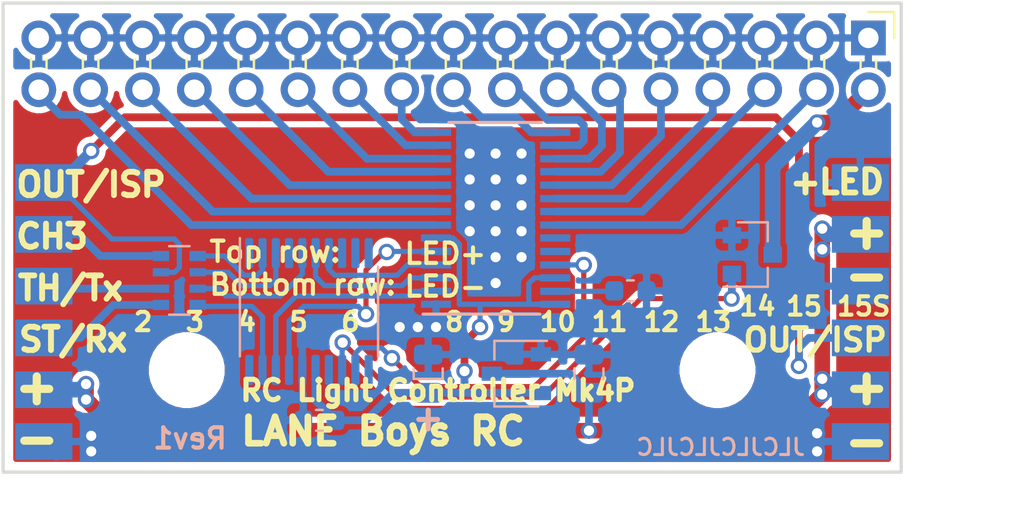
<source format=kicad_pcb>
(kicad_pcb (version 20171130) (host pcbnew 5.1.6-c6e7f7d~87~ubuntu18.04.1)

  (general
    (thickness 1.6)
    (drawings 40)
    (tracks 226)
    (zones 0)
    (modules 14)
    (nets 37)
  )

  (page A4)
  (layers
    (0 Top signal)
    (31 Bottom signal)
    (32 B.Adhes user hide)
    (33 F.Adhes user hide)
    (34 B.Paste user)
    (35 F.Paste user)
    (36 B.SilkS user)
    (37 F.SilkS user)
    (38 B.Mask user)
    (39 F.Mask user)
    (40 Dwgs.User user)
    (41 Cmts.User user)
    (42 Eco1.User user hide)
    (43 Eco2.User user hide)
    (44 Edge.Cuts user)
    (45 Margin user hide)
    (46 B.CrtYd user)
    (47 F.CrtYd user)
    (48 B.Fab user)
    (49 F.Fab user)
  )

  (setup
    (last_trace_width 0.254)
    (user_trace_width 0.2032)
    (user_trace_width 0.381)
    (user_trace_width 0.508)
    (user_trace_width 0.635)
    (user_trace_width 0.762)
    (trace_clearance 0.1778)
    (zone_clearance 0.254)
    (zone_45_only no)
    (trace_min 0.2)
    (via_size 0.8)
    (via_drill 0.5)
    (via_min_size 0.4)
    (via_min_drill 0.3)
    (uvia_size 0.3)
    (uvia_drill 0.1)
    (uvias_allowed no)
    (uvia_min_size 0.2)
    (uvia_min_drill 0.1)
    (edge_width 0.15)
    (segment_width 0.2)
    (pcb_text_width 0.3)
    (pcb_text_size 1.5 1.5)
    (mod_edge_width 0.15)
    (mod_text_size 1 1)
    (mod_text_width 0.15)
    (pad_size 2.2 2.2)
    (pad_drill 2.2)
    (pad_to_mask_clearance 0.0254)
    (pad_to_paste_clearance_ratio -0.1)
    (aux_axis_origin 135 114)
    (grid_origin 135 114)
    (visible_elements 7FFFFF7F)
    (pcbplotparams
      (layerselection 0x010f8_ffffffff)
      (usegerberextensions false)
      (usegerberattributes false)
      (usegerberadvancedattributes false)
      (creategerberjobfile false)
      (excludeedgelayer true)
      (linewidth 0.100000)
      (plotframeref false)
      (viasonmask false)
      (mode 1)
      (useauxorigin false)
      (hpglpennumber 1)
      (hpglpenspeed 20)
      (hpglpendiameter 15.000000)
      (psnegative false)
      (psa4output false)
      (plotreference true)
      (plotvalue true)
      (plotinvisibletext false)
      (padsonsilk false)
      (subtractmaskfromsilk true)
      (outputformat 1)
      (mirror false)
      (drillshape 0)
      (scaleselection 1)
      (outputdirectory "gerber/"))
  )

  (net 0 "")
  (net 1 +3V3)
  (net 2 GND)
  (net 3 /VIN)
  (net 4 /CH3)
  (net 5 /OUT0)
  (net 6 /OUT1)
  (net 7 /OUT2)
  (net 8 /OUT3)
  (net 9 /OUT4)
  (net 10 /OUT5)
  (net 11 /OUT6)
  (net 12 /OUT7)
  (net 13 /OUT8)
  (net 14 /LED+)
  (net 15 /OUT-ISP)
  (net 16 /ST-RX)
  (net 17 /TH-TX)
  (net 18 /ST-Rx-in)
  (net 19 /TH-Tx-in)
  (net 20 /CH3-in)
  (net 21 /OUT-ISP-out)
  (net 22 /BLANK)
  (net 23 /XLAT)
  (net 24 /SCLK)
  (net 25 /SIN)
  (net 26 /OUT9)
  (net 27 /OUT10)
  (net 28 /OUT11)
  (net 29 /OUT12)
  (net 30 /OUT13)
  (net 31 /OUT14)
  (net 32 /OUT15)
  (net 33 /GSCLK)
  (net 34 /OUT15S)
  (net 35 "Net-(R1-Pad1)")
  (net 36 /OUT15S_OUT)

  (net_class Default "This is the default net class."
    (clearance 0.1778)
    (trace_width 0.254)
    (via_dia 0.8)
    (via_drill 0.5)
    (uvia_dia 0.3)
    (uvia_drill 0.1)
    (diff_pair_width 0.2032)
    (diff_pair_gap 0.254)
    (add_net +3V3)
    (add_net /BLANK)
    (add_net /CH3)
    (add_net /CH3-in)
    (add_net /GSCLK)
    (add_net /LED+)
    (add_net /OUT-ISP)
    (add_net /OUT-ISP-out)
    (add_net /OUT0)
    (add_net /OUT1)
    (add_net /OUT10)
    (add_net /OUT11)
    (add_net /OUT12)
    (add_net /OUT13)
    (add_net /OUT14)
    (add_net /OUT15)
    (add_net /OUT15S)
    (add_net /OUT15S_OUT)
    (add_net /OUT2)
    (add_net /OUT3)
    (add_net /OUT4)
    (add_net /OUT5)
    (add_net /OUT6)
    (add_net /OUT7)
    (add_net /OUT8)
    (add_net /OUT9)
    (add_net /SCLK)
    (add_net /SIN)
    (add_net /ST-RX)
    (add_net /ST-Rx-in)
    (add_net /TH-TX)
    (add_net /TH-Tx-in)
    (add_net /VIN)
    (add_net /XLAT)
    (add_net GND)
    (add_net "Net-(R1-Pad1)")
    (add_net "Net-(U1-Pad1)")
    (add_net "Net-(U1-Pad10)")
    (add_net "Net-(U1-Pad11)")
    (add_net "Net-(U1-Pad14)")
    (add_net "Net-(U1-Pad20)")
    (add_net "Net-(U1-Pad4)")
    (add_net "Net-(U1-Pad8)")
    (add_net "Net-(U1-Pad9)")
    (add_net "Net-(U2-Pad23)")
    (add_net "Net-(U2-Pad24)")
  )

  (module rc-light-controller-tlc5940-lpc812:SOP65P640X120-29N (layer Bottom) (tedit 5F1A2045) (tstamp 5F1A6BBF)
    (at 159.13 101.554)
    (path /5F1B616D)
    (fp_text reference U2 (at -3.4544 5.715) (layer B.SilkS) hide
      (effects (font (size 1.97866 1.97866) (thickness 0.197866)) (justify right bottom mirror))
    )
    (fp_text value TLC5940PWP (at -3.556 -5.334) (layer B.Fab)
      (effects (font (size 0.762 0.762) (thickness 0.115824)) (justify right bottom mirror))
    )
    (fp_line (start -2.2606 4.9022) (end -2.2606 -4.9022) (layer B.Fab) (width 0.1))
    (fp_line (start -0.3048 4.9022) (end -2.2606 4.9022) (layer B.Fab) (width 0.1))
    (fp_line (start 0.3048 4.9022) (end -0.3048 4.9022) (layer B.Fab) (width 0.1))
    (fp_line (start 2.2606 4.9022) (end 0.3048 4.9022) (layer B.Fab) (width 0.1))
    (fp_line (start 2.2606 -4.9022) (end 2.2606 4.9022) (layer B.Fab) (width 0.1))
    (fp_line (start -2.2606 -4.9022) (end 2.2606 -4.9022) (layer B.Fab) (width 0.1))
    (fp_line (start 3.302 4.3688) (end 2.2606 4.3688) (layer B.Fab) (width 0.1))
    (fp_line (start 3.302 4.064) (end 3.302 4.3688) (layer B.Fab) (width 0.1))
    (fp_line (start 2.2606 4.064) (end 3.302 4.064) (layer B.Fab) (width 0.1))
    (fp_line (start 2.2606 4.3688) (end 2.2606 4.064) (layer B.Fab) (width 0.1))
    (fp_line (start 3.302 3.7338) (end 2.2606 3.7338) (layer B.Fab) (width 0.1))
    (fp_line (start 3.302 3.429) (end 3.302 3.7338) (layer B.Fab) (width 0.1))
    (fp_line (start 2.2606 3.429) (end 3.302 3.429) (layer B.Fab) (width 0.1))
    (fp_line (start 2.2606 3.7338) (end 2.2606 3.429) (layer B.Fab) (width 0.1))
    (fp_line (start 3.302 3.0734) (end 2.2606 3.0734) (layer B.Fab) (width 0.1))
    (fp_line (start 3.302 2.7686) (end 3.302 3.0734) (layer B.Fab) (width 0.1))
    (fp_line (start 2.2606 2.7686) (end 3.302 2.7686) (layer B.Fab) (width 0.1))
    (fp_line (start 2.2606 3.0734) (end 2.2606 2.7686) (layer B.Fab) (width 0.1))
    (fp_line (start 3.302 2.413) (end 2.2606 2.413) (layer B.Fab) (width 0.1))
    (fp_line (start 3.302 2.1336) (end 3.302 2.413) (layer B.Fab) (width 0.1))
    (fp_line (start 2.2606 2.1336) (end 3.302 2.1336) (layer B.Fab) (width 0.1))
    (fp_line (start 2.2606 2.413) (end 2.2606 2.1336) (layer B.Fab) (width 0.1))
    (fp_line (start 3.302 1.778) (end 2.2606 1.778) (layer B.Fab) (width 0.1))
    (fp_line (start 3.302 1.4732) (end 3.302 1.778) (layer B.Fab) (width 0.1))
    (fp_line (start 2.2606 1.4732) (end 3.302 1.4732) (layer B.Fab) (width 0.1))
    (fp_line (start 2.2606 1.778) (end 2.2606 1.4732) (layer B.Fab) (width 0.1))
    (fp_line (start 3.302 1.1176) (end 2.2606 1.1176) (layer B.Fab) (width 0.1))
    (fp_line (start 3.302 0.8128) (end 3.302 1.1176) (layer B.Fab) (width 0.1))
    (fp_line (start 2.2606 0.8128) (end 3.302 0.8128) (layer B.Fab) (width 0.1))
    (fp_line (start 2.2606 1.1176) (end 2.2606 0.8128) (layer B.Fab) (width 0.1))
    (fp_line (start 3.302 0.4826) (end 2.2606 0.4826) (layer B.Fab) (width 0.1))
    (fp_line (start 3.302 0.1778) (end 3.302 0.4826) (layer B.Fab) (width 0.1))
    (fp_line (start 2.2606 0.1778) (end 3.302 0.1778) (layer B.Fab) (width 0.1))
    (fp_line (start 2.2606 0.4826) (end 2.2606 0.1778) (layer B.Fab) (width 0.1))
    (fp_line (start 3.302 -0.1778) (end 2.2606 -0.1778) (layer B.Fab) (width 0.1))
    (fp_line (start 3.302 -0.4826) (end 3.302 -0.1778) (layer B.Fab) (width 0.1))
    (fp_line (start 2.2606 -0.4826) (end 3.302 -0.4826) (layer B.Fab) (width 0.1))
    (fp_line (start 2.2606 -0.1778) (end 2.2606 -0.4826) (layer B.Fab) (width 0.1))
    (fp_line (start 3.302 -0.8128) (end 2.2606 -0.8128) (layer B.Fab) (width 0.1))
    (fp_line (start 3.302 -1.1176) (end 3.302 -0.8128) (layer B.Fab) (width 0.1))
    (fp_line (start 2.2606 -1.1176) (end 3.302 -1.1176) (layer B.Fab) (width 0.1))
    (fp_line (start 2.2606 -0.8128) (end 2.2606 -1.1176) (layer B.Fab) (width 0.1))
    (fp_line (start 3.302 -1.4732) (end 2.2606 -1.4732) (layer B.Fab) (width 0.1))
    (fp_line (start 3.302 -1.778) (end 3.302 -1.4732) (layer B.Fab) (width 0.1))
    (fp_line (start 2.2606 -1.778) (end 3.302 -1.778) (layer B.Fab) (width 0.1))
    (fp_line (start 2.2606 -1.4732) (end 2.2606 -1.778) (layer B.Fab) (width 0.1))
    (fp_line (start 3.302 -2.1336) (end 2.2606 -2.1336) (layer B.Fab) (width 0.1))
    (fp_line (start 3.302 -2.413) (end 3.302 -2.1336) (layer B.Fab) (width 0.1))
    (fp_line (start 2.2606 -2.413) (end 3.302 -2.413) (layer B.Fab) (width 0.1))
    (fp_line (start 2.2606 -2.1336) (end 2.2606 -2.413) (layer B.Fab) (width 0.1))
    (fp_line (start 3.302 -2.7686) (end 2.2606 -2.7686) (layer B.Fab) (width 0.1))
    (fp_line (start 3.302 -3.0734) (end 3.302 -2.7686) (layer B.Fab) (width 0.1))
    (fp_line (start 2.2606 -3.0734) (end 3.302 -3.0734) (layer B.Fab) (width 0.1))
    (fp_line (start 2.2606 -2.7686) (end 2.2606 -3.0734) (layer B.Fab) (width 0.1))
    (fp_line (start 3.302 -3.429) (end 2.2606 -3.429) (layer B.Fab) (width 0.1))
    (fp_line (start 3.302 -3.7338) (end 3.302 -3.429) (layer B.Fab) (width 0.1))
    (fp_line (start 2.2606 -3.7338) (end 3.302 -3.7338) (layer B.Fab) (width 0.1))
    (fp_line (start 2.2606 -3.429) (end 2.2606 -3.7338) (layer B.Fab) (width 0.1))
    (fp_line (start 3.302 -4.064) (end 2.2606 -4.064) (layer B.Fab) (width 0.1))
    (fp_line (start 3.302 -4.3688) (end 3.302 -4.064) (layer B.Fab) (width 0.1))
    (fp_line (start 2.2606 -4.3688) (end 3.302 -4.3688) (layer B.Fab) (width 0.1))
    (fp_line (start 2.2606 -4.064) (end 2.2606 -4.3688) (layer B.Fab) (width 0.1))
    (fp_line (start -3.302 -4.3688) (end -2.2606 -4.3688) (layer B.Fab) (width 0.1))
    (fp_line (start -3.302 -4.064) (end -3.302 -4.3688) (layer B.Fab) (width 0.1))
    (fp_line (start -2.2606 -4.064) (end -3.302 -4.064) (layer B.Fab) (width 0.1))
    (fp_line (start -2.2606 -4.3688) (end -2.2606 -4.064) (layer B.Fab) (width 0.1))
    (fp_line (start -3.302 -3.7338) (end -2.2606 -3.7338) (layer B.Fab) (width 0.1))
    (fp_line (start -3.302 -3.429) (end -3.302 -3.7338) (layer B.Fab) (width 0.1))
    (fp_line (start -2.2606 -3.429) (end -3.302 -3.429) (layer B.Fab) (width 0.1))
    (fp_line (start -2.2606 -3.7338) (end -2.2606 -3.429) (layer B.Fab) (width 0.1))
    (fp_line (start -3.302 -3.0734) (end -2.2606 -3.0734) (layer B.Fab) (width 0.1))
    (fp_line (start -3.302 -2.7686) (end -3.302 -3.0734) (layer B.Fab) (width 0.1))
    (fp_line (start -2.2606 -2.7686) (end -3.302 -2.7686) (layer B.Fab) (width 0.1))
    (fp_line (start -2.2606 -3.0734) (end -2.2606 -2.7686) (layer B.Fab) (width 0.1))
    (fp_line (start -3.302 -2.413) (end -2.2606 -2.413) (layer B.Fab) (width 0.1))
    (fp_line (start -3.302 -2.1336) (end -3.302 -2.413) (layer B.Fab) (width 0.1))
    (fp_line (start -2.2606 -2.1336) (end -3.302 -2.1336) (layer B.Fab) (width 0.1))
    (fp_line (start -2.2606 -2.413) (end -2.2606 -2.1336) (layer B.Fab) (width 0.1))
    (fp_line (start -3.302 -1.778) (end -2.2606 -1.778) (layer B.Fab) (width 0.1))
    (fp_line (start -3.302 -1.4732) (end -3.302 -1.778) (layer B.Fab) (width 0.1))
    (fp_line (start -2.2606 -1.4732) (end -3.302 -1.4732) (layer B.Fab) (width 0.1))
    (fp_line (start -2.2606 -1.778) (end -2.2606 -1.4732) (layer B.Fab) (width 0.1))
    (fp_line (start -3.302 -1.1176) (end -2.2606 -1.1176) (layer B.Fab) (width 0.1))
    (fp_line (start -3.302 -0.8128) (end -3.302 -1.1176) (layer B.Fab) (width 0.1))
    (fp_line (start -2.2606 -0.8128) (end -3.302 -0.8128) (layer B.Fab) (width 0.1))
    (fp_line (start -2.2606 -1.1176) (end -2.2606 -0.8128) (layer B.Fab) (width 0.1))
    (fp_line (start -3.302 -0.4826) (end -2.2606 -0.4826) (layer B.Fab) (width 0.1))
    (fp_line (start -3.302 -0.1778) (end -3.302 -0.4826) (layer B.Fab) (width 0.1))
    (fp_line (start -2.2606 -0.1778) (end -3.302 -0.1778) (layer B.Fab) (width 0.1))
    (fp_line (start -2.2606 -0.4826) (end -2.2606 -0.1778) (layer B.Fab) (width 0.1))
    (fp_line (start -3.302 0.1778) (end -2.2606 0.1778) (layer B.Fab) (width 0.1))
    (fp_line (start -3.302 0.4826) (end -3.302 0.1778) (layer B.Fab) (width 0.1))
    (fp_line (start -2.2606 0.4826) (end -3.302 0.4826) (layer B.Fab) (width 0.1))
    (fp_line (start -2.2606 0.1778) (end -2.2606 0.4826) (layer B.Fab) (width 0.1))
    (fp_line (start -3.302 0.8128) (end -2.2606 0.8128) (layer B.Fab) (width 0.1))
    (fp_line (start -3.302 1.1176) (end -3.302 0.8128) (layer B.Fab) (width 0.1))
    (fp_line (start -2.2606 1.1176) (end -3.302 1.1176) (layer B.Fab) (width 0.1))
    (fp_line (start -2.2606 0.8128) (end -2.2606 1.1176) (layer B.Fab) (width 0.1))
    (fp_line (start -3.302 1.4732) (end -2.2606 1.4732) (layer B.Fab) (width 0.1))
    (fp_line (start -3.302 1.778) (end -3.302 1.4732) (layer B.Fab) (width 0.1))
    (fp_line (start -2.2606 1.778) (end -3.302 1.778) (layer B.Fab) (width 0.1))
    (fp_line (start -2.2606 1.4732) (end -2.2606 1.778) (layer B.Fab) (width 0.1))
    (fp_line (start -3.302 2.1336) (end -2.2606 2.1336) (layer B.Fab) (width 0.1))
    (fp_line (start -3.302 2.413) (end -3.302 2.1336) (layer B.Fab) (width 0.1))
    (fp_line (start -2.2606 2.413) (end -3.302 2.413) (layer B.Fab) (width 0.1))
    (fp_line (start -2.2606 2.1336) (end -2.2606 2.413) (layer B.Fab) (width 0.1))
    (fp_line (start -3.302 2.7686) (end -2.2606 2.7686) (layer B.Fab) (width 0.1))
    (fp_line (start -3.302 3.0734) (end -3.302 2.7686) (layer B.Fab) (width 0.1))
    (fp_line (start -2.2606 3.0734) (end -3.302 3.0734) (layer B.Fab) (width 0.1))
    (fp_line (start -2.2606 2.7686) (end -2.2606 3.0734) (layer B.Fab) (width 0.1))
    (fp_line (start -3.302 3.429) (end -2.2606 3.429) (layer B.Fab) (width 0.1))
    (fp_line (start -3.302 3.7338) (end -3.302 3.429) (layer B.Fab) (width 0.1))
    (fp_line (start -2.2606 3.7338) (end -3.302 3.7338) (layer B.Fab) (width 0.1))
    (fp_line (start -2.2606 3.429) (end -2.2606 3.7338) (layer B.Fab) (width 0.1))
    (fp_line (start -3.302 4.064) (end -2.2606 4.064) (layer B.Fab) (width 0.1))
    (fp_line (start -3.302 4.3688) (end -3.302 4.064) (layer B.Fab) (width 0.1))
    (fp_line (start -2.2606 4.3688) (end -3.302 4.3688) (layer B.Fab) (width 0.1))
    (fp_line (start -2.2606 4.064) (end -2.2606 4.3688) (layer B.Fab) (width 0.1))
    (fp_line (start 2.159 4.699) (end -3.556 4.699) (layer B.SilkS) (width 0.1524))
    (fp_line (start -2.286 -4.699) (end 2.2606 -4.699) (layer B.SilkS) (width 0.1524))
    (fp_poly (pts (xy 0.254 2.921) (xy 0.889 2.921) (xy 0.889 2.286) (xy 0.254 2.286)) (layer B.Mask) (width 0.15))
    (fp_poly (pts (xy 0.254 1.635125) (xy 0.889 1.635125) (xy 0.889 1.000125) (xy 0.254 1.000125)) (layer B.Mask) (width 0.15))
    (fp_poly (pts (xy 0.254 0.34925) (xy 0.889 0.34925) (xy 0.889 -0.28575) (xy 0.254 -0.28575)) (layer B.Mask) (width 0.15))
    (fp_poly (pts (xy 0.254 -0.936625) (xy 0.889 -0.936625) (xy 0.889 -1.571625) (xy 0.254 -1.571625)) (layer B.Mask) (width 0.15))
    (fp_poly (pts (xy 0.254 -2.2225) (xy 0.889 -2.2225) (xy 0.889 -2.8575) (xy 0.254 -2.8575)) (layer B.Mask) (width 0.15))
    (fp_poly (pts (xy -0.889 -0.936625) (xy -0.254 -0.936625) (xy -0.254 -1.571625) (xy -0.889 -1.571625)) (layer B.Mask) (width 0.15))
    (fp_poly (pts (xy -0.889 2.921) (xy -0.254 2.921) (xy -0.254 2.286) (xy -0.889 2.286)) (layer B.Mask) (width 0.15))
    (fp_poly (pts (xy -0.889 -2.2225) (xy -0.254 -2.2225) (xy -0.254 -2.8575) (xy -0.889 -2.8575)) (layer B.Mask) (width 0.15))
    (fp_poly (pts (xy -0.889 1.635125) (xy -0.254 1.635125) (xy -0.254 1.000125) (xy -0.889 1.000125)) (layer B.Mask) (width 0.15))
    (fp_poly (pts (xy -0.889 0.34925) (xy -0.254 0.34925) (xy -0.254 -0.28575) (xy -0.889 -0.28575)) (layer B.Mask) (width 0.15))
    (fp_poly (pts (xy -0.889 2.794) (xy -0.254 2.794) (xy -0.254 2.159) (xy -0.889 2.159)) (layer B.Paste) (width 0.15))
    (fp_poly (pts (xy -0.889 1.55575) (xy -0.254 1.55575) (xy -0.254 0.92075) (xy -0.889 0.92075)) (layer B.Paste) (width 0.15))
    (fp_poly (pts (xy -0.889 0.3175) (xy -0.254 0.3175) (xy -0.254 -0.3175) (xy -0.889 -0.3175)) (layer B.Paste) (width 0.15))
    (fp_poly (pts (xy -0.889 -0.92075) (xy -0.254 -0.92075) (xy -0.254 -1.55575) (xy -0.889 -1.55575)) (layer B.Paste) (width 0.15))
    (fp_poly (pts (xy -0.889 -2.159) (xy -0.254 -2.159) (xy -0.254 -2.794) (xy -0.889 -2.794)) (layer B.Paste) (width 0.15))
    (fp_poly (pts (xy 0.254 2.794) (xy 0.889 2.794) (xy 0.889 2.159) (xy 0.254 2.159)) (layer B.Paste) (width 0.15))
    (fp_poly (pts (xy 0.254 1.55575) (xy 0.889 1.55575) (xy 0.889 0.92075) (xy 0.254 0.92075)) (layer B.Paste) (width 0.15))
    (fp_poly (pts (xy 0.254 0.3175) (xy 0.889 0.3175) (xy 0.889 -0.3175) (xy 0.254 -0.3175)) (layer B.Paste) (width 0.15))
    (fp_poly (pts (xy 0.254 -0.92075) (xy 0.889 -0.92075) (xy 0.889 -1.55575) (xy 0.254 -1.55575)) (layer B.Paste) (width 0.15))
    (fp_poly (pts (xy 0.254 -2.159) (xy 0.889 -2.159) (xy 0.889 -2.794) (xy 0.254 -2.794)) (layer B.Paste) (width 0.15))
    (fp_arc (start 0 4.9022) (end 0.3048 4.9022) (angle -180) (layer B.Fab) (width 0.1))
    (fp_text user * (at 0 3.556) (layer B.Fab) hide
      (effects (font (size 1.2065 1.2065) (thickness 0.0762)) (justify right bottom mirror))
    )
    (fp_text user * (at -3.7592 4.445) (layer B.Fab) hide
      (effects (font (size 0.762 0.762) (thickness 0.0762)) (justify right bottom mirror))
    )
    (pad 1 smd rect (at -2.921 4.2164) (size 1.4732 0.3556) (layers Bottom B.Paste B.Mask)
      (net 2 GND) (solder_mask_margin 0.0508))
    (pad 2 smd rect (at -2.921 3.5814) (size 1.4732 0.3556) (layers Bottom B.Paste B.Mask)
      (net 22 /BLANK) (solder_mask_margin 0.0508))
    (pad 3 smd rect (at -2.921 2.921) (size 1.4732 0.3556) (layers Bottom B.Paste B.Mask)
      (net 23 /XLAT) (solder_mask_margin 0.0508))
    (pad 4 smd rect (at -2.921 2.286) (size 1.4732 0.3556) (layers Bottom B.Paste B.Mask)
      (net 24 /SCLK) (solder_mask_margin 0.0508))
    (pad 5 smd rect (at -2.921 1.6256) (size 1.4732 0.3556) (layers Bottom B.Paste B.Mask)
      (net 25 /SIN) (solder_mask_margin 0.0508))
    (pad 6 smd rect (at -2.921 0.9652) (size 1.4732 0.3556) (layers Bottom B.Paste B.Mask)
      (net 1 +3V3) (solder_mask_margin 0.0508))
    (pad 7 smd rect (at -2.921 0.3302) (size 1.4732 0.3556) (layers Bottom B.Paste B.Mask)
      (net 5 /OUT0) (solder_mask_margin 0.0508))
    (pad 8 smd rect (at -2.921 -0.3302) (size 1.4732 0.3556) (layers Bottom B.Paste B.Mask)
      (net 6 /OUT1) (solder_mask_margin 0.0508))
    (pad 9 smd rect (at -2.921 -0.9652) (size 1.4732 0.3556) (layers Bottom B.Paste B.Mask)
      (net 7 /OUT2) (solder_mask_margin 0.0508))
    (pad 10 smd rect (at -2.921 -1.6256) (size 1.4732 0.3556) (layers Bottom B.Paste B.Mask)
      (net 8 /OUT3) (solder_mask_margin 0.0508))
    (pad 11 smd rect (at -2.921 -2.286) (size 1.4732 0.3556) (layers Bottom B.Paste B.Mask)
      (net 9 /OUT4) (solder_mask_margin 0.0508))
    (pad 12 smd rect (at -2.921 -2.921) (size 1.4732 0.3556) (layers Bottom B.Paste B.Mask)
      (net 10 /OUT5) (solder_mask_margin 0.0508))
    (pad 13 smd rect (at -2.921 -3.5814) (size 1.4732 0.3556) (layers Bottom B.Paste B.Mask)
      (net 11 /OUT6) (solder_mask_margin 0.0508))
    (pad 14 smd rect (at -2.921 -4.2164) (size 1.4732 0.3556) (layers Bottom B.Paste B.Mask)
      (net 12 /OUT7) (solder_mask_margin 0.0508))
    (pad 15 smd rect (at 2.921 -4.2164) (size 1.4732 0.3556) (layers Bottom B.Paste B.Mask)
      (net 13 /OUT8) (solder_mask_margin 0.0508))
    (pad 16 smd rect (at 2.921 -3.5814) (size 1.4732 0.3556) (layers Bottom B.Paste B.Mask)
      (net 26 /OUT9) (solder_mask_margin 0.0508))
    (pad 17 smd rect (at 2.921 -2.921) (size 1.4732 0.3556) (layers Bottom B.Paste B.Mask)
      (net 27 /OUT10) (solder_mask_margin 0.0508))
    (pad 18 smd rect (at 2.921 -2.286) (size 1.4732 0.3556) (layers Bottom B.Paste B.Mask)
      (net 28 /OUT11) (solder_mask_margin 0.0508))
    (pad 19 smd rect (at 2.921 -1.6256) (size 1.4732 0.3556) (layers Bottom B.Paste B.Mask)
      (net 29 /OUT12) (solder_mask_margin 0.0508))
    (pad 20 smd rect (at 2.921 -0.9652) (size 1.4732 0.3556) (layers Bottom B.Paste B.Mask)
      (net 30 /OUT13) (solder_mask_margin 0.0508))
    (pad 21 smd rect (at 2.921 -0.3302) (size 1.4732 0.3556) (layers Bottom B.Paste B.Mask)
      (net 31 /OUT14) (solder_mask_margin 0.0508))
    (pad 22 smd rect (at 2.921 0.3302) (size 1.4732 0.3556) (layers Bottom B.Paste B.Mask)
      (net 32 /OUT15) (solder_mask_margin 0.0508))
    (pad 23 smd rect (at 2.921 0.9652) (size 1.4732 0.3556) (layers Bottom B.Paste B.Mask)
      (solder_mask_margin 0.0508))
    (pad 24 smd rect (at 2.921 1.6256) (size 1.4732 0.3556) (layers Bottom B.Paste B.Mask)
      (solder_mask_margin 0.0508))
    (pad 25 smd rect (at 2.921 2.286) (size 1.4732 0.3556) (layers Bottom B.Paste B.Mask)
      (net 33 /GSCLK) (solder_mask_margin 0.0508))
    (pad 26 smd rect (at 2.921 2.921) (size 1.4732 0.3556) (layers Bottom B.Paste B.Mask)
      (net 1 +3V3) (solder_mask_margin 0.0508))
    (pad 27 smd rect (at 2.921 3.5814) (size 1.4732 0.3556) (layers Bottom B.Paste B.Mask)
      (net 35 "Net-(R1-Pad1)") (solder_mask_margin 0.0508))
    (pad 28 smd rect (at 2.921 4.2164) (size 1.4732 0.3556) (layers Bottom B.Paste B.Mask)
      (net 1 +3V3) (solder_mask_margin 0.0508))
    (pad 29 smd rect (at 0 0) (size 2.3876 6.1722) (layers Bottom B.Mask)
      (net 2 GND) (solder_mask_margin 0.0508) (zone_connect 2))
    (model ${KISYS3DMOD}/Package_SO.3dshapes/HTSSOP-28-1EP_4.4x9.7mm_P0.65mm_EP3.4x9.5mm.step
      (at (xyz 0 0 0))
      (scale (xyz 1 1 1))
      (rotate (xyz 0 0 0))
    )
  )

  (module Package_TO_SOT_SMD:SOT-23W (layer Bottom) (tedit 5A02FF57) (tstamp 5F1A33F9)
    (at 160.146 109.174 180)
    (descr "SOT-23W http://www.allegromicro.com/~/media/Files/Datasheets/A112x-Datasheet.ashx?la=en&hash=7BC461E058CC246E0BAB62433B2F1ECA104CA9D3")
    (tags SOT-23W)
    (path /5F40039F)
    (attr smd)
    (fp_text reference U3 (at 0 2.5) (layer B.SilkS) hide
      (effects (font (size 1 1) (thickness 0.15)) (justify mirror))
    )
    (fp_text value MCP1703A-3302_SOT23 (at -5.969 -2.413) (layer B.Fab)
      (effects (font (size 0.762 0.762) (thickness 0.15)) (justify mirror))
    )
    (fp_line (start 1.075 1.61) (end 1.075 0.7) (layer B.SilkS) (width 0.12))
    (fp_line (start 1.075 -0.7) (end 1.075 -1.61) (layer B.SilkS) (width 0.12))
    (fp_line (start -1.5 1.61) (end 1.075 1.61) (layer B.SilkS) (width 0.12))
    (fp_line (start -1.075 -1.61) (end 1.075 -1.61) (layer B.SilkS) (width 0.12))
    (fp_line (start -0.955 0.49) (end -0.955 -1.49) (layer B.Fab) (width 0.1))
    (fp_line (start 0.045 1.49) (end 0.955 1.49) (layer B.Fab) (width 0.1))
    (fp_line (start -0.955 0.49) (end 0.045 1.49) (layer B.Fab) (width 0.1))
    (fp_line (start 0.955 1.49) (end 0.955 -1.49) (layer B.Fab) (width 0.1))
    (fp_line (start -0.955 -1.49) (end 0.955 -1.49) (layer B.Fab) (width 0.1))
    (fp_line (start -1.95 1.74) (end 1.95 1.74) (layer B.CrtYd) (width 0.05))
    (fp_line (start 1.95 1.74) (end 1.95 -1.74) (layer B.CrtYd) (width 0.05))
    (fp_line (start 1.95 -1.74) (end -1.95 -1.74) (layer B.CrtYd) (width 0.05))
    (fp_line (start -1.95 -1.74) (end -1.95 1.74) (layer B.CrtYd) (width 0.05))
    (fp_text user %R (at 0 0 270) (layer B.Fab)
      (effects (font (size 0.5 0.5) (thickness 0.075)) (justify mirror))
    )
    (pad 3 smd rect (at 1.2 0 180) (size 1 0.7) (layers Bottom B.Paste B.Mask)
      (net 3 /VIN))
    (pad 2 smd rect (at -1.2 -0.95 180) (size 1 0.7) (layers Bottom B.Paste B.Mask)
      (net 1 +3V3))
    (pad 1 smd rect (at -1.2 0.95 180) (size 1 0.7) (layers Bottom B.Paste B.Mask)
      (net 2 GND))
    (model ${KISYS3DMOD}/Package_TO_SOT_SMD.3dshapes/SOT-23W.wrl
      (at (xyz 0 0 0))
      (scale (xyz 1 1 1))
      (rotate (xyz 0 0 0))
    )
  )

  (module Resistor_SMD:R_Array_Convex_4x0603 (layer Bottom) (tedit 58E0A8B2) (tstamp 5F18C509)
    (at 143.636 104.602)
    (descr "Chip Resistor Network, ROHM MNR14 (see mnr_g.pdf)")
    (tags "resistor array")
    (path /5F192F7F)
    (attr smd)
    (fp_text reference RN1 (at 0 2.8) (layer B.SilkS) hide
      (effects (font (size 1 1) (thickness 0.15)) (justify mirror))
    )
    (fp_text value "1k x4" (at 0 -2.8) (layer B.Fab)
      (effects (font (size 0.762 0.762) (thickness 0.15)) (justify mirror))
    )
    (fp_line (start -0.8 1.6) (end 0.8 1.6) (layer B.Fab) (width 0.1))
    (fp_line (start 0.8 1.6) (end 0.8 -1.6) (layer B.Fab) (width 0.1))
    (fp_line (start 0.8 -1.6) (end -0.8 -1.6) (layer B.Fab) (width 0.1))
    (fp_line (start -0.8 -1.6) (end -0.8 1.6) (layer B.Fab) (width 0.1))
    (fp_line (start 0.5 -1.68) (end -0.5 -1.68) (layer B.SilkS) (width 0.12))
    (fp_line (start 0.5 1.68) (end -0.5 1.68) (layer B.SilkS) (width 0.12))
    (fp_line (start -1.55 1.85) (end 1.55 1.85) (layer B.CrtYd) (width 0.05))
    (fp_line (start -1.55 1.85) (end -1.55 -1.85) (layer B.CrtYd) (width 0.05))
    (fp_line (start 1.55 -1.85) (end 1.55 1.85) (layer B.CrtYd) (width 0.05))
    (fp_line (start 1.55 -1.85) (end -1.55 -1.85) (layer B.CrtYd) (width 0.05))
    (fp_text user %R (at 0 0 -90) (layer B.Fab)
      (effects (font (size 0.5 0.5) (thickness 0.075)) (justify mirror))
    )
    (pad 5 smd rect (at 0.9 -1.2) (size 0.8 0.5) (layers Bottom B.Paste B.Mask)
      (net 4 /CH3))
    (pad 6 smd rect (at 0.9 -0.4) (size 0.8 0.4) (layers Bottom B.Paste B.Mask)
      (net 15 /OUT-ISP))
    (pad 8 smd rect (at 0.9 1.2) (size 0.8 0.5) (layers Bottom B.Paste B.Mask)
      (net 16 /ST-RX))
    (pad 7 smd rect (at 0.9 0.4) (size 0.8 0.4) (layers Bottom B.Paste B.Mask)
      (net 17 /TH-TX))
    (pad 4 smd rect (at -0.9 -1.2) (size 0.8 0.5) (layers Bottom B.Paste B.Mask)
      (net 20 /CH3-in))
    (pad 2 smd rect (at -0.9 0.4) (size 0.8 0.4) (layers Bottom B.Paste B.Mask)
      (net 19 /TH-Tx-in))
    (pad 3 smd rect (at -0.9 -0.4) (size 0.8 0.4) (layers Bottom B.Paste B.Mask)
      (net 21 /OUT-ISP-out))
    (pad 1 smd rect (at -0.9 1.2) (size 0.8 0.5) (layers Bottom B.Paste B.Mask)
      (net 18 /ST-Rx-in))
    (model ${KISYS3DMOD}/Resistor_SMD.3dshapes/R_Array_Convex_4x0603.wrl
      (at (xyz 0 0 0))
      (scale (xyz 1 1 1))
      (rotate (xyz 0 0 0))
    )
  )

  (module Resistor_SMD:R_0603_1608Metric (layer Bottom) (tedit 5B301BBD) (tstamp 5F1923C6)
    (at 165.734 105.11)
    (descr "Resistor SMD 0603 (1608 Metric), square (rectangular) end terminal, IPC_7351 nominal, (Body size source: http://www.tortai-tech.com/upload/download/2011102023233369053.pdf), generated with kicad-footprint-generator")
    (tags resistor)
    (path /5F23623F)
    (attr smd)
    (fp_text reference R1 (at 0 1.43) (layer B.SilkS) hide
      (effects (font (size 1 1) (thickness 0.15)) (justify mirror))
    )
    (fp_text value "2k 1%" (at 0 -1.43) (layer B.Fab)
      (effects (font (size 0.762 0.762) (thickness 0.15)) (justify mirror))
    )
    (fp_line (start -0.8 -0.4) (end -0.8 0.4) (layer B.Fab) (width 0.1))
    (fp_line (start -0.8 0.4) (end 0.8 0.4) (layer B.Fab) (width 0.1))
    (fp_line (start 0.8 0.4) (end 0.8 -0.4) (layer B.Fab) (width 0.1))
    (fp_line (start 0.8 -0.4) (end -0.8 -0.4) (layer B.Fab) (width 0.1))
    (fp_line (start -0.162779 0.51) (end 0.162779 0.51) (layer B.SilkS) (width 0.12))
    (fp_line (start -0.162779 -0.51) (end 0.162779 -0.51) (layer B.SilkS) (width 0.12))
    (fp_line (start -1.48 -0.73) (end -1.48 0.73) (layer B.CrtYd) (width 0.05))
    (fp_line (start -1.48 0.73) (end 1.48 0.73) (layer B.CrtYd) (width 0.05))
    (fp_line (start 1.48 0.73) (end 1.48 -0.73) (layer B.CrtYd) (width 0.05))
    (fp_line (start 1.48 -0.73) (end -1.48 -0.73) (layer B.CrtYd) (width 0.05))
    (fp_text user %R (at 0 0) (layer B.Fab)
      (effects (font (size 0.4 0.4) (thickness 0.06)) (justify mirror))
    )
    (pad 2 smd roundrect (at 0.7875 0) (size 0.875 0.95) (layers Bottom B.Paste B.Mask) (roundrect_rratio 0.25)
      (net 2 GND))
    (pad 1 smd roundrect (at -0.7875 0) (size 0.875 0.95) (layers Bottom B.Paste B.Mask) (roundrect_rratio 0.25)
      (net 35 "Net-(R1-Pad1)"))
    (model ${KISYS3DMOD}/Resistor_SMD.3dshapes/R_0603_1608Metric.wrl
      (at (xyz 0 0 0))
      (scale (xyz 1 1 1))
      (rotate (xyz 0 0 0))
    )
  )

  (module Capacitor_SMD:C_0603_1608Metric (layer Bottom) (tedit 5B301BBE) (tstamp 5F1974BB)
    (at 150.494 111.46 180)
    (descr "Capacitor SMD 0603 (1608 Metric), square (rectangular) end terminal, IPC_7351 nominal, (Body size source: http://www.tortai-tech.com/upload/download/2011102023233369053.pdf), generated with kicad-footprint-generator")
    (tags capacitor)
    (path /5F2418F7)
    (attr smd)
    (fp_text reference C3 (at 0 1.43) (layer B.SilkS) hide
      (effects (font (size 1 1) (thickness 0.15)) (justify mirror))
    )
    (fp_text value 100n (at 0 -1.524) (layer B.Fab)
      (effects (font (size 0.762 0.762) (thickness 0.15)) (justify mirror))
    )
    (fp_line (start 1.48 -0.73) (end -1.48 -0.73) (layer B.CrtYd) (width 0.05))
    (fp_line (start 1.48 0.73) (end 1.48 -0.73) (layer B.CrtYd) (width 0.05))
    (fp_line (start -1.48 0.73) (end 1.48 0.73) (layer B.CrtYd) (width 0.05))
    (fp_line (start -1.48 -0.73) (end -1.48 0.73) (layer B.CrtYd) (width 0.05))
    (fp_line (start -0.162779 -0.51) (end 0.162779 -0.51) (layer B.SilkS) (width 0.12))
    (fp_line (start -0.162779 0.51) (end 0.162779 0.51) (layer B.SilkS) (width 0.12))
    (fp_line (start 0.8 -0.4) (end -0.8 -0.4) (layer B.Fab) (width 0.1))
    (fp_line (start 0.8 0.4) (end 0.8 -0.4) (layer B.Fab) (width 0.1))
    (fp_line (start -0.8 0.4) (end 0.8 0.4) (layer B.Fab) (width 0.1))
    (fp_line (start -0.8 -0.4) (end -0.8 0.4) (layer B.Fab) (width 0.1))
    (fp_text user %R (at 0 0) (layer B.Fab)
      (effects (font (size 0.4 0.4) (thickness 0.06)) (justify mirror))
    )
    (pad 2 smd roundrect (at 0.7875 0 180) (size 0.875 0.95) (layers Bottom B.Paste B.Mask) (roundrect_rratio 0.25)
      (net 2 GND))
    (pad 1 smd roundrect (at -0.7875 0 180) (size 0.875 0.95) (layers Bottom B.Paste B.Mask) (roundrect_rratio 0.25)
      (net 1 +3V3))
    (model ${KISYS3DMOD}/Capacitor_SMD.3dshapes/C_0603_1608Metric.wrl
      (at (xyz 0 0 0))
      (scale (xyz 1 1 1))
      (rotate (xyz 0 0 0))
    )
  )

  (module Connector_PinHeader_2.54mm:PinHeader_2x17_P2.54mm_Horizontal (layer Top) (tedit 5F18EAF6) (tstamp 5F184017)
    (at 177.39 92.71 270)
    (descr "Through hole angled pin header, 2x17, 2.54mm pitch, 6mm pin length, double rows")
    (tags "Through hole angled pin header THT 2x17 2.54mm double row")
    (path /5F1ABEB8)
    (fp_text reference J1 (at 5.655 2.39 270) (layer F.SilkS) hide
      (effects (font (size 1 1) (thickness 0.15)))
    )
    (fp_text value "Pinheader right-angle 2x17" (at 5.655 42.91 270) (layer F.Fab) hide
      (effects (font (size 1 1) (thickness 0.15)))
    )
    (fp_line (start 13.1 -1.8) (end -1.8 -1.8) (layer F.CrtYd) (width 0.05))
    (fp_line (start 13.1 42.45) (end 13.1 -1.8) (layer F.CrtYd) (width 0.05))
    (fp_line (start -1.8 42.45) (end 13.1 42.45) (layer F.CrtYd) (width 0.05))
    (fp_line (start -1.8 -1.8) (end -1.8 42.45) (layer F.CrtYd) (width 0.05))
    (fp_line (start -1.27 -1.27) (end 0 -1.27) (layer F.SilkS) (width 0.12))
    (fp_line (start -1.27 0) (end -1.27 -1.27) (layer F.SilkS) (width 0.12))
    (fp_line (start 1.042929 41.02) (end 1.497071 41.02) (layer F.SilkS) (width 0.12))
    (fp_line (start 1.042929 40.26) (end 1.497071 40.26) (layer F.SilkS) (width 0.12))
    (fp_line (start 1.042929 38.48) (end 1.497071 38.48) (layer F.SilkS) (width 0.12))
    (fp_line (start 1.042929 37.72) (end 1.497071 37.72) (layer F.SilkS) (width 0.12))
    (fp_line (start 1.042929 35.94) (end 1.497071 35.94) (layer F.SilkS) (width 0.12))
    (fp_line (start 1.042929 35.18) (end 1.497071 35.18) (layer F.SilkS) (width 0.12))
    (fp_line (start 1.042929 33.4) (end 1.497071 33.4) (layer F.SilkS) (width 0.12))
    (fp_line (start 1.042929 32.64) (end 1.497071 32.64) (layer F.SilkS) (width 0.12))
    (fp_line (start 1.042929 30.86) (end 1.497071 30.86) (layer F.SilkS) (width 0.12))
    (fp_line (start 1.042929 30.1) (end 1.497071 30.1) (layer F.SilkS) (width 0.12))
    (fp_line (start 1.042929 28.32) (end 1.497071 28.32) (layer F.SilkS) (width 0.12))
    (fp_line (start 1.042929 27.56) (end 1.497071 27.56) (layer F.SilkS) (width 0.12))
    (fp_line (start 1.042929 25.78) (end 1.497071 25.78) (layer F.SilkS) (width 0.12))
    (fp_line (start 1.042929 25.02) (end 1.497071 25.02) (layer F.SilkS) (width 0.12))
    (fp_line (start 1.042929 23.24) (end 1.497071 23.24) (layer F.SilkS) (width 0.12))
    (fp_line (start 1.042929 22.48) (end 1.497071 22.48) (layer F.SilkS) (width 0.12))
    (fp_line (start 1.042929 20.7) (end 1.497071 20.7) (layer F.SilkS) (width 0.12))
    (fp_line (start 1.042929 19.94) (end 1.497071 19.94) (layer F.SilkS) (width 0.12))
    (fp_line (start 1.042929 18.16) (end 1.497071 18.16) (layer F.SilkS) (width 0.12))
    (fp_line (start 1.042929 17.4) (end 1.497071 17.4) (layer F.SilkS) (width 0.12))
    (fp_line (start 1.042929 15.62) (end 1.497071 15.62) (layer F.SilkS) (width 0.12))
    (fp_line (start 1.042929 14.86) (end 1.497071 14.86) (layer F.SilkS) (width 0.12))
    (fp_line (start 1.042929 13.08) (end 1.497071 13.08) (layer F.SilkS) (width 0.12))
    (fp_line (start 1.042929 12.32) (end 1.497071 12.32) (layer F.SilkS) (width 0.12))
    (fp_line (start 1.042929 10.54) (end 1.497071 10.54) (layer F.SilkS) (width 0.12))
    (fp_line (start 1.042929 9.78) (end 1.497071 9.78) (layer F.SilkS) (width 0.12))
    (fp_line (start 1.042929 8) (end 1.497071 8) (layer F.SilkS) (width 0.12))
    (fp_line (start 1.042929 7.24) (end 1.497071 7.24) (layer F.SilkS) (width 0.12))
    (fp_line (start 1.042929 5.46) (end 1.497071 5.46) (layer F.SilkS) (width 0.12))
    (fp_line (start 1.042929 4.7) (end 1.497071 4.7) (layer F.SilkS) (width 0.12))
    (fp_line (start 1.042929 2.92) (end 1.497071 2.92) (layer F.SilkS) (width 0.12))
    (fp_line (start 1.042929 2.16) (end 1.497071 2.16) (layer F.SilkS) (width 0.12))
    (fp_line (start 1.11 0.38) (end 1.497071 0.38) (layer F.SilkS) (width 0.12))
    (fp_line (start 1.11 -0.38) (end 1.497071 -0.38) (layer F.SilkS) (width 0.12))
    (fp_line (start 6.58 40.96) (end 12.58 40.96) (layer F.Fab) (width 0.1))
    (fp_line (start 12.58 40.32) (end 12.58 40.96) (layer F.Fab) (width 0.1))
    (fp_line (start 6.58 40.32) (end 12.58 40.32) (layer F.Fab) (width 0.1))
    (fp_line (start -0.32 40.96) (end 4.04 40.96) (layer F.Fab) (width 0.1))
    (fp_line (start -0.32 40.32) (end -0.32 40.96) (layer F.Fab) (width 0.1))
    (fp_line (start -0.32 40.32) (end 4.04 40.32) (layer F.Fab) (width 0.1))
    (fp_line (start 6.58 38.42) (end 12.58 38.42) (layer F.Fab) (width 0.1))
    (fp_line (start 12.58 37.78) (end 12.58 38.42) (layer F.Fab) (width 0.1))
    (fp_line (start 6.58 37.78) (end 12.58 37.78) (layer F.Fab) (width 0.1))
    (fp_line (start -0.32 38.42) (end 4.04 38.42) (layer F.Fab) (width 0.1))
    (fp_line (start -0.32 37.78) (end -0.32 38.42) (layer F.Fab) (width 0.1))
    (fp_line (start -0.32 37.78) (end 4.04 37.78) (layer F.Fab) (width 0.1))
    (fp_line (start 6.58 35.88) (end 12.58 35.88) (layer F.Fab) (width 0.1))
    (fp_line (start 12.58 35.24) (end 12.58 35.88) (layer F.Fab) (width 0.1))
    (fp_line (start 6.58 35.24) (end 12.58 35.24) (layer F.Fab) (width 0.1))
    (fp_line (start -0.32 35.88) (end 4.04 35.88) (layer F.Fab) (width 0.1))
    (fp_line (start -0.32 35.24) (end -0.32 35.88) (layer F.Fab) (width 0.1))
    (fp_line (start -0.32 35.24) (end 4.04 35.24) (layer F.Fab) (width 0.1))
    (fp_line (start 6.58 33.34) (end 12.58 33.34) (layer F.Fab) (width 0.1))
    (fp_line (start 12.58 32.7) (end 12.58 33.34) (layer F.Fab) (width 0.1))
    (fp_line (start 6.58 32.7) (end 12.58 32.7) (layer F.Fab) (width 0.1))
    (fp_line (start -0.32 33.34) (end 4.04 33.34) (layer F.Fab) (width 0.1))
    (fp_line (start -0.32 32.7) (end -0.32 33.34) (layer F.Fab) (width 0.1))
    (fp_line (start -0.32 32.7) (end 4.04 32.7) (layer F.Fab) (width 0.1))
    (fp_line (start 6.58 30.8) (end 12.58 30.8) (layer F.Fab) (width 0.1))
    (fp_line (start 12.58 30.16) (end 12.58 30.8) (layer F.Fab) (width 0.1))
    (fp_line (start 6.58 30.16) (end 12.58 30.16) (layer F.Fab) (width 0.1))
    (fp_line (start -0.32 30.8) (end 4.04 30.8) (layer F.Fab) (width 0.1))
    (fp_line (start -0.32 30.16) (end -0.32 30.8) (layer F.Fab) (width 0.1))
    (fp_line (start -0.32 30.16) (end 4.04 30.16) (layer F.Fab) (width 0.1))
    (fp_line (start 6.58 28.26) (end 12.58 28.26) (layer F.Fab) (width 0.1))
    (fp_line (start 12.58 27.62) (end 12.58 28.26) (layer F.Fab) (width 0.1))
    (fp_line (start 6.58 27.62) (end 12.58 27.62) (layer F.Fab) (width 0.1))
    (fp_line (start -0.32 28.26) (end 4.04 28.26) (layer F.Fab) (width 0.1))
    (fp_line (start -0.32 27.62) (end -0.32 28.26) (layer F.Fab) (width 0.1))
    (fp_line (start -0.32 27.62) (end 4.04 27.62) (layer F.Fab) (width 0.1))
    (fp_line (start 6.58 25.72) (end 12.58 25.72) (layer F.Fab) (width 0.1))
    (fp_line (start 12.58 25.08) (end 12.58 25.72) (layer F.Fab) (width 0.1))
    (fp_line (start 6.58 25.08) (end 12.58 25.08) (layer F.Fab) (width 0.1))
    (fp_line (start -0.32 25.72) (end 4.04 25.72) (layer F.Fab) (width 0.1))
    (fp_line (start -0.32 25.08) (end -0.32 25.72) (layer F.Fab) (width 0.1))
    (fp_line (start -0.32 25.08) (end 4.04 25.08) (layer F.Fab) (width 0.1))
    (fp_line (start 6.58 23.18) (end 12.58 23.18) (layer F.Fab) (width 0.1))
    (fp_line (start 12.58 22.54) (end 12.58 23.18) (layer F.Fab) (width 0.1))
    (fp_line (start 6.58 22.54) (end 12.58 22.54) (layer F.Fab) (width 0.1))
    (fp_line (start -0.32 23.18) (end 4.04 23.18) (layer F.Fab) (width 0.1))
    (fp_line (start -0.32 22.54) (end -0.32 23.18) (layer F.Fab) (width 0.1))
    (fp_line (start -0.32 22.54) (end 4.04 22.54) (layer F.Fab) (width 0.1))
    (fp_line (start 6.58 20.64) (end 12.58 20.64) (layer F.Fab) (width 0.1))
    (fp_line (start 12.58 20) (end 12.58 20.64) (layer F.Fab) (width 0.1))
    (fp_line (start 6.58 20) (end 12.58 20) (layer F.Fab) (width 0.1))
    (fp_line (start -0.32 20.64) (end 4.04 20.64) (layer F.Fab) (width 0.1))
    (fp_line (start -0.32 20) (end -0.32 20.64) (layer F.Fab) (width 0.1))
    (fp_line (start -0.32 20) (end 4.04 20) (layer F.Fab) (width 0.1))
    (fp_line (start 6.58 18.1) (end 12.58 18.1) (layer F.Fab) (width 0.1))
    (fp_line (start 12.58 17.46) (end 12.58 18.1) (layer F.Fab) (width 0.1))
    (fp_line (start 6.58 17.46) (end 12.58 17.46) (layer F.Fab) (width 0.1))
    (fp_line (start -0.32 18.1) (end 4.04 18.1) (layer F.Fab) (width 0.1))
    (fp_line (start -0.32 17.46) (end -0.32 18.1) (layer F.Fab) (width 0.1))
    (fp_line (start -0.32 17.46) (end 4.04 17.46) (layer F.Fab) (width 0.1))
    (fp_line (start 6.58 15.56) (end 12.58 15.56) (layer F.Fab) (width 0.1))
    (fp_line (start 12.58 14.92) (end 12.58 15.56) (layer F.Fab) (width 0.1))
    (fp_line (start 6.58 14.92) (end 12.58 14.92) (layer F.Fab) (width 0.1))
    (fp_line (start -0.32 15.56) (end 4.04 15.56) (layer F.Fab) (width 0.1))
    (fp_line (start -0.32 14.92) (end -0.32 15.56) (layer F.Fab) (width 0.1))
    (fp_line (start -0.32 14.92) (end 4.04 14.92) (layer F.Fab) (width 0.1))
    (fp_line (start 6.58 13.02) (end 12.58 13.02) (layer F.Fab) (width 0.1))
    (fp_line (start 12.58 12.38) (end 12.58 13.02) (layer F.Fab) (width 0.1))
    (fp_line (start 6.58 12.38) (end 12.58 12.38) (layer F.Fab) (width 0.1))
    (fp_line (start -0.32 13.02) (end 4.04 13.02) (layer F.Fab) (width 0.1))
    (fp_line (start -0.32 12.38) (end -0.32 13.02) (layer F.Fab) (width 0.1))
    (fp_line (start -0.32 12.38) (end 4.04 12.38) (layer F.Fab) (width 0.1))
    (fp_line (start 6.58 10.48) (end 12.58 10.48) (layer F.Fab) (width 0.1))
    (fp_line (start 12.58 9.84) (end 12.58 10.48) (layer F.Fab) (width 0.1))
    (fp_line (start 6.58 9.84) (end 12.58 9.84) (layer F.Fab) (width 0.1))
    (fp_line (start -0.32 10.48) (end 4.04 10.48) (layer F.Fab) (width 0.1))
    (fp_line (start -0.32 9.84) (end -0.32 10.48) (layer F.Fab) (width 0.1))
    (fp_line (start -0.32 9.84) (end 4.04 9.84) (layer F.Fab) (width 0.1))
    (fp_line (start 6.58 7.94) (end 12.58 7.94) (layer F.Fab) (width 0.1))
    (fp_line (start 12.58 7.3) (end 12.58 7.94) (layer F.Fab) (width 0.1))
    (fp_line (start 6.58 7.3) (end 12.58 7.3) (layer F.Fab) (width 0.1))
    (fp_line (start -0.32 7.94) (end 4.04 7.94) (layer F.Fab) (width 0.1))
    (fp_line (start -0.32 7.3) (end -0.32 7.94) (layer F.Fab) (width 0.1))
    (fp_line (start -0.32 7.3) (end 4.04 7.3) (layer F.Fab) (width 0.1))
    (fp_line (start 6.58 5.4) (end 12.58 5.4) (layer F.Fab) (width 0.1))
    (fp_line (start 12.58 4.76) (end 12.58 5.4) (layer F.Fab) (width 0.1))
    (fp_line (start 6.58 4.76) (end 12.58 4.76) (layer F.Fab) (width 0.1))
    (fp_line (start -0.32 5.4) (end 4.04 5.4) (layer F.Fab) (width 0.1))
    (fp_line (start -0.32 4.76) (end -0.32 5.4) (layer F.Fab) (width 0.1))
    (fp_line (start -0.32 4.76) (end 4.04 4.76) (layer F.Fab) (width 0.1))
    (fp_line (start 6.58 2.86) (end 12.58 2.86) (layer F.Fab) (width 0.1))
    (fp_line (start 12.58 2.22) (end 12.58 2.86) (layer F.Fab) (width 0.1))
    (fp_line (start 6.58 2.22) (end 12.58 2.22) (layer F.Fab) (width 0.1))
    (fp_line (start -0.32 2.86) (end 4.04 2.86) (layer F.Fab) (width 0.1))
    (fp_line (start -0.32 2.22) (end -0.32 2.86) (layer F.Fab) (width 0.1))
    (fp_line (start -0.32 2.22) (end 4.04 2.22) (layer F.Fab) (width 0.1))
    (fp_line (start 6.58 0.32) (end 12.58 0.32) (layer F.Fab) (width 0.1))
    (fp_line (start 12.58 -0.32) (end 12.58 0.32) (layer F.Fab) (width 0.1))
    (fp_line (start 6.58 -0.32) (end 12.58 -0.32) (layer F.Fab) (width 0.1))
    (fp_line (start -0.32 0.32) (end 4.04 0.32) (layer F.Fab) (width 0.1))
    (fp_line (start -0.32 -0.32) (end -0.32 0.32) (layer F.Fab) (width 0.1))
    (fp_line (start -0.32 -0.32) (end 4.04 -0.32) (layer F.Fab) (width 0.1))
    (fp_line (start 4.04 -0.635) (end 4.675 -1.27) (layer F.Fab) (width 0.1))
    (fp_line (start 4.04 41.91) (end 4.04 -0.635) (layer F.Fab) (width 0.1))
    (fp_line (start 6.58 41.91) (end 4.04 41.91) (layer F.Fab) (width 0.1))
    (fp_line (start 6.58 -1.27) (end 6.58 41.91) (layer F.Fab) (width 0.1))
    (fp_line (start 4.675 -1.27) (end 6.58 -1.27) (layer F.Fab) (width 0.1))
    (fp_text user %R (at 5.31 20.32) (layer F.Fab)
      (effects (font (size 1 1) (thickness 0.15)))
    )
    (pad 34 thru_hole oval (at 2.54 40.64 270) (size 1.7 1.7) (drill 1) (layers *.Cu *.Mask)
      (net 5 /OUT0))
    (pad 33 thru_hole oval (at 0 40.64 270) (size 1.7 1.7) (drill 1) (layers *.Cu *.Mask)
      (net 14 /LED+))
    (pad 32 thru_hole oval (at 2.54 38.1 270) (size 1.7 1.7) (drill 1) (layers *.Cu *.Mask)
      (net 6 /OUT1))
    (pad 31 thru_hole oval (at 0 38.1 270) (size 1.7 1.7) (drill 1) (layers *.Cu *.Mask)
      (net 14 /LED+))
    (pad 30 thru_hole oval (at 2.54 35.56 270) (size 1.7 1.7) (drill 1) (layers *.Cu *.Mask)
      (net 7 /OUT2))
    (pad 29 thru_hole oval (at 0 35.56 270) (size 1.7 1.7) (drill 1) (layers *.Cu *.Mask)
      (net 14 /LED+))
    (pad 28 thru_hole oval (at 2.54 33.02 270) (size 1.7 1.7) (drill 1) (layers *.Cu *.Mask)
      (net 8 /OUT3))
    (pad 27 thru_hole oval (at 0 33.02 270) (size 1.7 1.7) (drill 1) (layers *.Cu *.Mask)
      (net 14 /LED+))
    (pad 26 thru_hole oval (at 2.54 30.48 270) (size 1.7 1.7) (drill 1) (layers *.Cu *.Mask)
      (net 9 /OUT4))
    (pad 25 thru_hole oval (at 0 30.48 270) (size 1.7 1.7) (drill 1) (layers *.Cu *.Mask)
      (net 14 /LED+))
    (pad 24 thru_hole oval (at 2.54 27.94 270) (size 1.7 1.7) (drill 1) (layers *.Cu *.Mask)
      (net 10 /OUT5))
    (pad 23 thru_hole oval (at 0 27.94 270) (size 1.7 1.7) (drill 1) (layers *.Cu *.Mask)
      (net 14 /LED+))
    (pad 22 thru_hole oval (at 2.54 25.4 270) (size 1.7 1.7) (drill 1) (layers *.Cu *.Mask)
      (net 11 /OUT6))
    (pad 21 thru_hole oval (at 0 25.4 270) (size 1.7 1.7) (drill 1) (layers *.Cu *.Mask)
      (net 14 /LED+))
    (pad 20 thru_hole oval (at 2.54 22.86 270) (size 1.7 1.7) (drill 1) (layers *.Cu *.Mask)
      (net 12 /OUT7))
    (pad 19 thru_hole oval (at 0 22.86 270) (size 1.7 1.7) (drill 1) (layers *.Cu *.Mask)
      (net 14 /LED+))
    (pad 18 thru_hole oval (at 2.54 20.32 270) (size 1.7 1.7) (drill 1) (layers *.Cu *.Mask)
      (net 13 /OUT8))
    (pad 17 thru_hole oval (at 0 20.32 270) (size 1.7 1.7) (drill 1) (layers *.Cu *.Mask)
      (net 14 /LED+))
    (pad 16 thru_hole oval (at 2.54 17.78 270) (size 1.7 1.7) (drill 1) (layers *.Cu *.Mask)
      (net 26 /OUT9))
    (pad 15 thru_hole oval (at 0 17.78 270) (size 1.7 1.7) (drill 1) (layers *.Cu *.Mask)
      (net 14 /LED+))
    (pad 14 thru_hole oval (at 2.54 15.24 270) (size 1.7 1.7) (drill 1) (layers *.Cu *.Mask)
      (net 27 /OUT10))
    (pad 13 thru_hole oval (at 0 15.24 270) (size 1.7 1.7) (drill 1) (layers *.Cu *.Mask)
      (net 14 /LED+))
    (pad 12 thru_hole oval (at 2.54 12.7 270) (size 1.7 1.7) (drill 1) (layers *.Cu *.Mask)
      (net 28 /OUT11))
    (pad 11 thru_hole oval (at 0 12.7 270) (size 1.7 1.7) (drill 1) (layers *.Cu *.Mask)
      (net 14 /LED+))
    (pad 10 thru_hole oval (at 2.54 10.16 270) (size 1.7 1.7) (drill 1) (layers *.Cu *.Mask)
      (net 29 /OUT12))
    (pad 9 thru_hole oval (at 0 10.16 270) (size 1.7 1.7) (drill 1) (layers *.Cu *.Mask)
      (net 14 /LED+))
    (pad 8 thru_hole oval (at 2.54 7.62 270) (size 1.7 1.7) (drill 1) (layers *.Cu *.Mask)
      (net 30 /OUT13))
    (pad 7 thru_hole oval (at 0 7.62 270) (size 1.7 1.7) (drill 1) (layers *.Cu *.Mask)
      (net 14 /LED+))
    (pad 6 thru_hole oval (at 2.54 5.08 270) (size 1.7 1.7) (drill 1) (layers *.Cu *.Mask)
      (net 31 /OUT14))
    (pad 5 thru_hole oval (at 0 5.08 270) (size 1.7 1.7) (drill 1) (layers *.Cu *.Mask)
      (net 14 /LED+))
    (pad 4 thru_hole oval (at 2.54 2.54 270) (size 1.7 1.7) (drill 1) (layers *.Cu *.Mask)
      (net 32 /OUT15))
    (pad 3 thru_hole oval (at 0 2.54 270) (size 1.7 1.7) (drill 1) (layers *.Cu *.Mask)
      (net 14 /LED+))
    (pad 2 thru_hole oval (at 2.54 0 270) (size 1.7 1.7) (drill 1) (layers *.Cu *.Mask)
      (net 36 /OUT15S_OUT))
    (pad 1 thru_hole rect (at 0 0 270) (size 1.7 1.7) (drill 1) (layers *.Cu *.Mask)
      (net 14 /LED+))
    (model ${KISYS3DMOD}/Connector_PinHeader_2.54mm.3dshapes/PinHeader_2x17_P2.54mm_Horizontal.wrl
      (at (xyz 0 0 0))
      (scale (xyz 1 1 1))
      (rotate (xyz 0 0 0))
    )
  )

  (module Package_TO_SOT_SMD:SOT-23 (layer Bottom) (tedit 5A02FF57) (tstamp 5EE5A887)
    (at 171.703 103.332)
    (descr "SOT-23, Standard")
    (tags SOT-23)
    (path /5EEE69E5)
    (attr smd)
    (fp_text reference T9 (at 0 2.5) (layer B.SilkS) hide
      (effects (font (size 1 1) (thickness 0.15)) (justify mirror))
    )
    (fp_text value PMV30UN (at 0 -2.5) (layer B.Fab)
      (effects (font (size 0.762 0.762) (thickness 0.15)) (justify mirror))
    )
    (fp_line (start -0.7 0.95) (end -0.7 -1.5) (layer B.Fab) (width 0.1))
    (fp_line (start -0.15 1.52) (end 0.7 1.52) (layer B.Fab) (width 0.1))
    (fp_line (start -0.7 0.95) (end -0.15 1.52) (layer B.Fab) (width 0.1))
    (fp_line (start 0.7 1.52) (end 0.7 -1.52) (layer B.Fab) (width 0.1))
    (fp_line (start -0.7 -1.52) (end 0.7 -1.52) (layer B.Fab) (width 0.1))
    (fp_line (start 0.76 -1.58) (end 0.76 -0.65) (layer B.SilkS) (width 0.12))
    (fp_line (start 0.76 1.58) (end 0.76 0.65) (layer B.SilkS) (width 0.12))
    (fp_line (start -1.7 1.75) (end 1.7 1.75) (layer B.CrtYd) (width 0.05))
    (fp_line (start 1.7 1.75) (end 1.7 -1.75) (layer B.CrtYd) (width 0.05))
    (fp_line (start 1.7 -1.75) (end -1.7 -1.75) (layer B.CrtYd) (width 0.05))
    (fp_line (start -1.7 -1.75) (end -1.7 1.75) (layer B.CrtYd) (width 0.05))
    (fp_line (start 0.76 1.58) (end -1.4 1.58) (layer B.SilkS) (width 0.12))
    (fp_line (start 0.76 -1.58) (end -0.7 -1.58) (layer B.SilkS) (width 0.12))
    (fp_text user %R (at 0 0 270) (layer B.Fab)
      (effects (font (size 0.5 0.5) (thickness 0.075)) (justify mirror))
    )
    (pad 3 smd rect (at 1 0) (size 0.9 0.8) (layers Bottom B.Paste B.Mask)
      (net 36 /OUT15S_OUT))
    (pad 2 smd rect (at -1 -0.95) (size 0.9 0.8) (layers Bottom B.Paste B.Mask)
      (net 2 GND))
    (pad 1 smd rect (at -1 0.95) (size 0.9 0.8) (layers Bottom B.Paste B.Mask)
      (net 34 /OUT15S))
    (model ${KISYS3DMOD}/Package_TO_SOT_SMD.3dshapes/SOT-23.wrl
      (at (xyz 0 0 0))
      (scale (xyz 1 1 1))
      (rotate (xyz 0 0 0))
    )
  )

  (module MountingHole:MountingHole_2.2mm_M2_ISO14580 (layer Top) (tedit 5F18D7A2) (tstamp 5F19BA07)
    (at 170 109)
    (descr "Mounting Hole 2.2mm, no annular, M2, ISO14580")
    (tags "mounting hole 2.2mm no annular m2 iso14580")
    (path /5F2D2122)
    (attr virtual)
    (fp_text reference H2 (at 0 -2.9) (layer F.SilkS) hide
      (effects (font (size 1 1) (thickness 0.15)))
    )
    (fp_text value MountingHole (at 0 2.9) (layer F.Fab)
      (effects (font (size 1 1) (thickness 0.15)))
    )
    (fp_circle (center 0 0) (end 1.9 0) (layer Cmts.User) (width 0.15))
    (fp_circle (center 0 0) (end 2.15 0) (layer F.CrtYd) (width 0.05))
    (fp_text user %R (at 0.3 0) (layer F.Fab) hide
      (effects (font (size 1 1) (thickness 0.15)))
    )
    (pad "" np_thru_hole circle (at 0 0) (size 2.2 2.2) (drill 2.2) (layers *.Cu *.Mask)
      (clearance 0.762))
  )

  (module MountingHole:MountingHole_2.2mm_M2_ISO14580 (layer Top) (tedit 5F18D79E) (tstamp 5F197B74)
    (at 144 109)
    (descr "Mounting Hole 2.2mm, no annular, M2, ISO14580")
    (tags "mounting hole 2.2mm no annular m2 iso14580")
    (path /5F2D18E2)
    (attr virtual)
    (fp_text reference H1 (at 0 -2.9) (layer F.SilkS) hide
      (effects (font (size 1 1) (thickness 0.15)))
    )
    (fp_text value MountingHole (at 0 2.9) (layer F.Fab)
      (effects (font (size 1 1) (thickness 0.15)))
    )
    (fp_circle (center 0 0) (end 1.9 0) (layer Cmts.User) (width 0.15))
    (fp_circle (center 0 0) (end 2.15 0) (layer F.CrtYd) (width 0.05))
    (fp_text user %R (at 0.3 0) (layer F.Fab) hide
      (effects (font (size 1 1) (thickness 0.15)))
    )
    (pad "" np_thru_hole circle (at 0 0) (size 2.2 2.2) (drill 2.2) (layers *.Cu *.Mask)
      (clearance 0.762))
  )

  (module rc-light-controller-tlc5940-lpc812:PinHeader_1x06_P2.54mm_Flat (layer Bottom) (tedit 5F17D121) (tstamp 5F17DD54)
    (at 177 112.5 90)
    (path /5F244636)
    (fp_text reference J3 (at 0 -2.54 270) (layer B.SilkS) hide
      (effects (font (size 1 1) (thickness 0.15)) (justify mirror))
    )
    (fp_text value "Pinheader straight 1x06" (at 0 2.54 270) (layer B.Fab) hide
      (effects (font (size 1 1) (thickness 0.15)) (justify mirror))
    )
    (pad 6 smd rect (at 12.7 0 90) (size 1.8 2.8) (layers Bottom B.Mask)
      (net 14 /LED+))
    (pad 5 smd rect (at 10.16 0 90) (size 1.8 2.8) (layers Bottom B.Mask)
      (net 3 /VIN))
    (pad 4 smd rect (at 7.62 0 90) (size 1.8 2.8) (layers Bottom B.Mask)
      (net 2 GND))
    (pad 3 smd rect (at 5.08 0 90) (size 1.8 2.8) (layers Bottom B.Mask)
      (net 21 /OUT-ISP-out))
    (pad 2 smd rect (at 2.54 0 90) (size 1.8 2.8) (layers Bottom B.Mask)
      (net 3 /VIN))
    (pad 1 smd rect (at 0 0 90) (size 1.8 2.8) (layers Bottom B.Mask)
      (net 2 GND))
  )

  (module rc-light-controller-tlc5940-lpc812:PinHeader_1x06_P2.54mm_Flat (layer Bottom) (tedit 5F17D121) (tstamp 5F186738)
    (at 137 112.5 90)
    (path /5F1D0E80)
    (fp_text reference J2 (at 0 1 270) (layer B.SilkS) hide
      (effects (font (size 1 1) (thickness 0.15)) (justify mirror))
    )
    (fp_text value "Pinheader straight 1x06" (at 0 2.54 270) (layer B.Fab) hide
      (effects (font (size 1 1) (thickness 0.15)) (justify mirror))
    )
    (pad 6 smd rect (at 12.7 0 90) (size 1.8 2.8) (layers Bottom B.Mask)
      (net 21 /OUT-ISP-out))
    (pad 5 smd rect (at 10.16 0 90) (size 1.8 2.8) (layers Bottom B.Mask)
      (net 20 /CH3-in))
    (pad 4 smd rect (at 7.62 0 90) (size 1.8 2.8) (layers Bottom B.Mask)
      (net 19 /TH-Tx-in))
    (pad 3 smd rect (at 5.08 0 90) (size 1.8 2.8) (layers Bottom B.Mask)
      (net 18 /ST-Rx-in))
    (pad 2 smd rect (at 2.54 0 90) (size 1.8 2.8) (layers Bottom B.Mask)
      (net 3 /VIN))
    (pad 1 smd rect (at 0 0 90) (size 1.8 2.8) (layers Bottom B.Mask)
      (net 2 GND))
  )

  (module Package_SO:TSSOP-20_4.4x6.5mm_P0.65mm (layer Bottom) (tedit 5E476F32) (tstamp 5F19C79C)
    (at 149.986 106.126 270)
    (descr "TSSOP, 20 Pin (JEDEC MO-153 Var AC https://www.jedec.org/document_search?search_api_views_fulltext=MO-153), generated with kicad-footprint-generator ipc_gullwing_generator.py")
    (tags "TSSOP SO")
    (path /5EE5F15A)
    (solder_paste_margin -0.0254)
    (attr smd)
    (fp_text reference U1 (at 0 4.2 270) (layer B.SilkS) hide
      (effects (font (size 1 1) (thickness 0.15)) (justify mirror))
    )
    (fp_text value LPC812M101JDH20 (at 3.429 3.81) (layer B.Fab)
      (effects (font (size 0.762 0.762) (thickness 0.15)) (justify mirror))
    )
    (fp_line (start 0 -3.385) (end 2.2 -3.385) (layer B.SilkS) (width 0.12))
    (fp_line (start 0 -3.385) (end -2.2 -3.385) (layer B.SilkS) (width 0.12))
    (fp_line (start 0 3.385) (end 2.2 3.385) (layer B.SilkS) (width 0.12))
    (fp_line (start 0 3.385) (end -3.6 3.385) (layer B.SilkS) (width 0.12))
    (fp_line (start -1.2 3.25) (end 2.2 3.25) (layer B.Fab) (width 0.1))
    (fp_line (start 2.2 3.25) (end 2.2 -3.25) (layer B.Fab) (width 0.1))
    (fp_line (start 2.2 -3.25) (end -2.2 -3.25) (layer B.Fab) (width 0.1))
    (fp_line (start -2.2 -3.25) (end -2.2 2.25) (layer B.Fab) (width 0.1))
    (fp_line (start -2.2 2.25) (end -1.2 3.25) (layer B.Fab) (width 0.1))
    (fp_line (start -3.85 3.5) (end -3.85 -3.5) (layer B.CrtYd) (width 0.05))
    (fp_line (start -3.85 -3.5) (end 3.85 -3.5) (layer B.CrtYd) (width 0.05))
    (fp_line (start 3.85 -3.5) (end 3.85 3.5) (layer B.CrtYd) (width 0.05))
    (fp_line (start 3.85 3.5) (end -3.85 3.5) (layer B.CrtYd) (width 0.05))
    (fp_text user %R (at 0 0 270) (layer B.Fab)
      (effects (font (size 1 1) (thickness 0.15)) (justify mirror))
    )
    (pad 20 smd roundrect (at 2.8625 2.925 270) (size 1.475 0.4) (layers Bottom B.Paste B.Mask) (roundrect_rratio 0.25))
    (pad 19 smd roundrect (at 2.8625 2.275 270) (size 1.475 0.4) (layers Bottom B.Paste B.Mask) (roundrect_rratio 0.25)
      (net 16 /ST-RX))
    (pad 18 smd roundrect (at 2.8625 1.625 270) (size 1.475 0.4) (layers Bottom B.Paste B.Mask) (roundrect_rratio 0.25)
      (net 22 /BLANK))
    (pad 17 smd roundrect (at 2.8625 0.975 270) (size 1.475 0.4) (layers Bottom B.Paste B.Mask) (roundrect_rratio 0.25)
      (net 25 /SIN))
    (pad 16 smd roundrect (at 2.8625 0.325 270) (size 1.475 0.4) (layers Bottom B.Paste B.Mask) (roundrect_rratio 0.25)
      (net 2 GND))
    (pad 15 smd roundrect (at 2.8625 -0.325 270) (size 1.475 0.4) (layers Bottom B.Paste B.Mask) (roundrect_rratio 0.25)
      (net 1 +3V3))
    (pad 14 smd roundrect (at 2.8625 -0.975 270) (size 1.475 0.4) (layers Bottom B.Paste B.Mask) (roundrect_rratio 0.25))
    (pad 13 smd roundrect (at 2.8625 -1.625 270) (size 1.475 0.4) (layers Bottom B.Paste B.Mask) (roundrect_rratio 0.25)
      (net 34 /OUT15S))
    (pad 12 smd roundrect (at 2.8625 -2.275 270) (size 1.475 0.4) (layers Bottom B.Paste B.Mask) (roundrect_rratio 0.25)
      (net 33 /GSCLK))
    (pad 11 smd roundrect (at 2.8625 -2.925 270) (size 1.475 0.4) (layers Bottom B.Paste B.Mask) (roundrect_rratio 0.25))
    (pad 10 smd roundrect (at -2.8625 -2.925 270) (size 1.475 0.4) (layers Bottom B.Paste B.Mask) (roundrect_rratio 0.25))
    (pad 9 smd roundrect (at -2.8625 -2.275 270) (size 1.475 0.4) (layers Bottom B.Paste B.Mask) (roundrect_rratio 0.25))
    (pad 8 smd roundrect (at -2.8625 -1.625 270) (size 1.475 0.4) (layers Bottom B.Paste B.Mask) (roundrect_rratio 0.25))
    (pad 7 smd roundrect (at -2.8625 -0.975 270) (size 1.475 0.4) (layers Bottom B.Paste B.Mask) (roundrect_rratio 0.25)
      (net 24 /SCLK))
    (pad 6 smd roundrect (at -2.8625 -0.325 270) (size 1.475 0.4) (layers Bottom B.Paste B.Mask) (roundrect_rratio 0.25)
      (net 23 /XLAT))
    (pad 5 smd roundrect (at -2.8625 0.325 270) (size 1.475 0.4) (layers Bottom B.Paste B.Mask) (roundrect_rratio 0.25)
      (net 17 /TH-TX))
    (pad 4 smd roundrect (at -2.8625 0.975 270) (size 1.475 0.4) (layers Bottom B.Paste B.Mask) (roundrect_rratio 0.25))
    (pad 3 smd roundrect (at -2.8625 1.625 270) (size 1.475 0.4) (layers Bottom B.Paste B.Mask) (roundrect_rratio 0.25)
      (net 15 /OUT-ISP))
    (pad 2 smd roundrect (at -2.8625 2.275 270) (size 1.475 0.4) (layers Bottom B.Paste B.Mask) (roundrect_rratio 0.25)
      (net 4 /CH3))
    (pad 1 smd roundrect (at -2.8625 2.925 270) (size 1.475 0.4) (layers Bottom B.Paste B.Mask) (roundrect_rratio 0.25))
    (model ${KISYS3DMOD}/Package_SO.3dshapes/TSSOP-20_4.4x6.5mm_P0.65mm.wrl
      (at (xyz 0 0 0))
      (scale (xyz 1 1 1))
      (rotate (xyz 0 0 0))
    )
  )

  (module Capacitor_SMD:C_0805_2012Metric (layer Bottom) (tedit 5CD12D21) (tstamp 5F1846F0)
    (at 155.828 109.174 90)
    (descr "Capacitor SMD 0805 (2012 Metric), square (rectangular) end terminal, IPC_7351 nominal, (Body size source: https://docs.google.com/spreadsheets/d/1BsfQQcO9C6DZCsRaXUlFlo91Tg2WpOkGARC1WS5S8t0/edit?usp=sharing), generated with kicad-footprint-generator")
    (tags capacitor)
    (path /5C870864)
    (attr smd)
    (fp_text reference C2 (at 0 1.65 90) (layer B.SilkS) hide
      (effects (font (size 1 1) (thickness 0.15)) (justify mirror))
    )
    (fp_text value 47u/6V3 (at -1.905 -0.127 180) (layer B.Fab)
      (effects (font (size 0.8 0.8) (thickness 0.15)) (justify mirror))
    )
    (fp_line (start -1 -0.6) (end -1 0.6) (layer B.Fab) (width 0.1))
    (fp_line (start -1 0.6) (end 1 0.6) (layer B.Fab) (width 0.1))
    (fp_line (start 1 0.6) (end 1 -0.6) (layer B.Fab) (width 0.1))
    (fp_line (start 1 -0.6) (end -1 -0.6) (layer B.Fab) (width 0.1))
    (fp_line (start -0.258578 0.71) (end 0.258578 0.71) (layer B.SilkS) (width 0.12))
    (fp_line (start -0.258578 -0.71) (end 0.258578 -0.71) (layer B.SilkS) (width 0.12))
    (fp_line (start -1.68 -0.95) (end -1.68 0.95) (layer B.CrtYd) (width 0.05))
    (fp_line (start -1.68 0.95) (end 1.68 0.95) (layer B.CrtYd) (width 0.05))
    (fp_line (start 1.68 0.95) (end 1.68 -0.95) (layer B.CrtYd) (width 0.05))
    (fp_line (start 1.68 -0.95) (end -1.68 -0.95) (layer B.CrtYd) (width 0.05))
    (fp_line (start -0.254 0.7112) (end -0.254 -0.7112) (layer B.SilkS) (width 0.12))
    (fp_text user %R (at 0 0 90) (layer B.Fab)
      (effects (font (size 0.5 0.5) (thickness 0.08)) (justify mirror))
    )
    (pad 1 smd roundrect (at -0.9375 0 90) (size 0.975 1.4) (layers Bottom B.Paste B.Mask) (roundrect_rratio 0.25)
      (net 1 +3V3))
    (pad 2 smd roundrect (at 0.9375 0 90) (size 0.975 1.4) (layers Bottom B.Paste B.Mask) (roundrect_rratio 0.25)
      (net 2 GND))
    (model ${KISYS3DMOD}/Capacitor_SMD.3dshapes/C_0805_2012Metric.wrl
      (at (xyz 0 0 0))
      (scale (xyz 1 1 1))
      (rotate (xyz 0 0 0))
    )
  )

  (module Capacitor_SMD:C_0805_2012Metric (layer Bottom) (tedit 5C81E597) (tstamp 5F192976)
    (at 163.702 109.174 90)
    (descr "Capacitor SMD 0805 (2012 Metric), square (rectangular) end terminal, IPC_7351 nominal, (Body size source: https://docs.google.com/spreadsheets/d/1BsfQQcO9C6DZCsRaXUlFlo91Tg2WpOkGARC1WS5S8t0/edit?usp=sharing), generated with kicad-footprint-generator")
    (tags capacitor)
    (path /30D010B6)
    (attr smd)
    (fp_text reference C1 (at 0 1.65 90) (layer B.SilkS) hide
      (effects (font (size 1 1) (thickness 0.15)) (justify mirror))
    )
    (fp_text value 1u/16V (at 0 3.937) (layer B.Fab)
      (effects (font (size 0.762 0.762) (thickness 0.15)) (justify mirror))
    )
    (fp_line (start -1 -0.6) (end -1 0.6) (layer B.Fab) (width 0.1))
    (fp_line (start -1 0.6) (end 1 0.6) (layer B.Fab) (width 0.1))
    (fp_line (start 1 0.6) (end 1 -0.6) (layer B.Fab) (width 0.1))
    (fp_line (start 1 -0.6) (end -1 -0.6) (layer B.Fab) (width 0.1))
    (fp_line (start -0.258578 0.71) (end 0.258578 0.71) (layer B.SilkS) (width 0.12))
    (fp_line (start -0.258578 -0.71) (end 0.258578 -0.71) (layer B.SilkS) (width 0.12))
    (fp_line (start -1.68 -0.95) (end -1.68 0.95) (layer B.CrtYd) (width 0.05))
    (fp_line (start -1.68 0.95) (end 1.68 0.95) (layer B.CrtYd) (width 0.05))
    (fp_line (start 1.68 0.95) (end 1.68 -0.95) (layer B.CrtYd) (width 0.05))
    (fp_line (start 1.68 -0.95) (end -1.68 -0.95) (layer B.CrtYd) (width 0.05))
    (fp_text user %R (at 0 0 90) (layer B.Fab)
      (effects (font (size 0.5 0.5) (thickness 0.08)) (justify mirror))
    )
    (pad 1 smd roundrect (at -0.9375 0 90) (size 0.975 1.4) (layers Bottom B.Paste B.Mask) (roundrect_rratio 0.25)
      (net 3 /VIN))
    (pad 2 smd roundrect (at 0.9375 0 90) (size 0.975 1.4) (layers Bottom B.Paste B.Mask) (roundrect_rratio 0.25)
      (net 2 GND))
    (model ${KISYS3DMOD}/Capacitor_SMD.3dshapes/C_0805_2012Metric.wrl
      (at (xyz 0 0 0))
      (scale (xyz 1 1 1))
      (rotate (xyz 0 0 0))
    )
  )

  (gr_text 8 (at 157.098 106.634) (layer F.SilkS) (tstamp 5F1A4186)
    (effects (font (size 0.9 0.9) (thickness 0.2)))
  )
  (gr_text 15S (at 177.164 105.872) (layer F.SilkS) (tstamp 5F197D21)
    (effects (font (size 0.9 0.9) (thickness 0.2)))
  )
  (gr_text 15 (at 174.243 105.872) (layer F.SilkS) (tstamp 5F197955)
    (effects (font (size 0.9 0.9) (thickness 0.2)))
  )
  (gr_text 14 (at 171.957 105.872) (layer F.SilkS) (tstamp 5F197953)
    (effects (font (size 0.9 0.9) (thickness 0.2)))
  )
  (gr_text 13 (at 169.798 106.634) (layer F.SilkS) (tstamp 5F197944)
    (effects (font (size 0.9 0.9) (thickness 0.2)))
  )
  (gr_text 12 (at 167.258 106.634) (layer F.SilkS) (tstamp 5F197942)
    (effects (font (size 0.9 0.9) (thickness 0.2)))
  )
  (gr_text 11 (at 164.718 106.634) (layer F.SilkS) (tstamp 5F197940)
    (effects (font (size 0.9 0.9) (thickness 0.2)))
  )
  (gr_text 10 (at 162.178 106.634) (layer F.SilkS) (tstamp 5F19793E)
    (effects (font (size 0.9 0.9) (thickness 0.2)))
  )
  (gr_text 9 (at 159.638 106.634) (layer F.SilkS) (tstamp 5F19793C)
    (effects (font (size 0.9 0.9) (thickness 0.2)))
  )
  (gr_text "Top row:\nBottom row:" (at 145 104) (layer F.SilkS) (tstamp 5F196EE1)
    (effects (font (size 1 1) (thickness 0.2)) (justify left))
  )
  (gr_text + (at 155.828 111.333) (layer B.SilkS)
    (effects (font (size 1.2 1.2) (thickness 0.25)) (justify mirror))
  )
  (gr_text "LED+\nLED-" (at 154.558 104.094) (layer F.SilkS)
    (effects (font (size 1 1) (thickness 0.2)) (justify left))
  )
  (gr_text OUT/ISP (at 178.434 107.523) (layer F.SilkS) (tstamp 5F1A9537)
    (effects (font (size 1.1 1.1) (thickness 0.25)) (justify right))
  )
  (gr_text +LED (at 178.307 99.776) (layer F.SilkS) (tstamp 5F1A93C0)
    (effects (font (size 1.143 1.143) (thickness 0.28575)) (justify right))
  )
  (gr_text + (at 136.651 109.809) (layer F.SilkS) (tstamp 5F1A9304)
    (effects (font (size 1.6 1.6) (thickness 0.4)))
  )
  (gr_text - (at 136.651 112.349) (layer F.SilkS) (tstamp 5F1A90CE)
    (effects (font (size 1.6 1.6) (thickness 0.4)))
  )
  (gr_text - (at 178.561 104.348) (layer F.SilkS) (tstamp 5F1A8E9B)
    (effects (font (size 1.6 1.6) (thickness 0.4)) (justify right))
  )
  (gr_text + (at 178.561 109.809) (layer F.SilkS) (tstamp 5F1A8E98)
    (effects (font (size 1.6 1.6) (thickness 0.4)) (justify right))
  )
  (dimension 15 (width 0.15) (layer Cmts.User)
    (gr_text "15.000 mm" (at 170.3 106.5 90) (layer Cmts.User)
      (effects (font (size 1 1) (thickness 0.15)))
    )
    (feature1 (pts (xy 169 99) (xy 169.586421 99)))
    (feature2 (pts (xy 169 114) (xy 169.586421 114)))
    (crossbar (pts (xy 169 114) (xy 169 99)))
    (arrow1a (pts (xy 169 99) (xy 169.586421 100.126504)))
    (arrow1b (pts (xy 169 99) (xy 168.413579 100.126504)))
    (arrow2a (pts (xy 169 114) (xy 169.586421 112.873496)))
    (arrow2b (pts (xy 169 114) (xy 168.413579 112.873496)))
  )
  (gr_text JLCJLCJLCJLC (at 174.37 112.776) (layer B.SilkS)
    (effects (font (size 0.8 0.8) (thickness 0.15)) (justify left mirror))
  )
  (dimension 23 (width 0.3) (layer Cmts.User)
    (gr_text "23.000 mm" (at 183.1 102.5 270) (layer Cmts.User)
      (effects (font (size 1.5 1.5) (thickness 0.3)))
    )
    (feature1 (pts (xy 179 114) (xy 181.586421 114)))
    (feature2 (pts (xy 179 91) (xy 181.586421 91)))
    (crossbar (pts (xy 181 91) (xy 181 114)))
    (arrow1a (pts (xy 181 114) (xy 180.413579 112.873496)))
    (arrow1b (pts (xy 181 114) (xy 181.586421 112.873496)))
    (arrow2a (pts (xy 181 91) (xy 180.413579 92.126504)))
    (arrow2b (pts (xy 181 91) (xy 181.586421 92.126504)))
  )
  (dimension 44 (width 0.3) (layer Cmts.User)
    (gr_text "44.000 mm" (at 157 118.1) (layer Cmts.User)
      (effects (font (size 1.5 1.5) (thickness 0.3)))
    )
    (feature1 (pts (xy 179 114) (xy 179 116.586421)))
    (feature2 (pts (xy 135 114) (xy 135 116.586421)))
    (crossbar (pts (xy 135 116) (xy 179 116)))
    (arrow1a (pts (xy 179 116) (xy 177.873496 116.586421)))
    (arrow1b (pts (xy 179 116) (xy 177.873496 115.413579)))
    (arrow2a (pts (xy 135 116) (xy 136.126504 116.586421)))
    (arrow2b (pts (xy 135 116) (xy 136.126504 115.413579)))
  )
  (gr_text Rev1 (at 146.073929 112.349) (layer B.SilkS) (tstamp 5CCBA7CD)
    (effects (font (size 1 1) (thickness 0.2)) (justify left mirror))
  )
  (gr_text "RC Light Controller Mk4P" (at 146.5 110) (layer F.SilkS) (tstamp 5EE6636C)
    (effects (font (size 1 1) (thickness 0.25)) (justify left))
  )
  (gr_text "LANE Boys RC" (at 146.5 112) (layer F.SilkS) (tstamp 5C81E30F)
    (effects (font (size 1.3 1.3) (thickness 0.325)) (justify left))
  )
  (gr_text 4 (at 146.938 106.634) (layer F.SilkS)
    (effects (font (size 0.9 0.9) (thickness 0.2)))
  )
  (gr_text 5 (at 149.478 106.634) (layer F.SilkS)
    (effects (font (size 0.9 0.9) (thickness 0.2)))
  )
  (gr_text 3 (at 144.398 106.634) (layer F.SilkS)
    (effects (font (size 0.9 0.9) (thickness 0.2)))
  )
  (gr_text 2 (at 141.858 106.634) (layer F.SilkS)
    (effects (font (size 0.9 0.9) (thickness 0.2)))
  )
  (gr_text 6 (at 152.018 106.634) (layer F.SilkS)
    (effects (font (size 0.9 0.9) (thickness 0.2)))
  )
  (gr_text - (at 178.561 112.476) (layer F.SilkS) (tstamp 5F1956C5)
    (effects (font (size 1.6 1.6) (thickness 0.4)) (justify right))
  )
  (gr_text + (at 178.561 102.189) (layer F.SilkS) (tstamp 5F195786)
    (effects (font (size 1.6 1.6) (thickness 0.4)) (justify right))
  )
  (gr_text ST/Rx (at 135.635 107.5) (layer F.SilkS)
    (effects (font (size 1.143 1.143) (thickness 0.28575)) (justify left))
  )
  (gr_text TH/Tx (at 138.302 104.983) (layer F.SilkS)
    (effects (font (size 1.143 1.143) (thickness 0.28575)))
  )
  (gr_text CH3 (at 135.5 102.443) (layer F.SilkS) (tstamp 5EE62C7B)
    (effects (font (size 1.143 1.143) (thickness 0.28575)) (justify left))
  )
  (gr_text OUT/ISP (at 135.508 99.903) (layer F.SilkS) (tstamp 5C81E0F1)
    (effects (font (size 1.143 1.143) (thickness 0.28575)) (justify left))
  )
  (gr_line (start 135.0011 91) (end 135.0011 114) (layer Edge.Cuts) (width 0.15) (tstamp 4EB2990))
  (gr_line (start 135.0011 114) (end 179 114) (layer Edge.Cuts) (width 0.15) (tstamp 4EDE790))
  (gr_line (start 179 114) (end 179 91) (layer Edge.Cuts) (width 0.15) (tstamp 4EDED60))
  (gr_line (start 179 91) (end 135.0011 91) (layer Edge.Cuts) (width 0.15) (tstamp 4EDF330))

  (segment (start 150.311 110.4895) (end 151.2815 111.46) (width 0.381) (layer Bottom) (net 1) (status 20))
  (segment (start 150.311 108.9885) (end 150.311 110.4895) (width 0.381) (layer Bottom) (net 1) (status 10))
  (segment (start 151.2815 111.46) (end 152.78 111.46) (width 0.381) (layer Bottom) (net 1) (status 10))
  (segment (start 154.1285 110.1115) (end 155.828 110.1115) (width 0.381) (layer Bottom) (net 1) (status 20))
  (segment (start 152.78 111.46) (end 154.1285 110.1115) (width 0.381) (layer Bottom) (net 1))
  (segment (start 155.8303 110.1138) (end 155.828 110.1115) (width 0.381) (layer Bottom) (net 1) (status 30))
  (segment (start 162.051 104.475) (end 161.035 104.475) (width 0.254) (layer Bottom) (net 1) (status 10))
  (segment (start 160.7556 104.7544) (end 160.7556 105.7704) (width 0.254) (layer Bottom) (net 1))
  (segment (start 161.035 104.475) (end 160.7556 104.7544) (width 0.254) (layer Bottom) (net 1))
  (segment (start 162.051 105.7704) (end 160.7556 105.7704) (width 0.254) (layer Bottom) (net 1) (status 10))
  (segment (start 161.3398 110.1138) (end 155.8303 110.1138) (width 0.381) (layer Bottom) (net 1) (status 30))
  (via (at 158.368 106.888) (size 0.8) (drill 0.5) (layers Top Bottom) (net 1))
  (segment (start 157.0472 102.5192) (end 156.209 102.5192) (width 0.254) (layer Bottom) (net 1) (status 20))
  (segment (start 157.352 102.824) (end 157.0472 102.5192) (width 0.254) (layer Bottom) (net 1))
  (segment (start 157.352 105.745) (end 157.352 102.824) (width 0.254) (layer Bottom) (net 1))
  (segment (start 158.368 106.888) (end 158.368 106.761) (width 0.254) (layer Bottom) (net 1))
  (segment (start 158.368 105.7958) (end 158.3426 105.7704) (width 0.254) (layer Bottom) (net 1))
  (segment (start 158.368 106.888) (end 158.368 105.7958) (width 0.254) (layer Bottom) (net 1))
  (segment (start 160.7556 105.7704) (end 158.3426 105.7704) (width 0.254) (layer Bottom) (net 1))
  (segment (start 158.3426 105.7704) (end 157.352 105.7704) (width 0.254) (layer Bottom) (net 1))
  (segment (start 157.606 109.047) (end 157.606 110.063) (width 0.381) (layer Bottom) (net 1))
  (segment (start 157.606 107.65) (end 158.368 106.888) (width 0.381) (layer Top) (net 1))
  (via (at 157.606 109.047) (size 0.8) (drill 0.5) (layers Top Bottom) (net 1))
  (segment (start 157.606 109.047) (end 157.606 107.65) (width 0.381) (layer Top) (net 1))
  (via (at 159.13 103.459) (size 0.8) (drill 0.5) (layers Top Bottom) (net 2) (status 30))
  (via (at 159.13 102.189) (size 0.8) (drill 0.5) (layers Top Bottom) (net 2) (status 30))
  (via (at 159.13 100.919) (size 0.8) (drill 0.5) (layers Top Bottom) (net 2) (status 30))
  (via (at 159.13 99.649) (size 0.8) (drill 0.5) (layers Top Bottom) (net 2) (status 30))
  (segment (start 137.151 112.349) (end 137 112.5) (width 0.762) (layer Bottom) (net 2) (status 30))
  (segment (start 137.611 113.111) (end 137 112.5) (width 0.635) (layer Bottom) (net 2) (status 30))
  (segment (start 137.77 112.5) (end 137 112.5) (width 0.635) (layer Bottom) (net 2) (status 30))
  (via (at 139.318 112.222) (size 0.8) (drill 0.5) (layers Top Bottom) (net 2))
  (via (at 139.318 112.984) (size 0.8) (drill 0.5) (layers Top Bottom) (net 2))
  (via (at 174.878 112.984) (size 0.8) (drill 0.5) (layers Top Bottom) (net 2))
  (via (at 174.878 112.095) (size 0.8) (drill 0.5) (layers Top Bottom) (net 2))
  (via (at 157.86 99.649) (size 0.8) (drill 0.5) (layers Top Bottom) (net 2))
  (via (at 160.4 99.649) (size 0.8) (drill 0.5) (layers Top Bottom) (net 2))
  (via (at 160.4 100.919) (size 0.8) (drill 0.5) (layers Top Bottom) (net 2))
  (via (at 160.4 102.189) (size 0.8) (drill 0.5) (layers Top Bottom) (net 2))
  (via (at 157.86 102.189) (size 0.8) (drill 0.5) (layers Top Bottom) (net 2))
  (via (at 159.13 98.379) (size 0.8) (drill 0.5) (layers Top Bottom) (net 2))
  (via (at 160.4 98.379) (size 0.8) (drill 0.5) (layers Top Bottom) (net 2))
  (via (at 157.86 98.379) (size 0.8) (drill 0.5) (layers Top Bottom) (net 2))
  (via (at 157.86 100.919) (size 0.8) (drill 0.5) (layers Top Bottom) (net 2))
  (via (at 160.4 103.459) (size 0.8) (drill 0.5) (layers Top Bottom) (net 2))
  (via (at 159.13 104.729) (size 0.8) (drill 0.5) (layers Top Bottom) (net 2))
  (via (at 156.209 106.888) (size 0.8) (drill 0.5) (layers Top Bottom) (net 2))
  (via (at 155.32 106.888) (size 0.8) (drill 0.5) (layers Top Bottom) (net 2))
  (via (at 154.431 106.888) (size 0.8) (drill 0.5) (layers Top Bottom) (net 2))
  (via (at 139.064 110.444) (size 0.8) (drill 0.5) (layers Top Bottom) (net 3))
  (via (at 139.064 109.682) (size 0.8) (drill 0.5) (layers Top Bottom) (net 3))
  (segment (start 139.064 110.444) (end 139.064 109.682) (width 0.762) (layer Top) (net 3))
  (segment (start 138.786 109.96) (end 139.064 109.682) (width 0.762) (layer Bottom) (net 3))
  (segment (start 137 109.96) (end 138.786 109.96) (width 0.762) (layer Bottom) (net 3) (status 10))
  (segment (start 140.588 111.968) (end 139.064 110.444) (width 0.762) (layer Top) (net 3))
  (via (at 163.702 111.968) (size 0.8) (drill 0.5) (layers Top Bottom) (net 3))
  (segment (start 163.702 111.968) (end 140.588 111.968) (width 0.762) (layer Top) (net 3))
  (segment (start 162.7645 109.174) (end 163.702 110.1115) (width 0.381) (layer Bottom) (net 3) (status 20))
  (segment (start 158.9522 109.174) (end 162.7645 109.174) (width 0.381) (layer Bottom) (net 3) (status 10))
  (segment (start 163.702 111.968) (end 163.702 110.1115) (width 0.381) (layer Bottom) (net 3) (status 20))
  (segment (start 175.41 102.34) (end 177 102.34) (width 0.762) (layer Bottom) (net 3) (status 20))
  (via (at 175.132 102.062) (size 0.8) (drill 0.5) (layers Top Bottom) (net 3))
  (segment (start 175.132 102.062) (end 175.41 102.34) (width 0.762) (layer Bottom) (net 3))
  (via (at 175.132 103.078) (size 0.8) (drill 0.5) (layers Top Bottom) (net 3))
  (segment (start 175.132 103.078) (end 175.132 102.062) (width 0.762) (layer Top) (net 3))
  (via (at 175.132 110.19) (size 0.8) (drill 0.5) (layers Top Bottom) (net 3))
  (segment (start 175.132 110.19) (end 175.132 103.078) (width 0.762) (layer Top) (net 3))
  (segment (start 175.132 110.19) (end 175.132 109.428) (width 0.762) (layer Top) (net 3))
  (segment (start 175.664 109.96) (end 177 109.96) (width 0.762) (layer Bottom) (net 3) (status 30))
  (via (at 175.132 109.428) (size 0.8) (drill 0.5) (layers Top Bottom) (net 3))
  (segment (start 175.132 109.428) (end 175.664 109.96) (width 0.762) (layer Bottom) (net 3) (status 20))
  (segment (start 173.354 111.968) (end 163.702 111.968) (width 0.762) (layer Top) (net 3))
  (segment (start 175.132 110.19) (end 173.354 111.968) (width 0.762) (layer Top) (net 3))
  (segment (start 147.711 104.083) (end 147.711 103.2635) (width 0.254) (layer Bottom) (net 4))
  (segment (start 147.446 104.348) (end 147.711 104.083) (width 0.254) (layer Bottom) (net 4))
  (segment (start 144.486 103.402) (end 145.865 103.402) (width 0.254) (layer Bottom) (net 4))
  (segment (start 146.811 104.348) (end 147.446 104.348) (width 0.254) (layer Bottom) (net 4))
  (segment (start 145.865 103.402) (end 146.811 104.348) (width 0.254) (layer Bottom) (net 4))
  (segment (start 136.75 95.25) (end 136.75 95.43) (width 0.381) (layer Bottom) (net 5) (status 30))
  (segment (start 136.75 95.43) (end 137.794 96.474) (width 0.381) (layer Bottom) (net 5) (status 10))
  (segment (start 137.794 96.474) (end 138.81 96.474) (width 0.381) (layer Bottom) (net 5))
  (segment (start 144.2202 101.8842) (end 156.209 101.8842) (width 0.381) (layer Bottom) (net 5) (status 20))
  (segment (start 138.81 96.474) (end 144.2202 101.8842) (width 0.381) (layer Bottom) (net 5))
  (segment (start 145.2638 101.2238) (end 139.29 95.25) (width 0.381) (layer Bottom) (net 6) (status 20))
  (segment (start 156.209 101.2238) (end 145.2638 101.2238) (width 0.381) (layer Bottom) (net 6) (status 10))
  (segment (start 147.1688 100.5888) (end 141.83 95.25) (width 0.381) (layer Bottom) (net 7) (status 20))
  (segment (start 156.209 100.5888) (end 147.1688 100.5888) (width 0.381) (layer Bottom) (net 7) (status 10))
  (segment (start 149.0484 99.9284) (end 144.37 95.25) (width 0.381) (layer Bottom) (net 8) (status 20))
  (segment (start 156.209 99.9284) (end 149.0484 99.9284) (width 0.381) (layer Bottom) (net 8) (status 10))
  (segment (start 150.928 99.268) (end 146.91 95.25) (width 0.381) (layer Bottom) (net 9) (status 20))
  (segment (start 156.209 99.268) (end 150.928 99.268) (width 0.381) (layer Bottom) (net 9) (status 10))
  (segment (start 152.833 98.633) (end 149.45 95.25) (width 0.381) (layer Bottom) (net 10) (status 20))
  (segment (start 156.209 98.633) (end 152.833 98.633) (width 0.381) (layer Bottom) (net 10) (status 10))
  (segment (start 154.7126 97.9726) (end 151.99 95.25) (width 0.381) (layer Bottom) (net 11) (status 20))
  (segment (start 156.209 97.9726) (end 154.7126 97.9726) (width 0.381) (layer Bottom) (net 11) (status 10))
  (segment (start 156.209 97.3376) (end 155.1676 97.3376) (width 0.381) (layer Bottom) (net 12) (status 10))
  (segment (start 154.53 96.7) (end 154.53 95.25) (width 0.381) (layer Bottom) (net 12) (status 20))
  (segment (start 155.1676 97.3376) (end 154.53 96.7) (width 0.381) (layer Bottom) (net 12))
  (segment (start 158.421 96.601) (end 157.07 95.25) (width 0.381) (layer Bottom) (net 13) (status 20))
  (segment (start 160.146 96.601) (end 158.421 96.601) (width 0.381) (layer Bottom) (net 13))
  (segment (start 162.051 97.3376) (end 160.8826 97.3376) (width 0.381) (layer Bottom) (net 13) (status 10))
  (segment (start 160.8826 97.3376) (end 160.146 96.601) (width 0.381) (layer Bottom) (net 13))
  (segment (start 148.361 104.576) (end 148.361 103.2635) (width 0.254) (layer Bottom) (net 15))
  (segment (start 148.081 104.856) (end 148.361 104.576) (width 0.254) (layer Bottom) (net 15))
  (segment (start 146.684 104.856) (end 148.081 104.856) (width 0.254) (layer Bottom) (net 15))
  (segment (start 144.486 104.202) (end 146.03 104.202) (width 0.254) (layer Bottom) (net 15))
  (segment (start 146.03 104.202) (end 146.684 104.856) (width 0.254) (layer Bottom) (net 15))
  (segment (start 147.711 106.391) (end 147.711 108.9885) (width 0.254) (layer Bottom) (net 16))
  (segment (start 147.192 105.872) (end 147.711 106.391) (width 0.254) (layer Bottom) (net 16))
  (segment (start 144.486 105.802) (end 144.556 105.872) (width 0.254) (layer Bottom) (net 16))
  (segment (start 144.556 105.872) (end 147.192 105.872) (width 0.254) (layer Bottom) (net 16))
  (segment (start 145.922 105.364) (end 148.589 105.364) (width 0.254) (layer Bottom) (net 17))
  (segment (start 149.661 104.292) (end 149.661 103.2635) (width 0.254) (layer Bottom) (net 17))
  (segment (start 144.486 105.002) (end 145.56 105.002) (width 0.254) (layer Bottom) (net 17))
  (segment (start 148.589 105.364) (end 149.661 104.292) (width 0.254) (layer Bottom) (net 17))
  (segment (start 145.56 105.002) (end 145.922 105.364) (width 0.254) (layer Bottom) (net 17))
  (segment (start 137.024 107.396) (end 137 107.42) (width 0.762) (layer Bottom) (net 18) (status 30))
  (segment (start 138.786 107.42) (end 137 107.42) (width 0.381) (layer Bottom) (net 18))
  (segment (start 142.62 105.802) (end 140.404 105.802) (width 0.381) (layer Bottom) (net 18))
  (segment (start 140.404 105.802) (end 138.786 107.42) (width 0.381) (layer Bottom) (net 18))
  (segment (start 137.122 105.002) (end 137 104.88) (width 0.381) (layer Bottom) (net 19))
  (segment (start 142.786 105.002) (end 137.122 105.002) (width 0.381) (layer Bottom) (net 19))
  (segment (start 138.707 102.34) (end 137 102.34) (width 0.381) (layer Bottom) (net 20))
  (segment (start 142.786 103.402) (end 139.769 103.402) (width 0.381) (layer Bottom) (net 20))
  (segment (start 139.769 103.402) (end 138.707 102.34) (width 0.381) (layer Bottom) (net 20))
  (segment (start 177 107.42) (end 176.3636 108.0564) (width 0.508) (layer Bottom) (net 21) (status 30))
  (segment (start 137.77 99.8) (end 137 99.8) (width 0.508) (layer Bottom) (net 21) (status 30))
  (via (at 139.318 98.252) (size 0.8) (drill 0.5) (layers Top Bottom) (net 21))
  (segment (start 139.318 98.252) (end 137.77 99.8) (width 0.508) (layer Bottom) (net 21) (status 20))
  (segment (start 143.401 104.202) (end 142.786 104.202) (width 0.254) (layer Bottom) (net 21) (status 20))
  (segment (start 137.564 99.8) (end 140.334 102.57) (width 0.254) (layer Bottom) (net 21) (status 10))
  (segment (start 137 99.8) (end 137.564 99.8) (width 0.254) (layer Bottom) (net 21) (status 30))
  (segment (start 140.334 102.57) (end 143.382 102.57) (width 0.254) (layer Bottom) (net 21))
  (segment (start 143.382 102.57) (end 143.636 102.824) (width 0.254) (layer Bottom) (net 21))
  (segment (start 143.636 102.824) (end 143.636 103.967) (width 0.254) (layer Bottom) (net 21))
  (segment (start 143.636 103.967) (end 143.401 104.202) (width 0.254) (layer Bottom) (net 21))
  (via (at 173.989 108.793) (size 0.8) (drill 0.5) (layers Top Bottom) (net 21))
  (segment (start 173.989 97.744) (end 173.989 108.793) (width 0.381) (layer Top) (net 21))
  (segment (start 172.846 96.601) (end 173.989 97.744) (width 0.381) (layer Top) (net 21))
  (segment (start 139.318 98.252) (end 140.969 96.601) (width 0.381) (layer Top) (net 21))
  (segment (start 140.969 96.601) (end 172.846 96.601) (width 0.381) (layer Top) (net 21))
  (segment (start 174.473 107.42) (end 177 107.42) (width 0.381) (layer Bottom) (net 21) (status 20))
  (segment (start 173.989 108.793) (end 173.989 107.904) (width 0.381) (layer Bottom) (net 21))
  (segment (start 173.989 107.904) (end 174.473 107.42) (width 0.381) (layer Bottom) (net 21))
  (segment (start 155.1676 105.1354) (end 156.209 105.1354) (width 0.254) (layer Bottom) (net 22) (status 20))
  (segment (start 154.939 105.364) (end 155.1676 105.1354) (width 0.254) (layer Bottom) (net 22))
  (segment (start 149.351 105.364) (end 154.939 105.364) (width 0.254) (layer Bottom) (net 22))
  (segment (start 148.361 108.9885) (end 148.361 106.354) (width 0.254) (layer Bottom) (net 22) (status 10))
  (segment (start 148.361 106.354) (end 149.351 105.364) (width 0.254) (layer Bottom) (net 22))
  (segment (start 154.558 104.856) (end 154.939 104.475) (width 0.254) (layer Bottom) (net 23))
  (segment (start 150.748 104.856) (end 154.558 104.856) (width 0.254) (layer Bottom) (net 23))
  (segment (start 154.939 104.475) (end 156.209 104.475) (width 0.254) (layer Bottom) (net 23) (status 20))
  (segment (start 150.311 103.2635) (end 150.311 104.419) (width 0.254) (layer Bottom) (net 23) (status 10))
  (segment (start 150.311 104.419) (end 150.748 104.856) (width 0.254) (layer Bottom) (net 23))
  (segment (start 154.812 103.84) (end 156.209 103.84) (width 0.254) (layer Bottom) (net 24) (status 20))
  (segment (start 154.304 104.348) (end 154.812 103.84) (width 0.254) (layer Bottom) (net 24))
  (segment (start 151.256 104.348) (end 154.304 104.348) (width 0.254) (layer Bottom) (net 24))
  (segment (start 150.961 103.2635) (end 150.961 104.053) (width 0.254) (layer Bottom) (net 24) (status 10))
  (segment (start 150.961 104.053) (end 151.256 104.348) (width 0.254) (layer Bottom) (net 24))
  (segment (start 149.011 106.593) (end 149.011 108.9885) (width 0.254) (layer Bottom) (net 25) (status 20))
  (segment (start 149.732 105.872) (end 149.011 106.593) (width 0.254) (layer Bottom) (net 25))
  (via (at 152.78 106.253) (size 0.8) (drill 0.5) (layers Top Bottom) (net 25))
  (segment (start 152.399 105.872) (end 149.732 105.872) (width 0.254) (layer Bottom) (net 25))
  (segment (start 152.78 106.253) (end 152.399 105.872) (width 0.254) (layer Bottom) (net 25))
  (segment (start 152.78 104.094) (end 152.78 106.253) (width 0.254) (layer Top) (net 25))
  (segment (start 153.669 103.205) (end 152.78 104.094) (width 0.254) (layer Top) (net 25))
  (segment (start 153.796 103.205) (end 153.669 103.205) (width 0.254) (layer Top) (net 25))
  (segment (start 153.8214 103.1796) (end 156.209 103.1796) (width 0.254) (layer Bottom) (net 25) (status 20))
  (via (at 153.796 103.205) (size 0.8) (drill 0.5) (layers Top Bottom) (net 25))
  (segment (start 153.796 103.205) (end 153.8214 103.1796) (width 0.254) (layer Bottom) (net 25))
  (segment (start 163.2194 97.9726) (end 163.448 97.744) (width 0.381) (layer Bottom) (net 26))
  (segment (start 160.192 95.25) (end 159.61 95.25) (width 0.381) (layer Bottom) (net 26) (status 30))
  (segment (start 162.051 97.9726) (end 163.2194 97.9726) (width 0.381) (layer Bottom) (net 26) (status 10))
  (segment (start 163.194 96.728) (end 161.67 96.728) (width 0.381) (layer Bottom) (net 26))
  (segment (start 161.67 96.728) (end 160.192 95.25) (width 0.381) (layer Bottom) (net 26) (status 20))
  (segment (start 163.448 97.744) (end 163.448 96.982) (width 0.381) (layer Bottom) (net 26))
  (segment (start 163.448 96.982) (end 163.194 96.728) (width 0.381) (layer Bottom) (net 26))
  (segment (start 162.732 95.25) (end 162.15 95.25) (width 0.381) (layer Bottom) (net 27) (status 30))
  (segment (start 164.337 96.855) (end 162.732 95.25) (width 0.381) (layer Bottom) (net 27) (status 20))
  (segment (start 164.337 97.998) (end 164.337 96.855) (width 0.381) (layer Bottom) (net 27))
  (segment (start 162.051 98.633) (end 163.702 98.633) (width 0.381) (layer Bottom) (net 27) (status 10))
  (segment (start 163.702 98.633) (end 164.337 97.998) (width 0.381) (layer Bottom) (net 27))
  (segment (start 165.226 95.786) (end 164.69 95.25) (width 0.381) (layer Bottom) (net 28))
  (segment (start 165.226 98.3155) (end 165.226 95.786) (width 0.381) (layer Bottom) (net 28))
  (segment (start 162.051 99.268) (end 164.2735 99.268) (width 0.381) (layer Bottom) (net 28))
  (segment (start 164.2735 99.268) (end 165.226 98.3155) (width 0.381) (layer Bottom) (net 28))
  (segment (start 167.23 97.518) (end 167.23 95.25) (width 0.381) (layer Bottom) (net 29))
  (segment (start 162.051 99.9284) (end 164.8196 99.9284) (width 0.381) (layer Bottom) (net 29))
  (segment (start 164.8196 99.9284) (end 167.23 97.518) (width 0.381) (layer Bottom) (net 29))
  (segment (start 169.77 96.375) (end 169.77 95.25) (width 0.381) (layer Bottom) (net 30))
  (segment (start 162.051 100.5888) (end 165.5562 100.5888) (width 0.381) (layer Bottom) (net 30))
  (segment (start 165.5562 100.5888) (end 169.77 96.375) (width 0.381) (layer Bottom) (net 30))
  (segment (start 172.292 95.25) (end 172.31 95.25) (width 0.381) (layer Bottom) (net 31))
  (segment (start 162.051 101.2238) (end 166.3182 101.2238) (width 0.381) (layer Bottom) (net 31))
  (segment (start 166.3182 101.2238) (end 172.292 95.25) (width 0.381) (layer Bottom) (net 31))
  (segment (start 173.499 96.601) (end 174.85 95.25) (width 0.381) (layer Bottom) (net 32))
  (segment (start 162.051 101.8842) (end 168.2158 101.8842) (width 0.381) (layer Bottom) (net 32))
  (segment (start 168.2158 101.8842) (end 173.499 96.601) (width 0.381) (layer Bottom) (net 32))
  (via (at 154.05 108.412) (size 0.8) (drill 0.5) (layers Top Bottom) (net 33))
  (segment (start 153.542 107.904) (end 154.05 108.412) (width 0.254) (layer Bottom) (net 33))
  (segment (start 152.526 107.904) (end 153.542 107.904) (width 0.254) (layer Bottom) (net 33))
  (segment (start 152.261 108.9885) (end 152.261 108.169) (width 0.254) (layer Bottom) (net 33) (status 10))
  (segment (start 152.261 108.169) (end 152.526 107.904) (width 0.254) (layer Bottom) (net 33))
  (via (at 163.448 103.84) (size 0.8) (drill 0.5) (layers Top Bottom) (net 33))
  (segment (start 163.448 103.84) (end 162.051 103.84) (width 0.254) (layer Bottom) (net 33) (status 20))
  (segment (start 155.447 109.809) (end 154.05 108.412) (width 0.254) (layer Top) (net 33))
  (segment (start 161.035 109.809) (end 155.447 109.809) (width 0.254) (layer Top) (net 33))
  (segment (start 163.448 103.84) (end 163.448 107.396) (width 0.254) (layer Top) (net 33))
  (segment (start 163.448 107.396) (end 161.035 109.809) (width 0.254) (layer Top) (net 33))
  (via (at 170.687 105.491) (size 0.8) (drill 0.5) (layers Top Bottom) (net 34))
  (segment (start 151.637 107.65) (end 151.611 107.676) (width 0.254) (layer Bottom) (net 34))
  (segment (start 151.611 107.676) (end 151.611 108.9885) (width 0.254) (layer Bottom) (net 34) (status 20))
  (via (at 151.637 107.65) (size 0.8) (drill 0.5) (layers Top Bottom) (net 34))
  (segment (start 166.242 105.491) (end 170.687 105.491) (width 0.254) (layer Top) (net 34))
  (segment (start 161.416 110.317) (end 166.242 105.491) (width 0.254) (layer Top) (net 34))
  (segment (start 151.637 107.65) (end 154.304 110.317) (width 0.254) (layer Top) (net 34))
  (segment (start 154.304 110.317) (end 161.416 110.317) (width 0.254) (layer Top) (net 34))
  (segment (start 170.703 105.475) (end 170.687 105.491) (width 0.381) (layer Bottom) (net 34))
  (segment (start 170.703 104.282) (end 170.703 105.475) (width 0.381) (layer Bottom) (net 34))
  (segment (start 164.9211 105.1354) (end 164.9465 105.11) (width 0.254) (layer Bottom) (net 35) (status 30))
  (segment (start 162.051 105.1354) (end 164.9211 105.1354) (width 0.254) (layer Bottom) (net 35) (status 30))
  (via (at 174.878 96.855) (size 0.8) (drill 0.5) (layers Top Bottom) (net 36))
  (segment (start 175.785 96.855) (end 177.39 95.25) (width 0.762) (layer Top) (net 36))
  (segment (start 174.878 96.855) (end 175.785 96.855) (width 0.762) (layer Top) (net 36))
  (segment (start 172.703 99.03) (end 174.878 96.855) (width 0.762) (layer Bottom) (net 36))
  (segment (start 172.703 103.332) (end 172.703 99.03) (width 0.762) (layer Bottom) (net 36))

  (zone (net 2) (net_name GND) (layer Bottom) (tstamp 5EE5EE0F) (hatch edge 0.508)
    (connect_pads (clearance 0.254))
    (min_thickness 0.254)
    (fill yes (arc_segments 32) (thermal_gap 0.3556) (thermal_bridge_width 0.3556))
    (polygon
      (pts
        (xy 135.5 91.5) (xy 178.5 91.5) (xy 178.5 113.5) (xy 135.5 113.5)
      )
    )
    (filled_polygon
      (pts
        (xy 174.369 101) (xy 174.376321 101.074329) (xy 174.398002 101.145802) (xy 174.43321 101.211672) (xy 174.480592 101.269408)
        (xy 174.538328 101.31679) (xy 174.604198 101.351998) (xy 174.675671 101.373679) (xy 174.746014 101.380607) (xy 174.634141 101.455358)
        (xy 174.525358 101.564141) (xy 174.439887 101.692058) (xy 174.381013 101.834191) (xy 174.351 101.985078) (xy 174.351 102.138922)
        (xy 174.381013 102.289809) (xy 174.439887 102.431942) (xy 174.525358 102.559859) (xy 174.535499 102.57) (xy 174.525358 102.580141)
        (xy 174.439887 102.708058) (xy 174.381013 102.850191) (xy 174.351 103.001078) (xy 174.351 103.154922) (xy 174.381013 103.305809)
        (xy 174.439887 103.447942) (xy 174.525358 103.575859) (xy 174.634141 103.684642) (xy 174.762058 103.770113) (xy 174.904191 103.828987)
        (xy 175.055078 103.859) (xy 175.132389 103.859) (xy 175.124383 103.885394) (xy 175.115065 103.98) (xy 175.1174 104.70855)
        (xy 175.23805 104.8292) (xy 176.9492 104.8292) (xy 176.9492 104.8092) (xy 177.0508 104.8092) (xy 177.0508 104.8292)
        (xy 177.0708 104.8292) (xy 177.0708 104.9308) (xy 177.0508 104.9308) (xy 177.0508 104.9508) (xy 176.9492 104.9508)
        (xy 176.9492 104.9308) (xy 175.23805 104.9308) (xy 175.1174 105.05145) (xy 175.115065 105.78) (xy 175.124383 105.874606)
        (xy 175.151978 105.965577) (xy 175.196791 106.049415) (xy 175.257099 106.122901) (xy 175.330585 106.183209) (xy 175.378561 106.208853)
        (xy 175.329289 106.249289) (xy 175.281678 106.307304) (xy 175.246299 106.373492) (xy 175.224513 106.445311) (xy 175.217157 106.52)
        (xy 175.217157 106.8485) (xy 174.501071 106.8485) (xy 174.472999 106.845735) (xy 174.444927 106.8485) (xy 174.444926 106.8485)
        (xy 174.360966 106.856769) (xy 174.253238 106.889448) (xy 174.153955 106.942516) (xy 174.066933 107.013933) (xy 174.049034 107.035743)
        (xy 173.604743 107.480034) (xy 173.582934 107.497933) (xy 173.529188 107.563423) (xy 173.511516 107.584956) (xy 173.458448 107.684239)
        (xy 173.425769 107.791967) (xy 173.414735 107.904) (xy 173.4175 107.932074) (xy 173.4175 108.259999) (xy 173.382358 108.295141)
        (xy 173.296887 108.423058) (xy 173.238013 108.565191) (xy 173.208 108.716078) (xy 173.208 108.869922) (xy 173.238013 109.020809)
        (xy 173.296887 109.162942) (xy 173.382358 109.290859) (xy 173.491141 109.399642) (xy 173.619058 109.485113) (xy 173.761191 109.543987)
        (xy 173.912078 109.574) (xy 174.065922 109.574) (xy 174.216809 109.543987) (xy 174.351 109.488403) (xy 174.351 109.504922)
        (xy 174.381013 109.655809) (xy 174.439887 109.797942) (xy 174.447276 109.809) (xy 174.439887 109.820058) (xy 174.381013 109.962191)
        (xy 174.351 110.113078) (xy 174.351 110.266922) (xy 174.381013 110.417809) (xy 174.439887 110.559942) (xy 174.525358 110.687859)
        (xy 174.634141 110.796642) (xy 174.762058 110.882113) (xy 174.904191 110.940987) (xy 175.055078 110.971) (xy 175.208922 110.971)
        (xy 175.234014 110.966009) (xy 175.246299 111.006508) (xy 175.281678 111.072696) (xy 175.329289 111.130711) (xy 175.378561 111.171147)
        (xy 175.330585 111.196791) (xy 175.257099 111.257099) (xy 175.196791 111.330585) (xy 175.151978 111.414423) (xy 175.124383 111.505394)
        (xy 175.115065 111.6) (xy 175.1174 112.32855) (xy 175.23805 112.4492) (xy 176.9492 112.4492) (xy 176.9492 112.4292)
        (xy 177.0508 112.4292) (xy 177.0508 112.4492) (xy 177.0708 112.4492) (xy 177.0708 112.5508) (xy 177.0508 112.5508)
        (xy 177.0508 112.5708) (xy 176.9492 112.5708) (xy 176.9492 112.5508) (xy 175.23805 112.5508) (xy 175.1174 112.67145)
        (xy 175.115152 113.373) (xy 138.884848 113.373) (xy 138.8826 112.67145) (xy 138.76195 112.5508) (xy 137.0508 112.5508)
        (xy 137.0508 112.5708) (xy 136.9492 112.5708) (xy 136.9492 112.5508) (xy 136.9292 112.5508) (xy 136.9292 112.4492)
        (xy 136.9492 112.4492) (xy 136.9492 112.4292) (xy 137.0508 112.4292) (xy 137.0508 112.4492) (xy 138.76195 112.4492)
        (xy 138.8826 112.32855) (xy 138.883861 111.935) (xy 148.784065 111.935) (xy 148.793383 112.029606) (xy 148.820978 112.120577)
        (xy 148.865791 112.204415) (xy 148.926099 112.277901) (xy 148.999585 112.338209) (xy 149.083423 112.383022) (xy 149.174394 112.410617)
        (xy 149.269 112.419935) (xy 149.53505 112.4176) (xy 149.6557 112.29695) (xy 149.6557 111.5108) (xy 148.90705 111.5108)
        (xy 148.7864 111.63145) (xy 148.784065 111.935) (xy 138.883861 111.935) (xy 138.884935 111.6) (xy 138.875617 111.505394)
        (xy 138.848022 111.414423) (xy 138.803209 111.330585) (xy 138.742901 111.257099) (xy 138.669415 111.196791) (xy 138.621439 111.171147)
        (xy 138.670711 111.130711) (xy 138.676116 111.124125) (xy 138.694058 111.136113) (xy 138.836191 111.194987) (xy 138.987078 111.225)
        (xy 139.140922 111.225) (xy 139.291809 111.194987) (xy 139.433942 111.136113) (xy 139.561859 111.050642) (xy 139.670642 110.941859)
        (xy 139.756113 110.813942) (xy 139.814987 110.671809) (xy 139.845 110.520922) (xy 139.845 110.367078) (xy 139.814987 110.216191)
        (xy 139.756113 110.074058) (xy 139.748724 110.063) (xy 139.756113 110.051942) (xy 139.814987 109.909809) (xy 139.845 109.758922)
        (xy 139.845 109.605078) (xy 139.814987 109.454191) (xy 139.756113 109.312058) (xy 139.670642 109.184141) (xy 139.561859 109.075358)
        (xy 139.433942 108.989887) (xy 139.291809 108.931013) (xy 139.140922 108.901) (xy 138.987078 108.901) (xy 138.836191 108.931013)
        (xy 138.767631 108.959412) (xy 138.753701 108.913492) (xy 138.718322 108.847304) (xy 138.682867 108.804101) (xy 142.011 108.804101)
        (xy 142.011 109.195899) (xy 142.087436 109.58017) (xy 142.237371 109.942145) (xy 142.455043 110.267914) (xy 142.732086 110.544957)
        (xy 143.057855 110.762629) (xy 143.41983 110.912564) (xy 143.804101 110.989) (xy 144.195899 110.989) (xy 144.216008 110.985)
        (xy 148.784065 110.985) (xy 148.7864 111.28855) (xy 148.90705 111.4092) (xy 149.6557 111.4092) (xy 149.6557 110.62305)
        (xy 149.53505 110.5024) (xy 149.269 110.500065) (xy 149.174394 110.509383) (xy 149.083423 110.536978) (xy 148.999585 110.581791)
        (xy 148.926099 110.642099) (xy 148.865791 110.715585) (xy 148.820978 110.799423) (xy 148.793383 110.890394) (xy 148.784065 110.985)
        (xy 144.216008 110.985) (xy 144.58017 110.912564) (xy 144.942145 110.762629) (xy 145.267914 110.544957) (xy 145.544957 110.267914)
        (xy 145.762629 109.942145) (xy 145.912564 109.58017) (xy 145.989 109.195899) (xy 145.989 108.804101) (xy 145.912564 108.41983)
        (xy 145.762629 108.057855) (xy 145.544957 107.732086) (xy 145.267914 107.455043) (xy 144.942145 107.237371) (xy 144.58017 107.087436)
        (xy 144.195899 107.011) (xy 143.804101 107.011) (xy 143.41983 107.087436) (xy 143.057855 107.237371) (xy 142.732086 107.455043)
        (xy 142.455043 107.732086) (xy 142.237371 108.057855) (xy 142.087436 108.41983) (xy 142.011 108.804101) (xy 138.682867 108.804101)
        (xy 138.670711 108.789289) (xy 138.612696 108.741678) (xy 138.546508 108.706299) (xy 138.492777 108.69) (xy 138.546508 108.673701)
        (xy 138.612696 108.638322) (xy 138.670711 108.590711) (xy 138.718322 108.532696) (xy 138.753701 108.466508) (xy 138.775487 108.394689)
        (xy 138.782843 108.32) (xy 138.782843 107.993954) (xy 138.786 107.994265) (xy 138.814074 107.9915) (xy 138.898034 107.983231)
        (xy 139.005762 107.950552) (xy 139.105045 107.897484) (xy 139.192067 107.826067) (xy 139.20997 107.804252) (xy 140.640723 106.3735)
        (xy 142.129249 106.3735) (xy 142.189492 106.405701) (xy 142.261311 106.427487) (xy 142.336 106.434843) (xy 143.136 106.434843)
        (xy 143.210689 106.427487) (xy 143.282508 106.405701) (xy 143.348696 106.370322) (xy 143.406711 106.322711) (xy 143.454322 106.264696)
        (xy 143.489701 106.198508) (xy 143.511487 106.126689) (xy 143.518843 106.052) (xy 143.518843 105.552) (xy 143.511487 105.477311)
        (xy 143.489701 105.405492) (xy 143.474471 105.377) (xy 143.489701 105.348508) (xy 143.511487 105.276689) (xy 143.518843 105.202)
        (xy 143.518843 104.802) (xy 143.511487 104.727311) (xy 143.503718 104.701699) (xy 143.596343 104.673601) (xy 143.684595 104.626429)
        (xy 143.761948 104.562948) (xy 143.777855 104.543565) (xy 143.780114 104.541306) (xy 143.782299 104.548508) (xy 143.810892 104.602)
        (xy 143.782299 104.655492) (xy 143.760513 104.727311) (xy 143.753157 104.802) (xy 143.753157 105.202) (xy 143.760513 105.276689)
        (xy 143.782299 105.348508) (xy 143.797529 105.377) (xy 143.782299 105.405492) (xy 143.760513 105.477311) (xy 143.753157 105.552)
        (xy 143.753157 106.052) (xy 143.760513 106.126689) (xy 143.782299 106.198508) (xy 143.817678 106.264696) (xy 143.865289 106.322711)
        (xy 143.923304 106.370322) (xy 143.989492 106.405701) (xy 144.061311 106.427487) (xy 144.136 106.434843) (xy 144.936 106.434843)
        (xy 145.010689 106.427487) (xy 145.082508 106.405701) (xy 145.13059 106.38) (xy 146.98158 106.38) (xy 147.203 106.60142)
        (xy 147.203001 107.872294) (xy 147.161 107.868157) (xy 146.961 107.868157) (xy 146.866802 107.877435) (xy 146.776224 107.904911)
        (xy 146.692747 107.949531) (xy 146.619578 108.009578) (xy 146.559531 108.082747) (xy 146.514911 108.166224) (xy 146.487435 108.256802)
        (xy 146.478157 108.351) (xy 146.478157 109.626) (xy 146.487435 109.720198) (xy 146.514911 109.810776) (xy 146.559531 109.894253)
        (xy 146.619578 109.967422) (xy 146.692747 110.027469) (xy 146.776224 110.072089) (xy 146.866802 110.099565) (xy 146.961 110.108843)
        (xy 147.161 110.108843) (xy 147.255198 110.099565) (xy 147.345776 110.072089) (xy 147.386 110.050589) (xy 147.426224 110.072089)
        (xy 147.516802 110.099565) (xy 147.611 110.108843) (xy 147.811 110.108843) (xy 147.905198 110.099565) (xy 147.995776 110.072089)
        (xy 148.036 110.050589) (xy 148.076224 110.072089) (xy 148.166802 110.099565) (xy 148.261 110.108843) (xy 148.461 110.108843)
        (xy 148.555198 110.099565) (xy 148.645776 110.072089) (xy 148.686 110.050589) (xy 148.726224 110.072089) (xy 148.816802 110.099565)
        (xy 148.911 110.108843) (xy 149.111 110.108843) (xy 149.160793 110.103939) (xy 149.191585 110.129209) (xy 149.275423 110.174022)
        (xy 149.366394 110.201617) (xy 149.461 110.210935) (xy 149.48955 110.2086) (xy 149.6102 110.08795) (xy 149.6102 109.0393)
        (xy 149.593843 109.0393) (xy 149.593843 108.9377) (xy 149.6102 108.9377) (xy 149.6102 107.88905) (xy 149.7118 107.88905)
        (xy 149.7118 108.9377) (xy 149.728157 108.9377) (xy 149.728157 109.0393) (xy 149.7118 109.0393) (xy 149.7118 110.08795)
        (xy 149.739501 110.115651) (xy 149.739501 110.461416) (xy 149.736735 110.4895) (xy 149.747769 110.601533) (xy 149.7573 110.632952)
        (xy 149.7573 111.4092) (xy 149.7773 111.4092) (xy 149.7773 111.5108) (xy 149.7573 111.5108) (xy 149.7573 112.29695)
        (xy 149.87795 112.4176) (xy 150.144 112.419935) (xy 150.238606 112.410617) (xy 150.329577 112.383022) (xy 150.413415 112.338209)
        (xy 150.486901 112.277901) (xy 150.547209 112.204415) (xy 150.592022 112.120577) (xy 150.599592 112.09562) (xy 150.63736 112.14164)
        (xy 150.728523 112.216456) (xy 150.83253 112.272049) (xy 150.945385 112.306284) (xy 151.06275 112.317843) (xy 151.50025 112.317843)
        (xy 151.617615 112.306284) (xy 151.73047 112.272049) (xy 151.834477 112.216456) (xy 151.92564 112.14164) (xy 152.000456 112.050477)
        (xy 152.010599 112.0315) (xy 152.751926 112.0315) (xy 152.78 112.034265) (xy 152.808074 112.0315) (xy 152.892034 112.023231)
        (xy 152.999762 111.990552) (xy 153.099045 111.937484) (xy 153.186067 111.866067) (xy 153.20397 111.844252) (xy 154.365223 110.683)
        (xy 154.839871 110.683) (xy 154.850757 110.703366) (xy 154.928682 110.798318) (xy 155.023634 110.876243) (xy 155.131963 110.934146)
        (xy 155.249508 110.969803) (xy 155.37175 110.981843) (xy 156.28425 110.981843) (xy 156.406492 110.969803) (xy 156.524037 110.934146)
        (xy 156.632366 110.876243) (xy 156.727318 110.798318) (xy 156.805243 110.703366) (xy 156.814899 110.6853) (xy 160.526932 110.6853)
        (xy 160.527678 110.686696) (xy 160.575289 110.744711) (xy 160.633304 110.792322) (xy 160.699492 110.827701) (xy 160.771311 110.849487)
        (xy 160.846 110.856843) (xy 161.846 110.856843) (xy 161.920689 110.849487) (xy 161.992508 110.827701) (xy 162.058696 110.792322)
        (xy 162.116711 110.744711) (xy 162.164322 110.686696) (xy 162.199701 110.620508) (xy 162.221487 110.548689) (xy 162.228843 110.474)
        (xy 162.228843 109.774) (xy 162.226036 109.7455) (xy 162.527778 109.7455) (xy 162.621925 109.839647) (xy 162.619157 109.86775)
        (xy 162.619157 110.35525) (xy 162.631197 110.477492) (xy 162.666854 110.595037) (xy 162.724757 110.703366) (xy 162.802682 110.798318)
        (xy 162.897634 110.876243) (xy 163.005963 110.934146) (xy 163.123508 110.969803) (xy 163.130501 110.970492) (xy 163.1305 111.434999)
        (xy 163.095358 111.470141) (xy 163.009887 111.598058) (xy 162.951013 111.740191) (xy 162.921 111.891078) (xy 162.921 112.044922)
        (xy 162.951013 112.195809) (xy 163.009887 112.337942) (xy 163.095358 112.465859) (xy 163.204141 112.574642) (xy 163.332058 112.660113)
        (xy 163.474191 112.718987) (xy 163.625078 112.749) (xy 163.778922 112.749) (xy 163.929809 112.718987) (xy 164.071942 112.660113)
        (xy 164.199859 112.574642) (xy 164.308642 112.465859) (xy 164.394113 112.337942) (xy 164.452987 112.195809) (xy 164.483 112.044922)
        (xy 164.483 111.891078) (xy 164.452987 111.740191) (xy 164.394113 111.598058) (xy 164.308642 111.470141) (xy 164.2735 111.434999)
        (xy 164.2735 110.970492) (xy 164.280492 110.969803) (xy 164.398037 110.934146) (xy 164.506366 110.876243) (xy 164.601318 110.798318)
        (xy 164.679243 110.703366) (xy 164.737146 110.595037) (xy 164.772803 110.477492) (xy 164.784843 110.35525) (xy 164.784843 109.86775)
        (xy 164.772803 109.745508) (xy 164.737146 109.627963) (xy 164.679243 109.519634) (xy 164.601318 109.424682) (xy 164.506366 109.346757)
        (xy 164.398037 109.288854) (xy 164.280492 109.253197) (xy 164.15825 109.241157) (xy 163.63988 109.241157) (xy 163.567936 109.169214)
        (xy 163.6512 109.08595) (xy 163.6512 108.2873) (xy 163.7528 108.2873) (xy 163.7528 109.08595) (xy 163.87345 109.2066)
        (xy 164.402 109.208935) (xy 164.496606 109.199617) (xy 164.587577 109.172022) (xy 164.671415 109.127209) (xy 164.744901 109.066901)
        (xy 164.805209 108.993415) (xy 164.850022 108.909577) (xy 164.877617 108.818606) (xy 164.879045 108.804101) (xy 168.011 108.804101)
        (xy 168.011 109.195899) (xy 168.087436 109.58017) (xy 168.237371 109.942145) (xy 168.455043 110.267914) (xy 168.732086 110.544957)
        (xy 169.057855 110.762629) (xy 169.41983 110.912564) (xy 169.804101 110.989) (xy 170.195899 110.989) (xy 170.58017 110.912564)
        (xy 170.942145 110.762629) (xy 171.267914 110.544957) (xy 171.544957 110.267914) (xy 171.762629 109.942145) (xy 171.912564 109.58017)
        (xy 171.989 109.195899) (xy 171.989 108.804101) (xy 171.912564 108.41983) (xy 171.762629 108.057855) (xy 171.544957 107.732086)
        (xy 171.267914 107.455043) (xy 170.942145 107.237371) (xy 170.58017 107.087436) (xy 170.195899 107.011) (xy 169.804101 107.011)
        (xy 169.41983 107.087436) (xy 169.057855 107.237371) (xy 168.732086 107.455043) (xy 168.455043 107.732086) (xy 168.237371 108.057855)
        (xy 168.087436 108.41983) (xy 168.011 108.804101) (xy 164.879045 108.804101) (xy 164.886935 108.724) (xy 164.8846 108.40795)
        (xy 164.76395 108.2873) (xy 163.7528 108.2873) (xy 163.6512 108.2873) (xy 162.64005 108.2873) (xy 162.5194 108.40795)
        (xy 162.517963 108.6025) (xy 162.328128 108.6025) (xy 162.330935 108.574) (xy 162.3286 108.39545) (xy 162.20795 108.2748)
        (xy 161.3968 108.2748) (xy 161.3968 108.2948) (xy 161.2952 108.2948) (xy 161.2952 108.2748) (xy 160.48405 108.2748)
        (xy 160.3634 108.39545) (xy 160.361065 108.574) (xy 160.363872 108.6025) (xy 159.757097 108.6025) (xy 159.716711 108.553289)
        (xy 159.658696 108.505678) (xy 159.592508 108.470299) (xy 159.520689 108.448513) (xy 159.446 108.441157) (xy 158.446 108.441157)
        (xy 158.371311 108.448513) (xy 158.299492 108.470299) (xy 158.233304 108.505678) (xy 158.198083 108.534582) (xy 158.103859 108.440358)
        (xy 157.975942 108.354887) (xy 157.833809 108.296013) (xy 157.682922 108.266) (xy 157.529078 108.266) (xy 157.378191 108.296013)
        (xy 157.236058 108.354887) (xy 157.108141 108.440358) (xy 157.011553 108.536946) (xy 157.0106 108.40795) (xy 156.88995 108.2873)
        (xy 155.8788 108.2873) (xy 155.8788 109.08595) (xy 155.99945 109.2066) (xy 156.528 109.208935) (xy 156.622606 109.199617)
        (xy 156.713577 109.172022) (xy 156.797415 109.127209) (xy 156.825 109.104571) (xy 156.825 109.123922) (xy 156.855013 109.274809)
        (xy 156.913887 109.416942) (xy 156.997648 109.5423) (xy 156.817358 109.5423) (xy 156.805243 109.519634) (xy 156.727318 109.424682)
        (xy 156.632366 109.346757) (xy 156.524037 109.288854) (xy 156.406492 109.253197) (xy 156.28425 109.241157) (xy 155.37175 109.241157)
        (xy 155.249508 109.253197) (xy 155.131963 109.288854) (xy 155.023634 109.346757) (xy 154.928682 109.424682) (xy 154.850757 109.519634)
        (xy 154.839871 109.54) (xy 154.156574 109.54) (xy 154.1285 109.537235) (xy 154.05109 109.544859) (xy 154.016466 109.548269)
        (xy 153.908738 109.580948) (xy 153.809455 109.634016) (xy 153.722433 109.705433) (xy 153.704534 109.727243) (xy 152.543278 110.8885)
        (xy 152.010599 110.8885) (xy 152.000456 110.869523) (xy 151.92564 110.77836) (xy 151.834477 110.703544) (xy 151.73047 110.647951)
        (xy 151.617615 110.613716) (xy 151.50025 110.602157) (xy 151.23188 110.602157) (xy 150.8825 110.252778) (xy 150.8825 110.108843)
        (xy 151.061 110.108843) (xy 151.155198 110.099565) (xy 151.245776 110.072089) (xy 151.286 110.050589) (xy 151.326224 110.072089)
        (xy 151.416802 110.099565) (xy 151.511 110.108843) (xy 151.711 110.108843) (xy 151.805198 110.099565) (xy 151.895776 110.072089)
        (xy 151.936 110.050589) (xy 151.976224 110.072089) (xy 152.066802 110.099565) (xy 152.161 110.108843) (xy 152.361 110.108843)
        (xy 152.455198 110.099565) (xy 152.545776 110.072089) (xy 152.586 110.050589) (xy 152.626224 110.072089) (xy 152.716802 110.099565)
        (xy 152.811 110.108843) (xy 153.011 110.108843) (xy 153.105198 110.099565) (xy 153.195776 110.072089) (xy 153.279253 110.027469)
        (xy 153.352422 109.967422) (xy 153.412469 109.894253) (xy 153.457089 109.810776) (xy 153.484565 109.720198) (xy 153.493843 109.626)
        (xy 153.493843 108.960344) (xy 153.552141 109.018642) (xy 153.680058 109.104113) (xy 153.822191 109.162987) (xy 153.973078 109.193)
        (xy 154.126922 109.193) (xy 154.277809 109.162987) (xy 154.419942 109.104113) (xy 154.547859 109.018642) (xy 154.656642 108.909859)
        (xy 154.672751 108.885751) (xy 154.679978 108.909577) (xy 154.724791 108.993415) (xy 154.785099 109.066901) (xy 154.858585 109.127209)
        (xy 154.942423 109.172022) (xy 155.033394 109.199617) (xy 155.128 109.208935) (xy 155.65655 109.2066) (xy 155.7772 109.08595)
        (xy 155.7772 108.2873) (xy 155.7572 108.2873) (xy 155.7572 108.1857) (xy 155.7772 108.1857) (xy 155.7772 107.38705)
        (xy 155.8788 107.38705) (xy 155.8788 108.1857) (xy 156.88995 108.1857) (xy 157.0106 108.06505) (xy 157.012011 107.874)
        (xy 160.361065 107.874) (xy 160.3634 108.05255) (xy 160.48405 108.1732) (xy 161.2952 108.1732) (xy 161.2952 107.51205)
        (xy 161.3968 107.51205) (xy 161.3968 108.1732) (xy 162.20795 108.1732) (xy 162.3286 108.05255) (xy 162.330935 107.874)
        (xy 162.321617 107.779394) (xy 162.312398 107.749) (xy 162.517065 107.749) (xy 162.5194 108.06505) (xy 162.64005 108.1857)
        (xy 163.6512 108.1857) (xy 163.6512 107.38705) (xy 163.7528 107.38705) (xy 163.7528 108.1857) (xy 164.76395 108.1857)
        (xy 164.8846 108.06505) (xy 164.886935 107.749) (xy 164.877617 107.654394) (xy 164.850022 107.563423) (xy 164.805209 107.479585)
        (xy 164.744901 107.406099) (xy 164.671415 107.345791) (xy 164.587577 107.300978) (xy 164.496606 107.273383) (xy 164.402 107.264065)
        (xy 163.87345 107.2664) (xy 163.7528 107.38705) (xy 163.6512 107.38705) (xy 163.53055 107.2664) (xy 163.002 107.264065)
        (xy 162.907394 107.273383) (xy 162.816423 107.300978) (xy 162.732585 107.345791) (xy 162.659099 107.406099) (xy 162.598791 107.479585)
        (xy 162.553978 107.563423) (xy 162.526383 107.654394) (xy 162.517065 107.749) (xy 162.312398 107.749) (xy 162.294022 107.688423)
        (xy 162.249209 107.604585) (xy 162.188901 107.531099) (xy 162.115415 107.470791) (xy 162.031577 107.425978) (xy 161.940606 107.398383)
        (xy 161.846 107.389065) (xy 161.51745 107.3914) (xy 161.3968 107.51205) (xy 161.2952 107.51205) (xy 161.17455 107.3914)
        (xy 160.846 107.389065) (xy 160.751394 107.398383) (xy 160.660423 107.425978) (xy 160.576585 107.470791) (xy 160.503099 107.531099)
        (xy 160.442791 107.604585) (xy 160.397978 107.688423) (xy 160.370383 107.779394) (xy 160.361065 107.874) (xy 157.012011 107.874)
        (xy 157.012935 107.749) (xy 157.003617 107.654394) (xy 156.976022 107.563423) (xy 156.931209 107.479585) (xy 156.870901 107.406099)
        (xy 156.797415 107.345791) (xy 156.713577 107.300978) (xy 156.622606 107.273383) (xy 156.528 107.264065) (xy 155.99945 107.2664)
        (xy 155.8788 107.38705) (xy 155.7772 107.38705) (xy 155.65655 107.2664) (xy 155.128 107.264065) (xy 155.033394 107.273383)
        (xy 154.942423 107.300978) (xy 154.858585 107.345791) (xy 154.785099 107.406099) (xy 154.724791 107.479585) (xy 154.679978 107.563423)
        (xy 154.652383 107.654394) (xy 154.643065 107.749) (xy 154.644193 107.901692) (xy 154.547859 107.805358) (xy 154.419942 107.719887)
        (xy 154.277809 107.661013) (xy 154.126922 107.631) (xy 153.98742 107.631) (xy 153.918855 107.562434) (xy 153.902948 107.543052)
        (xy 153.825595 107.479571) (xy 153.737343 107.432399) (xy 153.641585 107.403351) (xy 153.566947 107.396) (xy 153.566944 107.396)
        (xy 153.542 107.393543) (xy 153.517056 107.396) (xy 152.550944 107.396) (xy 152.526 107.393543) (xy 152.501056 107.396)
        (xy 152.501053 107.396) (xy 152.426415 107.403351) (xy 152.385344 107.41581) (xy 152.329113 107.280058) (xy 152.243642 107.152141)
        (xy 152.134859 107.043358) (xy 152.006942 106.957887) (xy 151.864809 106.899013) (xy 151.713922 106.869) (xy 151.560078 106.869)
        (xy 151.409191 106.899013) (xy 151.267058 106.957887) (xy 151.139141 107.043358) (xy 151.030358 107.152141) (xy 150.944887 107.280058)
        (xy 150.886013 107.422191) (xy 150.856 107.573078) (xy 150.856 107.726922) (xy 150.884093 107.868157) (xy 150.861 107.868157)
        (xy 150.766802 107.877435) (xy 150.676224 107.904911) (xy 150.636 107.926411) (xy 150.595776 107.904911) (xy 150.505198 107.877435)
        (xy 150.411 107.868157) (xy 150.211 107.868157) (xy 150.161207 107.873061) (xy 150.130415 107.847791) (xy 150.046577 107.802978)
        (xy 149.955606 107.775383) (xy 149.861 107.766065) (xy 149.83245 107.7684) (xy 149.7118 107.88905) (xy 149.6102 107.88905)
        (xy 149.519 107.79785) (xy 149.519 106.80342) (xy 149.942421 106.38) (xy 152.008961 106.38) (xy 152.029013 106.480809)
        (xy 152.087887 106.622942) (xy 152.173358 106.750859) (xy 152.282141 106.859642) (xy 152.410058 106.945113) (xy 152.552191 107.003987)
        (xy 152.703078 107.034) (xy 152.856922 107.034) (xy 153.007809 107.003987) (xy 153.149942 106.945113) (xy 153.277859 106.859642)
        (xy 153.386642 106.750859) (xy 153.472113 106.622942) (xy 153.530987 106.480809) (xy 153.561 106.329922) (xy 153.561 106.176078)
        (xy 153.530987 106.025191) (xy 153.472113 105.883058) (xy 153.464724 105.872) (xy 154.914056 105.872) (xy 154.939 105.874457)
        (xy 154.963944 105.872) (xy 154.963947 105.872) (xy 155.038585 105.864649) (xy 155.079374 105.852276) (xy 154.9898 105.94185)
        (xy 154.987465 105.9482) (xy 154.996783 106.042806) (xy 155.024378 106.133777) (xy 155.069191 106.217615) (xy 155.129499 106.291101)
        (xy 155.202985 106.351409) (xy 155.286823 106.396222) (xy 155.377794 106.423817) (xy 155.4724 106.433135) (xy 156.03755 106.4308)
        (xy 156.1582 106.31015) (xy 156.1582 105.8212) (xy 156.1382 105.8212) (xy 156.1382 105.7196) (xy 156.1582 105.7196)
        (xy 156.1582 105.6996) (xy 156.2598 105.6996) (xy 156.2598 105.7196) (xy 156.2798 105.7196) (xy 156.2798 105.8212)
        (xy 156.2598 105.8212) (xy 156.2598 106.31015) (xy 156.38045 106.4308) (xy 156.9456 106.433135) (xy 157.040206 106.423817)
        (xy 157.131177 106.396222) (xy 157.215015 106.351409) (xy 157.288501 106.291101) (xy 157.301028 106.275837) (xy 157.327053 106.2784)
        (xy 157.860001 106.2784) (xy 157.860001 106.291498) (xy 157.761358 106.390141) (xy 157.675887 106.518058) (xy 157.617013 106.660191)
        (xy 157.587 106.811078) (xy 157.587 106.964922) (xy 157.617013 107.115809) (xy 157.675887 107.257942) (xy 157.761358 107.385859)
        (xy 157.870141 107.494642) (xy 157.998058 107.580113) (xy 158.140191 107.638987) (xy 158.291078 107.669) (xy 158.444922 107.669)
        (xy 158.595809 107.638987) (xy 158.737942 107.580113) (xy 158.865859 107.494642) (xy 158.974642 107.385859) (xy 159.060113 107.257942)
        (xy 159.118987 107.115809) (xy 159.149 106.964922) (xy 159.149 106.811078) (xy 159.118987 106.660191) (xy 159.060113 106.518058)
        (xy 158.974642 106.390141) (xy 158.876 106.291499) (xy 158.876 106.2784) (xy 160.730653 106.2784) (xy 160.7556 106.280857)
        (xy 160.780547 106.2784) (xy 161.123926 106.2784) (xy 161.167892 106.301901) (xy 161.239711 106.323687) (xy 161.3144 106.331043)
        (xy 162.7876 106.331043) (xy 162.862289 106.323687) (xy 162.934108 106.301901) (xy 163.000296 106.266522) (xy 163.058311 106.218911)
        (xy 163.105922 106.160896) (xy 163.141301 106.094708) (xy 163.163087 106.022889) (xy 163.170443 105.9482) (xy 163.170443 105.6434)
        (xy 164.197036 105.6434) (xy 164.227544 105.700477) (xy 164.30236 105.79164) (xy 164.393523 105.866456) (xy 164.49753 105.922049)
        (xy 164.610385 105.956284) (xy 164.72775 105.967843) (xy 165.16525 105.967843) (xy 165.282615 105.956284) (xy 165.39547 105.922049)
        (xy 165.499477 105.866456) (xy 165.59064 105.79164) (xy 165.628408 105.74562) (xy 165.635978 105.770577) (xy 165.680791 105.854415)
        (xy 165.741099 105.927901) (xy 165.814585 105.988209) (xy 165.898423 106.033022) (xy 165.989394 106.060617) (xy 166.084 106.069935)
        (xy 166.35005 106.0676) (xy 166.4707 105.94695) (xy 166.4707 105.1608) (xy 166.5723 105.1608) (xy 166.5723 105.94695)
        (xy 166.69295 106.0676) (xy 166.959 106.069935) (xy 167.053606 106.060617) (xy 167.144577 106.033022) (xy 167.228415 105.988209)
        (xy 167.301901 105.927901) (xy 167.362209 105.854415) (xy 167.407022 105.770577) (xy 167.434617 105.679606) (xy 167.443935 105.585)
        (xy 167.4416 105.28145) (xy 167.32095 105.1608) (xy 166.5723 105.1608) (xy 166.4707 105.1608) (xy 166.4507 105.1608)
        (xy 166.4507 105.0592) (xy 166.4707 105.0592) (xy 166.4707 104.27305) (xy 166.5723 104.27305) (xy 166.5723 105.0592)
        (xy 167.32095 105.0592) (xy 167.4416 104.93855) (xy 167.443935 104.635) (xy 167.434617 104.540394) (xy 167.407022 104.449423)
        (xy 167.362209 104.365585) (xy 167.301901 104.292099) (xy 167.228415 104.231791) (xy 167.144577 104.186978) (xy 167.053606 104.159383)
        (xy 166.959 104.150065) (xy 166.69295 104.1524) (xy 166.5723 104.27305) (xy 166.4707 104.27305) (xy 166.35005 104.1524)
        (xy 166.084 104.150065) (xy 165.989394 104.159383) (xy 165.898423 104.186978) (xy 165.814585 104.231791) (xy 165.741099 104.292099)
        (xy 165.680791 104.365585) (xy 165.635978 104.449423) (xy 165.628408 104.47438) (xy 165.59064 104.42836) (xy 165.499477 104.353544)
        (xy 165.39547 104.297951) (xy 165.282615 104.263716) (xy 165.16525 104.252157) (xy 164.72775 104.252157) (xy 164.610385 104.263716)
        (xy 164.49753 104.297951) (xy 164.393523 104.353544) (xy 164.30236 104.42836) (xy 164.227544 104.519523) (xy 164.171951 104.62353)
        (xy 164.170777 104.6274) (xy 163.170443 104.6274) (xy 163.170443 104.57038) (xy 163.220191 104.590987) (xy 163.371078 104.621)
        (xy 163.524922 104.621) (xy 163.675809 104.590987) (xy 163.817942 104.532113) (xy 163.945859 104.446642) (xy 164.054642 104.337859)
        (xy 164.140113 104.209942) (xy 164.198987 104.067809) (xy 164.229 103.916922) (xy 164.229 103.882) (xy 169.870157 103.882)
        (xy 169.870157 104.682) (xy 169.877513 104.756689) (xy 169.899299 104.828508) (xy 169.934678 104.894696) (xy 169.982289 104.952711)
        (xy 170.040304 105.000322) (xy 170.066282 105.014208) (xy 169.994887 105.121058) (xy 169.936013 105.263191) (xy 169.906 105.414078)
        (xy 169.906 105.567922) (xy 169.936013 105.718809) (xy 169.994887 105.860942) (xy 170.080358 105.988859) (xy 170.189141 106.097642)
        (xy 170.317058 106.183113) (xy 170.459191 106.241987) (xy 170.610078 106.272) (xy 170.763922 106.272) (xy 170.914809 106.241987)
        (xy 171.056942 106.183113) (xy 171.184859 106.097642) (xy 171.293642 105.988859) (xy 171.379113 105.860942) (xy 171.437987 105.718809)
        (xy 171.468 105.567922) (xy 171.468 105.414078) (xy 171.437987 105.263191) (xy 171.379113 105.121058) (xy 171.31614 105.026811)
        (xy 171.365696 105.000322) (xy 171.423711 104.952711) (xy 171.471322 104.894696) (xy 171.506701 104.828508) (xy 171.528487 104.756689)
        (xy 171.535843 104.682) (xy 171.535843 103.882) (xy 171.528487 103.807311) (xy 171.506701 103.735492) (xy 171.471322 103.669304)
        (xy 171.423711 103.611289) (xy 171.365696 103.563678) (xy 171.299508 103.528299) (xy 171.227689 103.506513) (xy 171.153 103.499157)
        (xy 170.253 103.499157) (xy 170.178311 103.506513) (xy 170.106492 103.528299) (xy 170.040304 103.563678) (xy 169.982289 103.611289)
        (xy 169.934678 103.669304) (xy 169.899299 103.735492) (xy 169.877513 103.807311) (xy 169.870157 103.882) (xy 164.229 103.882)
        (xy 164.229 103.763078) (xy 164.198987 103.612191) (xy 164.140113 103.470058) (xy 164.054642 103.342141) (xy 163.945859 103.233358)
        (xy 163.817942 103.147887) (xy 163.675809 103.089013) (xy 163.524922 103.059) (xy 163.371078 103.059) (xy 163.220191 103.089013)
        (xy 163.170443 103.10962) (xy 163.170443 103.0018) (xy 163.163087 102.927111) (xy 163.141301 102.855292) (xy 163.138152 102.8494)
        (xy 163.141301 102.843508) (xy 163.159959 102.782) (xy 169.768065 102.782) (xy 169.777383 102.876606) (xy 169.804978 102.967577)
        (xy 169.849791 103.051415) (xy 169.910099 103.124901) (xy 169.983585 103.185209) (xy 170.067423 103.230022) (xy 170.158394 103.257617)
        (xy 170.253 103.266935) (xy 170.53155 103.2646) (xy 170.6522 103.14395) (xy 170.6522 102.4328) (xy 170.7538 102.4328)
        (xy 170.7538 103.14395) (xy 170.87445 103.2646) (xy 171.153 103.266935) (xy 171.247606 103.257617) (xy 171.338577 103.230022)
        (xy 171.422415 103.185209) (xy 171.495901 103.124901) (xy 171.556209 103.051415) (xy 171.601022 102.967577) (xy 171.628617 102.876606)
        (xy 171.637935 102.782) (xy 171.6356 102.55345) (xy 171.51495 102.4328) (xy 170.7538 102.4328) (xy 170.6522 102.4328)
        (xy 169.89105 102.4328) (xy 169.7704 102.55345) (xy 169.768065 102.782) (xy 163.159959 102.782) (xy 163.163087 102.771689)
        (xy 163.170443 102.697) (xy 163.170443 102.4557) (xy 168.187726 102.4557) (xy 168.2158 102.458465) (xy 168.243874 102.4557)
        (xy 168.327834 102.447431) (xy 168.435562 102.414752) (xy 168.534845 102.361684) (xy 168.621867 102.290267) (xy 168.63977 102.268452)
        (xy 168.926222 101.982) (xy 169.768065 101.982) (xy 169.7704 102.21055) (xy 169.89105 102.3312) (xy 170.6522 102.3312)
        (xy 170.6522 101.62005) (xy 170.7538 101.62005) (xy 170.7538 102.3312) (xy 171.51495 102.3312) (xy 171.6356 102.21055)
        (xy 171.637935 101.982) (xy 171.628617 101.887394) (xy 171.601022 101.796423) (xy 171.556209 101.712585) (xy 171.495901 101.639099)
        (xy 171.422415 101.578791) (xy 171.338577 101.533978) (xy 171.247606 101.506383) (xy 171.153 101.497065) (xy 170.87445 101.4994)
        (xy 170.7538 101.62005) (xy 170.6522 101.62005) (xy 170.53155 101.4994) (xy 170.253 101.497065) (xy 170.158394 101.506383)
        (xy 170.067423 101.533978) (xy 169.983585 101.578791) (xy 169.910099 101.639099) (xy 169.849791 101.712585) (xy 169.804978 101.796423)
        (xy 169.777383 101.887394) (xy 169.768065 101.982) (xy 168.926222 101.982) (xy 171.94377 98.964453) (xy 171.937314 99.03)
        (xy 171.941001 99.067433) (xy 171.941 102.7116) (xy 171.934678 102.719304) (xy 171.899299 102.785492) (xy 171.877513 102.857311)
        (xy 171.870157 102.932) (xy 171.870157 103.732) (xy 171.877513 103.806689) (xy 171.899299 103.878508) (xy 171.934678 103.944696)
        (xy 171.982289 104.002711) (xy 172.040304 104.050322) (xy 172.106492 104.085701) (xy 172.178311 104.107487) (xy 172.253 104.114843)
        (xy 173.153 104.114843) (xy 173.227689 104.107487) (xy 173.299508 104.085701) (xy 173.365696 104.050322) (xy 173.423711 104.002711)
        (xy 173.471322 103.944696) (xy 173.506701 103.878508) (xy 173.528487 103.806689) (xy 173.535843 103.732) (xy 173.535843 102.932)
        (xy 173.528487 102.857311) (xy 173.506701 102.785492) (xy 173.471322 102.719304) (xy 173.465 102.711601) (xy 173.465 99.34563)
        (xy 174.369 98.441631)
      )
    )
    (filled_polygon
      (pts
        (xy 155.979102 94.666903) (xy 155.886307 94.890931) (xy 155.839 95.128757) (xy 155.839 95.371243) (xy 155.886307 95.609069)
        (xy 155.979102 95.833097) (xy 156.11382 96.034717) (xy 156.285283 96.20618) (xy 156.486903 96.340898) (xy 156.710931 96.433693)
        (xy 156.948757 96.481) (xy 157.191243 96.481) (xy 157.429069 96.433693) (xy 157.440667 96.428889) (xy 157.997034 96.985257)
        (xy 158.014933 97.007067) (xy 158.101955 97.078484) (xy 158.201238 97.131552) (xy 158.308966 97.164231) (xy 158.392926 97.1725)
        (xy 158.421 97.175265) (xy 158.449074 97.1725) (xy 159.909278 97.1725) (xy 160.458638 97.721862) (xy 160.476533 97.743667)
        (xy 160.498337 97.761561) (xy 160.498339 97.761563) (xy 160.563555 97.815084) (xy 160.662838 97.868152) (xy 160.770566 97.900831)
        (xy 160.8826 97.911865) (xy 160.910674 97.9091) (xy 160.931557 97.9091) (xy 160.931557 98.1504) (xy 160.938913 98.225089)
        (xy 160.960699 98.296908) (xy 160.963848 98.3028) (xy 160.960699 98.308692) (xy 160.938913 98.380511) (xy 160.931557 98.4552)
        (xy 160.931557 98.8108) (xy 160.938913 98.885489) (xy 160.958634 98.9505) (xy 160.938913 99.015511) (xy 160.931557 99.0902)
        (xy 160.931557 99.4458) (xy 160.938913 99.520489) (xy 160.960699 99.592308) (xy 160.963848 99.5982) (xy 160.960699 99.604092)
        (xy 160.938913 99.675911) (xy 160.931557 99.7506) (xy 160.931557 100.1062) (xy 160.938913 100.180889) (xy 160.960699 100.252708)
        (xy 160.963848 100.2586) (xy 160.960699 100.264492) (xy 160.938913 100.336311) (xy 160.931557 100.411) (xy 160.931557 100.7666)
        (xy 160.938913 100.841289) (xy 160.958634 100.9063) (xy 160.938913 100.971311) (xy 160.931557 101.046) (xy 160.931557 101.4016)
        (xy 160.938913 101.476289) (xy 160.960699 101.548108) (xy 160.963848 101.554) (xy 160.960699 101.559892) (xy 160.938913 101.631711)
        (xy 160.931557 101.7064) (xy 160.931557 102.062) (xy 160.938913 102.136689) (xy 160.958634 102.2017) (xy 160.938913 102.266711)
        (xy 160.931557 102.3414) (xy 160.931557 102.697) (xy 160.938913 102.771689) (xy 160.960699 102.843508) (xy 160.963848 102.8494)
        (xy 160.960699 102.855292) (xy 160.938913 102.927111) (xy 160.931557 103.0018) (xy 160.931557 103.3574) (xy 160.938913 103.432089)
        (xy 160.960699 103.503908) (xy 160.963848 103.5098) (xy 160.960699 103.515692) (xy 160.938913 103.587511) (xy 160.931557 103.6622)
        (xy 160.931557 103.975521) (xy 160.839657 104.003399) (xy 160.751405 104.050571) (xy 160.674052 104.114052) (xy 160.658145 104.133435)
        (xy 160.414035 104.377545) (xy 160.394652 104.393452) (xy 160.331171 104.470805) (xy 160.283999 104.559058) (xy 160.254951 104.654816)
        (xy 160.247811 104.727311) (xy 160.245143 104.7544) (xy 160.2476 104.779345) (xy 160.2476 105.2624) (xy 158.367544 105.2624)
        (xy 158.3426 105.259943) (xy 158.317656 105.2624) (xy 157.86 105.2624) (xy 157.86 102.848943) (xy 157.862457 102.823999)
        (xy 157.85778 102.776513) (xy 157.852649 102.724415) (xy 157.823601 102.628657) (xy 157.807406 102.598358) (xy 157.776429 102.540404)
        (xy 157.753354 102.512288) (xy 157.712948 102.463052) (xy 157.693565 102.447145) (xy 157.424055 102.177635) (xy 157.408148 102.158252)
        (xy 157.330795 102.094771) (xy 157.325494 102.091938) (xy 157.328443 102.062) (xy 157.328443 101.7064) (xy 157.321087 101.631711)
        (xy 157.299301 101.559892) (xy 157.296152 101.554) (xy 157.299301 101.548108) (xy 157.321087 101.476289) (xy 157.328443 101.4016)
        (xy 157.328443 101.046) (xy 157.321087 100.971311) (xy 157.301366 100.9063) (xy 157.321087 100.841289) (xy 157.328443 100.7666)
        (xy 157.328443 100.411) (xy 157.321087 100.336311) (xy 157.299301 100.264492) (xy 157.296152 100.2586) (xy 157.299301 100.252708)
        (xy 157.321087 100.180889) (xy 157.328443 100.1062) (xy 157.328443 99.7506) (xy 157.321087 99.675911) (xy 157.299301 99.604092)
        (xy 157.296152 99.5982) (xy 157.299301 99.592308) (xy 157.321087 99.520489) (xy 157.328443 99.4458) (xy 157.328443 99.0902)
        (xy 157.321087 99.015511) (xy 157.301366 98.9505) (xy 157.321087 98.885489) (xy 157.328443 98.8108) (xy 157.328443 98.4552)
        (xy 157.321087 98.380511) (xy 157.299301 98.308692) (xy 157.296152 98.3028) (xy 157.299301 98.296908) (xy 157.321087 98.225089)
        (xy 157.328443 98.1504) (xy 157.328443 97.7948) (xy 157.321087 97.720111) (xy 157.301366 97.6551) (xy 157.321087 97.590089)
        (xy 157.328443 97.5154) (xy 157.328443 97.1598) (xy 157.321087 97.085111) (xy 157.299301 97.013292) (xy 157.263922 96.947104)
        (xy 157.216311 96.889089) (xy 157.158296 96.841478) (xy 157.092108 96.806099) (xy 157.020289 96.784313) (xy 156.9456 96.776957)
        (xy 156.329565 96.776957) (xy 156.321034 96.774369) (xy 156.237074 96.7661) (xy 155.404323 96.7661) (xy 155.1015 96.463278)
        (xy 155.1015 96.345702) (xy 155.113097 96.340898) (xy 155.314717 96.20618) (xy 155.48618 96.034717) (xy 155.620898 95.833097)
        (xy 155.713693 95.609069) (xy 155.761 95.371243) (xy 155.761 95.128757) (xy 155.713693 94.890931) (xy 155.620898 94.666903)
        (xy 155.596908 94.631) (xy 156.003092 94.631)
      )
    )
  )
  (zone (net 2) (net_name GND) (layer Top) (tstamp 5F18674D) (hatch edge 0.508)
    (connect_pads (clearance 0.3048))
    (min_thickness 0.254)
    (fill yes (arc_segments 32) (thermal_gap 0.3556) (thermal_bridge_width 0.3556))
    (polygon
      (pts
        (xy 135.5 91.5) (xy 178.5 91.5) (xy 178.5 113.5) (xy 135.5 113.5)
      )
    )
    (filled_polygon
      (pts
        (xy 140.597459 95.623887) (xy 140.694084 95.85716) (xy 140.792383 96.004275) (xy 140.729994 96.0232) (xy 140.729704 96.023288)
        (xy 140.621595 96.081073) (xy 140.597999 96.100438) (xy 140.526838 96.158838) (xy 140.507347 96.182588) (xy 139.269736 97.4202)
        (xy 139.236075 97.4202) (xy 139.075373 97.452165) (xy 138.923995 97.514868) (xy 138.787758 97.605899) (xy 138.671899 97.721758)
        (xy 138.580868 97.857995) (xy 138.518165 98.009373) (xy 138.4862 98.170075) (xy 138.4862 98.333925) (xy 138.518165 98.494627)
        (xy 138.580868 98.646005) (xy 138.671899 98.782242) (xy 138.787758 98.898101) (xy 138.923995 98.989132) (xy 139.075373 99.051835)
        (xy 139.236075 99.0838) (xy 139.399925 99.0838) (xy 139.560627 99.051835) (xy 139.712005 98.989132) (xy 139.848242 98.898101)
        (xy 139.964101 98.782242) (xy 140.055132 98.646005) (xy 140.117835 98.494627) (xy 140.1498 98.333925) (xy 140.1498 98.300264)
        (xy 141.226765 97.2233) (xy 172.588236 97.2233) (xy 173.3667 98.001765) (xy 173.366701 108.238956) (xy 173.342899 108.262758)
        (xy 173.251868 108.398995) (xy 173.189165 108.550373) (xy 173.1572 108.711075) (xy 173.1572 108.874925) (xy 173.189165 109.035627)
        (xy 173.251868 109.187005) (xy 173.342899 109.323242) (xy 173.458758 109.439101) (xy 173.594995 109.530132) (xy 173.746373 109.592835)
        (xy 173.907075 109.6248) (xy 174.070925 109.6248) (xy 174.231627 109.592835) (xy 174.310216 109.560282) (xy 174.3192 109.605447)
        (xy 174.3192 109.853327) (xy 173.017328 111.1552) (xy 163.879446 111.1552) (xy 163.783925 111.1362) (xy 163.620075 111.1362)
        (xy 163.524554 111.1552) (xy 140.924672 111.1552) (xy 139.8768 110.107328) (xy 139.8768 109.859446) (xy 139.8958 109.763925)
        (xy 139.8958 109.600075) (xy 139.863835 109.439373) (xy 139.801132 109.287995) (xy 139.710101 109.151758) (xy 139.594242 109.035899)
        (xy 139.458005 108.944868) (xy 139.306627 108.882165) (xy 139.145925 108.8502) (xy 138.982075 108.8502) (xy 138.821373 108.882165)
        (xy 138.669995 108.944868) (xy 138.533758 109.035899) (xy 138.417899 109.151758) (xy 138.326868 109.287995) (xy 138.264165 109.439373)
        (xy 138.2322 109.600075) (xy 138.2322 109.763925) (xy 138.2512 109.859446) (xy 138.2512 110.266554) (xy 138.2322 110.362075)
        (xy 138.2322 110.525925) (xy 138.264165 110.686627) (xy 138.326868 110.838005) (xy 138.417899 110.974242) (xy 138.533758 111.090101)
        (xy 138.614739 111.144211) (xy 139.985028 112.5145) (xy 140.010483 112.545517) (xy 140.094053 112.614101) (xy 140.134247 112.647088)
        (xy 140.209721 112.687429) (xy 140.27545 112.722562) (xy 140.428663 112.769039) (xy 140.548077 112.7808) (xy 140.548079 112.7808)
        (xy 140.587999 112.784732) (xy 140.62792 112.7808) (xy 163.524554 112.7808) (xy 163.620075 112.7998) (xy 163.783925 112.7998)
        (xy 163.879446 112.7808) (xy 173.31408 112.7808) (xy 173.354 112.784732) (xy 173.39392 112.7808) (xy 173.393923 112.7808)
        (xy 173.513337 112.769039) (xy 173.66655 112.722562) (xy 173.807752 112.647088) (xy 173.931517 112.545517) (xy 173.956971 112.514501)
        (xy 175.581264 110.890209) (xy 175.662242 110.836101) (xy 175.778101 110.720242) (xy 175.869132 110.584005) (xy 175.931835 110.432627)
        (xy 175.9638 110.271925) (xy 175.9638 110.108075) (xy 175.9448 110.012554) (xy 175.9448 109.605446) (xy 175.9638 109.509925)
        (xy 175.9638 109.346075) (xy 175.9448 109.250554) (xy 175.9448 103.255446) (xy 175.9638 103.159925) (xy 175.9638 102.996075)
        (xy 175.9448 102.900554) (xy 175.9448 102.239446) (xy 175.9638 102.143925) (xy 175.9638 101.980075) (xy 175.931835 101.819373)
        (xy 175.869132 101.667995) (xy 175.778101 101.531758) (xy 175.662242 101.415899) (xy 175.526005 101.324868) (xy 175.374627 101.262165)
        (xy 175.213925 101.2302) (xy 175.050075 101.2302) (xy 174.889373 101.262165) (xy 174.737995 101.324868) (xy 174.6113 101.409523)
        (xy 174.6113 97.774568) (xy 174.614311 97.743999) (xy 174.606806 97.6678) (xy 174.60426 97.641947) (xy 174.635373 97.654835)
        (xy 174.796075 97.6868) (xy 174.959925 97.6868) (xy 175.055446 97.6678) (xy 175.74508 97.6678) (xy 175.785 97.671732)
        (xy 175.82492 97.6678) (xy 175.824923 97.6678) (xy 175.944337 97.656039) (xy 176.09755 97.609562) (xy 176.238752 97.534088)
        (xy 176.362517 97.432517) (xy 176.387971 97.401501) (xy 177.258682 96.530791) (xy 177.263754 96.5318) (xy 177.516246 96.5318)
        (xy 177.763887 96.482541) (xy 177.99716 96.385916) (xy 178.2071 96.245639) (xy 178.373 96.079739) (xy 178.373 113.373)
        (xy 135.627 113.373) (xy 135.627 108.804101) (xy 142.011 108.804101) (xy 142.011 109.195899) (xy 142.087436 109.58017)
        (xy 142.237371 109.942145) (xy 142.455043 110.267914) (xy 142.732086 110.544957) (xy 143.057855 110.762629) (xy 143.41983 110.912564)
        (xy 143.804101 110.989) (xy 144.195899 110.989) (xy 144.58017 110.912564) (xy 144.942145 110.762629) (xy 145.267914 110.544957)
        (xy 145.544957 110.267914) (xy 145.762629 109.942145) (xy 145.912564 109.58017) (xy 145.989 109.195899) (xy 145.989 108.804101)
        (xy 145.912564 108.41983) (xy 145.762629 108.057855) (xy 145.544957 107.732086) (xy 145.380946 107.568075) (xy 150.8052 107.568075)
        (xy 150.8052 107.731925) (xy 150.837165 107.892627) (xy 150.899868 108.044005) (xy 150.990899 108.180242) (xy 151.106758 108.296101)
        (xy 151.242995 108.387132) (xy 151.394373 108.449835) (xy 151.555075 108.4818) (xy 151.678538 108.4818) (xy 153.889462 110.692725)
        (xy 153.906957 110.714043) (xy 153.96616 110.762629) (xy 153.992046 110.783873) (xy 154.089122 110.835761) (xy 154.194456 110.867714)
        (xy 154.304 110.878503) (xy 154.331444 110.8758) (xy 161.388558 110.8758) (xy 161.416 110.878503) (xy 161.443442 110.8758)
        (xy 161.443444 110.8758) (xy 161.525544 110.867714) (xy 161.630878 110.835761) (xy 161.727954 110.783873) (xy 161.813043 110.714043)
        (xy 161.830543 110.692719) (xy 163.719161 108.804101) (xy 168.011 108.804101) (xy 168.011 109.195899) (xy 168.087436 109.58017)
        (xy 168.237371 109.942145) (xy 168.455043 110.267914) (xy 168.732086 110.544957) (xy 169.057855 110.762629) (xy 169.41983 110.912564)
        (xy 169.804101 110.989) (xy 170.195899 110.989) (xy 170.58017 110.912564) (xy 170.942145 110.762629) (xy 171.267914 110.544957)
        (xy 171.544957 110.267914) (xy 171.762629 109.942145) (xy 171.912564 109.58017) (xy 171.989 109.195899) (xy 171.989 108.804101)
        (xy 171.912564 108.41983) (xy 171.762629 108.057855) (xy 171.544957 107.732086) (xy 171.267914 107.455043) (xy 170.942145 107.237371)
        (xy 170.58017 107.087436) (xy 170.195899 107.011) (xy 169.804101 107.011) (xy 169.41983 107.087436) (xy 169.057855 107.237371)
        (xy 168.732086 107.455043) (xy 168.455043 107.732086) (xy 168.237371 108.057855) (xy 168.087436 108.41983) (xy 168.011 108.804101)
        (xy 163.719161 108.804101) (xy 166.473463 106.0498) (xy 170.069457 106.0498) (xy 170.156758 106.137101) (xy 170.292995 106.228132)
        (xy 170.444373 106.290835) (xy 170.605075 106.3228) (xy 170.768925 106.3228) (xy 170.929627 106.290835) (xy 171.081005 106.228132)
        (xy 171.217242 106.137101) (xy 171.333101 106.021242) (xy 171.424132 105.885005) (xy 171.486835 105.733627) (xy 171.5188 105.572925)
        (xy 171.5188 105.409075) (xy 171.486835 105.248373) (xy 171.424132 105.096995) (xy 171.333101 104.960758) (xy 171.217242 104.844899)
        (xy 171.081005 104.753868) (xy 170.929627 104.691165) (xy 170.768925 104.6592) (xy 170.605075 104.6592) (xy 170.444373 104.691165)
        (xy 170.292995 104.753868) (xy 170.156758 104.844899) (xy 170.069457 104.9322) (xy 166.269444 104.9322) (xy 166.242 104.929497)
        (xy 166.132455 104.940286) (xy 166.027122 104.972239) (xy 165.930045 105.024127) (xy 165.879995 105.065202) (xy 165.844957 105.093957)
        (xy 165.827462 105.115275) (xy 164.0068 106.935937) (xy 164.0068 104.457543) (xy 164.094101 104.370242) (xy 164.185132 104.234005)
        (xy 164.247835 104.082627) (xy 164.2798 103.921925) (xy 164.2798 103.758075) (xy 164.247835 103.597373) (xy 164.185132 103.445995)
        (xy 164.094101 103.309758) (xy 163.978242 103.193899) (xy 163.842005 103.102868) (xy 163.690627 103.040165) (xy 163.529925 103.0082)
        (xy 163.366075 103.0082) (xy 163.205373 103.040165) (xy 163.053995 103.102868) (xy 162.917758 103.193899) (xy 162.801899 103.309758)
        (xy 162.710868 103.445995) (xy 162.648165 103.597373) (xy 162.6162 103.758075) (xy 162.6162 103.921925) (xy 162.648165 104.082627)
        (xy 162.710868 104.234005) (xy 162.801899 104.370242) (xy 162.8892 104.457543) (xy 162.889201 107.164537) (xy 160.803538 109.2502)
        (xy 158.413677 109.2502) (xy 158.4378 109.128925) (xy 158.4378 108.965075) (xy 158.405835 108.804373) (xy 158.343132 108.652995)
        (xy 158.252101 108.516758) (xy 158.2283 108.492957) (xy 158.2283 107.907764) (xy 158.416264 107.7198) (xy 158.449925 107.7198)
        (xy 158.610627 107.687835) (xy 158.762005 107.625132) (xy 158.898242 107.534101) (xy 159.014101 107.418242) (xy 159.105132 107.282005)
        (xy 159.167835 107.130627) (xy 159.1998 106.969925) (xy 159.1998 106.806075) (xy 159.167835 106.645373) (xy 159.105132 106.493995)
        (xy 159.014101 106.357758) (xy 158.898242 106.241899) (xy 158.762005 106.150868) (xy 158.610627 106.088165) (xy 158.449925 106.0562)
        (xy 158.286075 106.0562) (xy 158.125373 106.088165) (xy 157.973995 106.150868) (xy 157.837758 106.241899) (xy 157.721899 106.357758)
        (xy 157.630868 106.493995) (xy 157.568165 106.645373) (xy 157.5362 106.806075) (xy 157.5362 106.839736) (xy 157.187588 107.188348)
        (xy 157.163839 107.207838) (xy 157.14435 107.231586) (xy 157.086073 107.302596) (xy 157.028289 107.410704) (xy 156.992705 107.528008)
        (xy 156.980689 107.65) (xy 156.983701 107.680579) (xy 156.9837 108.492957) (xy 156.959899 108.516758) (xy 156.868868 108.652995)
        (xy 156.806165 108.804373) (xy 156.7742 108.965075) (xy 156.7742 109.128925) (xy 156.798323 109.2502) (xy 155.678462 109.2502)
        (xy 154.8818 108.453538) (xy 154.8818 108.330075) (xy 154.849835 108.169373) (xy 154.787132 108.017995) (xy 154.696101 107.881758)
        (xy 154.580242 107.765899) (xy 154.444005 107.674868) (xy 154.292627 107.612165) (xy 154.131925 107.5802) (xy 153.968075 107.5802)
        (xy 153.807373 107.612165) (xy 153.655995 107.674868) (xy 153.519758 107.765899) (xy 153.403899 107.881758) (xy 153.312868 108.017995)
        (xy 153.250165 108.169373) (xy 153.2182 108.330075) (xy 153.2182 108.440938) (xy 152.4688 107.691538) (xy 152.4688 107.568075)
        (xy 152.436835 107.407373) (xy 152.374132 107.255995) (xy 152.283101 107.119758) (xy 152.167242 107.003899) (xy 152.031005 106.912868)
        (xy 151.879627 106.850165) (xy 151.718925 106.8182) (xy 151.555075 106.8182) (xy 151.394373 106.850165) (xy 151.242995 106.912868)
        (xy 151.106758 107.003899) (xy 150.990899 107.119758) (xy 150.899868 107.255995) (xy 150.837165 107.407373) (xy 150.8052 107.568075)
        (xy 145.380946 107.568075) (xy 145.267914 107.455043) (xy 144.942145 107.237371) (xy 144.58017 107.087436) (xy 144.195899 107.011)
        (xy 143.804101 107.011) (xy 143.41983 107.087436) (xy 143.057855 107.237371) (xy 142.732086 107.455043) (xy 142.455043 107.732086)
        (xy 142.237371 108.057855) (xy 142.087436 108.41983) (xy 142.011 108.804101) (xy 135.627 108.804101) (xy 135.627 106.171075)
        (xy 151.9482 106.171075) (xy 151.9482 106.334925) (xy 151.980165 106.495627) (xy 152.042868 106.647005) (xy 152.133899 106.783242)
        (xy 152.249758 106.899101) (xy 152.385995 106.990132) (xy 152.537373 107.052835) (xy 152.698075 107.0848) (xy 152.861925 107.0848)
        (xy 153.022627 107.052835) (xy 153.174005 106.990132) (xy 153.310242 106.899101) (xy 153.426101 106.783242) (xy 153.517132 106.647005)
        (xy 153.579835 106.495627) (xy 153.6118 106.334925) (xy 153.6118 106.171075) (xy 153.579835 106.010373) (xy 153.517132 105.858995)
        (xy 153.426101 105.722758) (xy 153.3388 105.635457) (xy 153.3388 104.325462) (xy 153.641832 104.02243) (xy 153.714075 104.0368)
        (xy 153.877925 104.0368) (xy 154.038627 104.004835) (xy 154.190005 103.942132) (xy 154.326242 103.851101) (xy 154.442101 103.735242)
        (xy 154.533132 103.599005) (xy 154.595835 103.447627) (xy 154.6278 103.286925) (xy 154.6278 103.123075) (xy 154.595835 102.962373)
        (xy 154.533132 102.810995) (xy 154.442101 102.674758) (xy 154.326242 102.558899) (xy 154.190005 102.467868) (xy 154.038627 102.405165)
        (xy 153.877925 102.3732) (xy 153.714075 102.3732) (xy 153.553373 102.405165) (xy 153.401995 102.467868) (xy 153.265758 102.558899)
        (xy 153.149899 102.674758) (xy 153.058868 102.810995) (xy 152.996165 102.962373) (xy 152.965078 103.118659) (xy 152.404281 103.679457)
        (xy 152.382957 103.696957) (xy 152.313127 103.782046) (xy 152.261239 103.879123) (xy 152.229286 103.984457) (xy 152.224131 104.0368)
        (xy 152.218497 104.094) (xy 152.2212 104.121442) (xy 152.221201 105.635456) (xy 152.133899 105.722758) (xy 152.042868 105.858995)
        (xy 151.980165 106.010373) (xy 151.9482 106.171075) (xy 135.627 106.171075) (xy 135.627 95.87649) (xy 135.754361 96.0671)
        (xy 135.9329 96.245639) (xy 136.14284 96.385916) (xy 136.376113 96.482541) (xy 136.623754 96.5318) (xy 136.876246 96.5318)
        (xy 137.123887 96.482541) (xy 137.35716 96.385916) (xy 137.5671 96.245639) (xy 137.745639 96.0671) (xy 137.885916 95.85716)
        (xy 137.982541 95.623887) (xy 138.02 95.435568) (xy 138.057459 95.623887) (xy 138.154084 95.85716) (xy 138.294361 96.0671)
        (xy 138.4729 96.245639) (xy 138.68284 96.385916) (xy 138.916113 96.482541) (xy 139.163754 96.5318) (xy 139.416246 96.5318)
        (xy 139.663887 96.482541) (xy 139.89716 96.385916) (xy 140.1071 96.245639) (xy 140.285639 96.0671) (xy 140.425916 95.85716)
        (xy 140.522541 95.623887) (xy 140.56 95.435568)
      )
    )
  )
  (zone (net 14) (net_name /LED+) (layer Bottom) (tstamp 5F193E7F) (hatch edge 0.508)
    (priority 1)
    (connect_pads (clearance 0.254))
    (min_thickness 0.254)
    (fill yes (arc_segments 32) (thermal_gap 0.3048) (thermal_bridge_width 0.3556))
    (polygon
      (pts
        (xy 178.5 101) (xy 174.75 101) (xy 174.75 94.25) (xy 135.5 94.25) (xy 135.5 91.5)
        (xy 178.5 91.5)
      )
    )
    (filled_polygon
      (pts
        (xy 138.578266 91.643956) (xy 138.383967 91.803292) (xy 138.224486 91.997472) (xy 138.105952 92.219035) (xy 138.032921 92.459465)
        (xy 138.117155 92.6592) (xy 139.2392 92.6592) (xy 139.2392 92.6392) (xy 139.3408 92.6392) (xy 139.3408 92.6592)
        (xy 140.462845 92.6592) (xy 140.547079 92.459465) (xy 140.474048 92.219035) (xy 140.355514 91.997472) (xy 140.196033 91.803292)
        (xy 140.001734 91.643956) (xy 139.969983 91.627) (xy 141.150017 91.627) (xy 141.118266 91.643956) (xy 140.923967 91.803292)
        (xy 140.764486 91.997472) (xy 140.645952 92.219035) (xy 140.572921 92.459465) (xy 140.657155 92.6592) (xy 141.7792 92.6592)
        (xy 141.7792 92.6392) (xy 141.8808 92.6392) (xy 141.8808 92.6592) (xy 143.002845 92.6592) (xy 143.087079 92.459465)
        (xy 143.014048 92.219035) (xy 142.895514 91.997472) (xy 142.736033 91.803292) (xy 142.541734 91.643956) (xy 142.509983 91.627)
        (xy 143.690017 91.627) (xy 143.658266 91.643956) (xy 143.463967 91.803292) (xy 143.304486 91.997472) (xy 143.185952 92.219035)
        (xy 143.112921 92.459465) (xy 143.197155 92.6592) (xy 144.3192 92.6592) (xy 144.3192 92.6392) (xy 144.4208 92.6392)
        (xy 144.4208 92.6592) (xy 145.542845 92.6592) (xy 145.627079 92.459465) (xy 145.554048 92.219035) (xy 145.435514 91.997472)
        (xy 145.276033 91.803292) (xy 145.081734 91.643956) (xy 145.049983 91.627) (xy 146.230017 91.627) (xy 146.198266 91.643956)
        (xy 146.003967 91.803292) (xy 145.844486 91.997472) (xy 145.725952 92.219035) (xy 145.652921 92.459465) (xy 145.737155 92.6592)
        (xy 146.8592 92.6592) (xy 146.8592 92.6392) (xy 146.9608 92.6392) (xy 146.9608 92.6592) (xy 148.082845 92.6592)
        (xy 148.167079 92.459465) (xy 148.094048 92.219035) (xy 147.975514 91.997472) (xy 147.816033 91.803292) (xy 147.621734 91.643956)
        (xy 147.589983 91.627) (xy 148.770017 91.627) (xy 148.738266 91.643956) (xy 148.543967 91.803292) (xy 148.384486 91.997472)
        (xy 148.265952 92.219035) (xy 148.192921 92.459465) (xy 148.277155 92.6592) (xy 149.3992 92.6592) (xy 149.3992 92.6392)
        (xy 149.5008 92.6392) (xy 149.5008 92.6592) (xy 150.622845 92.6592) (xy 150.707079 92.459465) (xy 150.634048 92.219035)
        (xy 150.515514 91.997472) (xy 150.356033 91.803292) (xy 150.161734 91.643956) (xy 150.129983 91.627) (xy 151.310017 91.627)
        (xy 151.278266 91.643956) (xy 151.083967 91.803292) (xy 150.924486 91.997472) (xy 150.805952 92.219035) (xy 150.732921 92.459465)
        (xy 150.817155 92.6592) (xy 151.9392 92.6592) (xy 151.9392 92.6392) (xy 152.0408 92.6392) (xy 152.0408 92.6592)
        (xy 153.162845 92.6592) (xy 153.247079 92.459465) (xy 153.174048 92.219035) (xy 153.055514 91.997472) (xy 152.896033 91.803292)
        (xy 152.701734 91.643956) (xy 152.669983 91.627) (xy 153.850017 91.627) (xy 153.818266 91.643956) (xy 153.623967 91.803292)
        (xy 153.464486 91.997472) (xy 153.345952 92.219035) (xy 153.272921 92.459465) (xy 153.357155 92.6592) (xy 154.4792 92.6592)
        (xy 154.4792 92.6392) (xy 154.5808 92.6392) (xy 154.5808 92.6592) (xy 155.702845 92.6592) (xy 155.787079 92.459465)
        (xy 155.714048 92.219035) (xy 155.595514 91.997472) (xy 155.436033 91.803292) (xy 155.241734 91.643956) (xy 155.209983 91.627)
        (xy 156.390017 91.627) (xy 156.358266 91.643956) (xy 156.163967 91.803292) (xy 156.004486 91.997472) (xy 155.885952 92.219035)
        (xy 155.812921 92.459465) (xy 155.897155 92.6592) (xy 157.0192 92.6592) (xy 157.0192 92.6392) (xy 157.1208 92.6392)
        (xy 157.1208 92.6592) (xy 158.242845 92.6592) (xy 158.327079 92.459465) (xy 158.254048 92.219035) (xy 158.135514 91.997472)
        (xy 157.976033 91.803292) (xy 157.781734 91.643956) (xy 157.749983 91.627) (xy 158.930017 91.627) (xy 158.898266 91.643956)
        (xy 158.703967 91.803292) (xy 158.544486 91.997472) (xy 158.425952 92.219035) (xy 158.352921 92.459465) (xy 158.437155 92.6592)
        (xy 159.5592 92.6592) (xy 159.5592 92.6392) (xy 159.6608 92.6392) (xy 159.6608 92.6592) (xy 160.782845 92.6592)
        (xy 160.867079 92.459465) (xy 160.794048 92.219035) (xy 160.675514 91.997472) (xy 160.516033 91.803292) (xy 160.321734 91.643956)
        (xy 160.289983 91.627) (xy 161.470017 91.627) (xy 161.438266 91.643956) (xy 161.243967 91.803292) (xy 161.084486 91.997472)
        (xy 160.965952 92.219035) (xy 160.892921 92.459465) (xy 160.977155 92.6592) (xy 162.0992 92.6592) (xy 162.0992 92.6392)
        (xy 162.2008 92.6392) (xy 162.2008 92.6592) (xy 163.322845 92.6592) (xy 163.407079 92.459465) (xy 163.334048 92.219035)
        (xy 163.215514 91.997472) (xy 163.056033 91.803292) (xy 162.861734 91.643956) (xy 162.829983 91.627) (xy 164.010017 91.627)
        (xy 163.978266 91.643956) (xy 163.783967 91.803292) (xy 163.624486 91.997472) (xy 163.505952 92.219035) (xy 163.432921 92.459465)
        (xy 163.517155 92.6592) (xy 164.6392 92.6592) (xy 164.6392 92.6392) (xy 164.7408 92.6392) (xy 164.7408 92.6592)
        (xy 165.862845 92.6592) (xy 165.947079 92.459465) (xy 165.874048 92.219035) (xy 165.755514 91.997472) (xy 165.596033 91.803292)
        (xy 165.401734 91.643956) (xy 165.369983 91.627) (xy 166.550017 91.627) (xy 166.518266 91.643956) (xy 166.323967 91.803292)
        (xy 166.164486 91.997472) (xy 166.045952 92.219035) (xy 165.972921 92.459465) (xy 166.057155 92.6592) (xy 167.1792 92.6592)
        (xy 167.1792 92.6392) (xy 167.2808 92.6392) (xy 167.2808 92.6592) (xy 168.402845 92.6592) (xy 168.487079 92.459465)
        (xy 168.414048 92.219035) (xy 168.295514 91.997472) (xy 168.136033 91.803292) (xy 167.941734 91.643956) (xy 167.909983 91.627)
        (xy 169.090017 91.627) (xy 169.058266 91.643956) (xy 168.863967 91.803292) (xy 168.704486 91.997472) (xy 168.585952 92.219035)
        (xy 168.512921 92.459465) (xy 168.597155 92.6592) (xy 169.7192 92.6592) (xy 169.7192 92.6392) (xy 169.8208 92.6392)
        (xy 169.8208 92.6592) (xy 170.942845 92.6592) (xy 171.027079 92.459465) (xy 170.954048 92.219035) (xy 170.835514 91.997472)
        (xy 170.676033 91.803292) (xy 170.481734 91.643956) (xy 170.449983 91.627) (xy 171.630017 91.627) (xy 171.598266 91.643956)
        (xy 171.403967 91.803292) (xy 171.244486 91.997472) (xy 171.125952 92.219035) (xy 171.052921 92.459465) (xy 171.137155 92.6592)
        (xy 172.2592 92.6592) (xy 172.2592 92.6392) (xy 172.3608 92.6392) (xy 172.3608 92.6592) (xy 173.482845 92.6592)
        (xy 173.567079 92.459465) (xy 173.494048 92.219035) (xy 173.375514 91.997472) (xy 173.216033 91.803292) (xy 173.021734 91.643956)
        (xy 172.989983 91.627) (xy 174.170017 91.627) (xy 174.138266 91.643956) (xy 173.943967 91.803292) (xy 173.784486 91.997472)
        (xy 173.665952 92.219035) (xy 173.592921 92.459465) (xy 173.677155 92.6592) (xy 174.7992 92.6592) (xy 174.7992 92.6392)
        (xy 174.9008 92.6392) (xy 174.9008 92.6592) (xy 176.022845 92.6592) (xy 176.107079 92.459465) (xy 176.034048 92.219035)
        (xy 175.915514 91.997472) (xy 175.756033 91.803292) (xy 175.561734 91.643956) (xy 175.529983 91.627) (xy 176.174928 91.627)
        (xy 176.139139 91.693958) (xy 176.114448 91.775352) (xy 176.106111 91.86) (xy 176.1082 92.55125) (xy 176.21615 92.6592)
        (xy 177.3392 92.6592) (xy 177.3392 92.6392) (xy 177.4408 92.6392) (xy 177.4408 92.6592) (xy 177.4608 92.6592)
        (xy 177.4608 92.7608) (xy 177.4408 92.7608) (xy 177.4408 93.88385) (xy 177.54875 93.9918) (xy 178.24 93.993889)
        (xy 178.324648 93.985552) (xy 178.373 93.970884) (xy 178.373 94.505422) (xy 178.34618 94.465283) (xy 178.174717 94.29382)
        (xy 177.973097 94.159102) (xy 177.749069 94.066307) (xy 177.511243 94.019) (xy 177.268757 94.019) (xy 177.030931 94.066307)
        (xy 176.806903 94.159102) (xy 176.605283 94.29382) (xy 176.43382 94.465283) (xy 176.299102 94.666903) (xy 176.206307 94.890931)
        (xy 176.159 95.128757) (xy 176.159 95.371243) (xy 176.206307 95.609069) (xy 176.299102 95.833097) (xy 176.43382 96.034717)
        (xy 176.605283 96.20618) (xy 176.806903 96.340898) (xy 177.030931 96.433693) (xy 177.268757 96.481) (xy 177.511243 96.481)
        (xy 177.749069 96.433693) (xy 177.973097 96.340898) (xy 178.174717 96.20618) (xy 178.34618 96.034717) (xy 178.373 95.994578)
        (xy 178.373 98.466156) (xy 177.15875 98.4682) (xy 177.0508 98.57615) (xy 177.0508 99.7492) (xy 177.0708 99.7492)
        (xy 177.0708 99.8508) (xy 177.0508 99.8508) (xy 177.0508 99.8708) (xy 176.9492 99.8708) (xy 176.9492 99.8508)
        (xy 175.27615 99.8508) (xy 175.1682 99.95875) (xy 175.166111 100.7) (xy 175.174448 100.784648) (xy 175.199139 100.866042)
        (xy 175.202858 100.873) (xy 174.877 100.873) (xy 174.877 98.9) (xy 175.166111 98.9) (xy 175.1682 99.64125)
        (xy 175.27615 99.7492) (xy 176.9492 99.7492) (xy 176.9492 98.57615) (xy 176.84125 98.4682) (xy 175.6 98.466111)
        (xy 175.515352 98.474448) (xy 175.433958 98.499139) (xy 175.358944 98.539234) (xy 175.293194 98.593194) (xy 175.239234 98.658944)
        (xy 175.199139 98.733958) (xy 175.174448 98.815352) (xy 175.166111 98.9) (xy 174.877 98.9) (xy 174.877 97.933631)
        (xy 175.294882 97.515749) (xy 175.375859 97.461642) (xy 175.484642 97.352859) (xy 175.570113 97.224942) (xy 175.628987 97.082809)
        (xy 175.659 96.931922) (xy 175.659 96.778078) (xy 175.628987 96.627191) (xy 175.570113 96.485058) (xy 175.484642 96.357141)
        (xy 175.454259 96.326758) (xy 175.634717 96.20618) (xy 175.80618 96.034717) (xy 175.940898 95.833097) (xy 176.033693 95.609069)
        (xy 176.081 95.371243) (xy 176.081 95.128757) (xy 176.033693 94.890931) (xy 175.940898 94.666903) (xy 175.80618 94.465283)
        (xy 175.634717 94.29382) (xy 175.433097 94.159102) (xy 175.209069 94.066307) (xy 174.971243 94.019) (xy 174.728757 94.019)
        (xy 174.490931 94.066307) (xy 174.354061 94.123) (xy 172.805939 94.123) (xy 172.669069 94.066307) (xy 172.431243 94.019)
        (xy 172.188757 94.019) (xy 171.950931 94.066307) (xy 171.814061 94.123) (xy 170.265939 94.123) (xy 170.129069 94.066307)
        (xy 169.891243 94.019) (xy 169.648757 94.019) (xy 169.410931 94.066307) (xy 169.274061 94.123) (xy 167.725939 94.123)
        (xy 167.589069 94.066307) (xy 167.351243 94.019) (xy 167.108757 94.019) (xy 166.870931 94.066307) (xy 166.734061 94.123)
        (xy 165.185939 94.123) (xy 165.049069 94.066307) (xy 164.811243 94.019) (xy 164.568757 94.019) (xy 164.330931 94.066307)
        (xy 164.194061 94.123) (xy 162.645939 94.123) (xy 162.509069 94.066307) (xy 162.271243 94.019) (xy 162.028757 94.019)
        (xy 161.790931 94.066307) (xy 161.654061 94.123) (xy 160.105939 94.123) (xy 159.969069 94.066307) (xy 159.731243 94.019)
        (xy 159.488757 94.019) (xy 159.250931 94.066307) (xy 159.114061 94.123) (xy 157.565939 94.123) (xy 157.429069 94.066307)
        (xy 157.191243 94.019) (xy 156.948757 94.019) (xy 156.710931 94.066307) (xy 156.574061 94.123) (xy 155.025939 94.123)
        (xy 154.889069 94.066307) (xy 154.651243 94.019) (xy 154.408757 94.019) (xy 154.170931 94.066307) (xy 154.034061 94.123)
        (xy 152.485939 94.123) (xy 152.349069 94.066307) (xy 152.111243 94.019) (xy 151.868757 94.019) (xy 151.630931 94.066307)
        (xy 151.494061 94.123) (xy 149.945939 94.123) (xy 149.809069 94.066307) (xy 149.571243 94.019) (xy 149.328757 94.019)
        (xy 149.090931 94.066307) (xy 148.954061 94.123) (xy 147.405939 94.123) (xy 147.269069 94.066307) (xy 147.031243 94.019)
        (xy 146.788757 94.019) (xy 146.550931 94.066307) (xy 146.414061 94.123) (xy 144.865939 94.123) (xy 144.729069 94.066307)
        (xy 144.491243 94.019) (xy 144.248757 94.019) (xy 144.010931 94.066307) (xy 143.874061 94.123) (xy 142.325939 94.123)
        (xy 142.189069 94.066307) (xy 141.951243 94.019) (xy 141.708757 94.019) (xy 141.470931 94.066307) (xy 141.334061 94.123)
        (xy 139.785939 94.123) (xy 139.649069 94.066307) (xy 139.411243 94.019) (xy 139.168757 94.019) (xy 138.930931 94.066307)
        (xy 138.794061 94.123) (xy 137.245939 94.123) (xy 137.109069 94.066307) (xy 136.871243 94.019) (xy 136.628757 94.019)
        (xy 136.390931 94.066307) (xy 136.254061 94.123) (xy 135.627 94.123) (xy 135.627 93.315076) (xy 135.684486 93.422528)
        (xy 135.843967 93.616708) (xy 136.038266 93.776044) (xy 136.259917 93.894413) (xy 136.499465 93.967077) (xy 136.6992 93.88275)
        (xy 136.6992 92.7608) (xy 136.8008 92.7608) (xy 136.8008 93.88275) (xy 137.000535 93.967077) (xy 137.240083 93.894413)
        (xy 137.461734 93.776044) (xy 137.656033 93.616708) (xy 137.815514 93.422528) (xy 137.934048 93.200965) (xy 138.007079 92.960535)
        (xy 138.032921 92.960535) (xy 138.105952 93.200965) (xy 138.224486 93.422528) (xy 138.383967 93.616708) (xy 138.578266 93.776044)
        (xy 138.799917 93.894413) (xy 139.039465 93.967077) (xy 139.2392 93.88275) (xy 139.2392 92.7608) (xy 139.3408 92.7608)
        (xy 139.3408 93.88275) (xy 139.540535 93.967077) (xy 139.780083 93.894413) (xy 140.001734 93.776044) (xy 140.196033 93.616708)
        (xy 140.355514 93.422528) (xy 140.474048 93.200965) (xy 140.547079 92.960535) (xy 140.572921 92.960535) (xy 140.645952 93.200965)
        (xy 140.764486 93.422528) (xy 140.923967 93.616708) (xy 141.118266 93.776044) (xy 141.339917 93.894413) (xy 141.579465 93.967077)
        (xy 141.7792 93.88275) (xy 141.7792 92.7608) (xy 141.8808 92.7608) (xy 141.8808 93.88275) (xy 142.080535 93.967077)
        (xy 142.320083 93.894413) (xy 142.541734 93.776044) (xy 142.736033 93.616708) (xy 142.895514 93.422528) (xy 143.014048 93.200965)
        (xy 143.087079 92.960535) (xy 143.112921 92.960535) (xy 143.185952 93.200965) (xy 143.304486 93.422528) (xy 143.463967 93.616708)
        (xy 143.658266 93.776044) (xy 143.879917 93.894413) (xy 144.119465 93.967077) (xy 144.3192 93.88275) (xy 144.3192 92.7608)
        (xy 144.4208 92.7608) (xy 144.4208 93.88275) (xy 144.620535 93.967077) (xy 144.860083 93.894413) (xy 145.081734 93.776044)
        (xy 145.276033 93.616708) (xy 145.435514 93.422528) (xy 145.554048 93.200965) (xy 145.627079 92.960535) (xy 145.652921 92.960535)
        (xy 145.725952 93.200965) (xy 145.844486 93.422528) (xy 146.003967 93.616708) (xy 146.198266 93.776044) (xy 146.419917 93.894413)
        (xy 146.659465 93.967077) (xy 146.8592 93.88275) (xy 146.8592 92.7608) (xy 146.9608 92.7608) (xy 146.9608 93.88275)
        (xy 147.160535 93.967077) (xy 147.400083 93.894413) (xy 147.621734 93.776044) (xy 147.816033 93.616708) (xy 147.975514 93.422528)
        (xy 148.094048 93.200965) (xy 148.167079 92.960535) (xy 148.192921 92.960535) (xy 148.265952 93.200965) (xy 148.384486 93.422528)
        (xy 148.543967 93.616708) (xy 148.738266 93.776044) (xy 148.959917 93.894413) (xy 149.199465 93.967077) (xy 149.3992 93.88275)
        (xy 149.3992 92.7608) (xy 149.5008 92.7608) (xy 149.5008 93.88275) (xy 149.700535 93.967077) (xy 149.940083 93.894413)
        (xy 150.161734 93.776044) (xy 150.356033 93.616708) (xy 150.515514 93.422528) (xy 150.634048 93.200965) (xy 150.707079 92.960535)
        (xy 150.732921 92.960535) (xy 150.805952 93.200965) (xy 150.924486 93.422528) (xy 151.083967 93.616708) (xy 151.278266 93.776044)
        (xy 151.499917 93.894413) (xy 151.739465 93.967077) (xy 151.9392 93.88275) (xy 151.9392 92.7608) (xy 152.0408 92.7608)
        (xy 152.0408 93.88275) (xy 152.240535 93.967077) (xy 152.480083 93.894413) (xy 152.701734 93.776044) (xy 152.896033 93.616708)
        (xy 153.055514 93.422528) (xy 153.174048 93.200965) (xy 153.247079 92.960535) (xy 153.272921 92.960535) (xy 153.345952 93.200965)
        (xy 153.464486 93.422528) (xy 153.623967 93.616708) (xy 153.818266 93.776044) (xy 154.039917 93.894413) (xy 154.279465 93.967077)
        (xy 154.4792 93.88275) (xy 154.4792 92.7608) (xy 154.5808 92.7608) (xy 154.5808 93.88275) (xy 154.780535 93.967077)
        (xy 155.020083 93.894413) (xy 155.241734 93.776044) (xy 155.436033 93.616708) (xy 155.595514 93.422528) (xy 155.714048 93.200965)
        (xy 155.787079 92.960535) (xy 155.812921 92.960535) (xy 155.885952 93.200965) (xy 156.004486 93.422528) (xy 156.163967 93.616708)
        (xy 156.358266 93.776044) (xy 156.579917 93.894413) (xy 156.819465 93.967077) (xy 157.0192 93.88275) (xy 157.0192 92.7608)
        (xy 157.1208 92.7608) (xy 157.1208 93.88275) (xy 157.320535 93.967077) (xy 157.560083 93.894413) (xy 157.781734 93.776044)
        (xy 157.976033 93.616708) (xy 158.135514 93.422528) (xy 158.254048 93.200965) (xy 158.327079 92.960535) (xy 158.352921 92.960535)
        (xy 158.425952 93.200965) (xy 158.544486 93.422528) (xy 158.703967 93.616708) (xy 158.898266 93.776044) (xy 159.119917 93.894413)
        (xy 159.359465 93.967077) (xy 159.5592 93.88275) (xy 159.5592 92.7608) (xy 159.6608 92.7608) (xy 159.6608 93.88275)
        (xy 159.860535 93.967077) (xy 160.100083 93.894413) (xy 160.321734 93.776044) (xy 160.516033 93.616708) (xy 160.675514 93.422528)
        (xy 160.794048 93.200965) (xy 160.867079 92.960535) (xy 160.892921 92.960535) (xy 160.965952 93.200965) (xy 161.084486 93.422528)
        (xy 161.243967 93.616708) (xy 161.438266 93.776044) (xy 161.659917 93.894413) (xy 161.899465 93.967077) (xy 162.0992 93.88275)
        (xy 162.0992 92.7608) (xy 162.2008 92.7608) (xy 162.2008 93.88275) (xy 162.400535 93.967077) (xy 162.640083 93.894413)
        (xy 162.861734 93.776044) (xy 163.056033 93.616708) (xy 163.215514 93.422528) (xy 163.334048 93.200965) (xy 163.407079 92.960535)
        (xy 163.432921 92.960535) (xy 163.505952 93.200965) (xy 163.624486 93.422528) (xy 163.783967 93.616708) (xy 163.978266 93.776044)
        (xy 164.199917 93.894413) (xy 164.439465 93.967077) (xy 164.6392 93.88275) (xy 164.6392 92.7608) (xy 164.7408 92.7608)
        (xy 164.7408 93.88275) (xy 164.940535 93.967077) (xy 165.180083 93.894413) (xy 165.401734 93.776044) (xy 165.596033 93.616708)
        (xy 165.755514 93.422528) (xy 165.874048 93.200965) (xy 165.947079 92.960535) (xy 165.972921 92.960535) (xy 166.045952 93.200965)
        (xy 166.164486 93.422528) (xy 166.323967 93.616708) (xy 166.518266 93.776044) (xy 166.739917 93.894413) (xy 166.979465 93.967077)
        (xy 167.1792 93.88275) (xy 167.1792 92.7608) (xy 167.2808 92.7608) (xy 167.2808 93.88275) (xy 167.480535 93.967077)
        (xy 167.720083 93.894413) (xy 167.941734 93.776044) (xy 168.136033 93.616708) (xy 168.295514 93.422528) (xy 168.414048 93.200965)
        (xy 168.487079 92.960535) (xy 168.512921 92.960535) (xy 168.585952 93.200965) (xy 168.704486 93.422528) (xy 168.863967 93.616708)
        (xy 169.058266 93.776044) (xy 169.279917 93.894413) (xy 169.519465 93.967077) (xy 169.7192 93.88275) (xy 169.7192 92.7608)
        (xy 169.8208 92.7608) (xy 169.8208 93.88275) (xy 170.020535 93.967077) (xy 170.260083 93.894413) (xy 170.481734 93.776044)
        (xy 170.676033 93.616708) (xy 170.835514 93.422528) (xy 170.954048 93.200965) (xy 171.027079 92.960535) (xy 171.052921 92.960535)
        (xy 171.125952 93.200965) (xy 171.244486 93.422528) (xy 171.403967 93.616708) (xy 171.598266 93.776044) (xy 171.819917 93.894413)
        (xy 172.059465 93.967077) (xy 172.2592 93.88275) (xy 172.2592 92.7608) (xy 172.3608 92.7608) (xy 172.3608 93.88275)
        (xy 172.560535 93.967077) (xy 172.800083 93.894413) (xy 173.021734 93.776044) (xy 173.216033 93.616708) (xy 173.375514 93.422528)
        (xy 173.494048 93.200965) (xy 173.567079 92.960535) (xy 173.592921 92.960535) (xy 173.665952 93.200965) (xy 173.784486 93.422528)
        (xy 173.943967 93.616708) (xy 174.138266 93.776044) (xy 174.359917 93.894413) (xy 174.599465 93.967077) (xy 174.7992 93.88275)
        (xy 174.7992 92.7608) (xy 174.9008 92.7608) (xy 174.9008 93.88275) (xy 175.100535 93.967077) (xy 175.340083 93.894413)
        (xy 175.561734 93.776044) (xy 175.756033 93.616708) (xy 175.802607 93.56) (xy 176.106111 93.56) (xy 176.114448 93.644648)
        (xy 176.139139 93.726042) (xy 176.179234 93.801056) (xy 176.233194 93.866806) (xy 176.298944 93.920766) (xy 176.373958 93.960861)
        (xy 176.455352 93.985552) (xy 176.54 93.993889) (xy 177.23125 93.9918) (xy 177.3392 93.88385) (xy 177.3392 92.7608)
        (xy 176.21615 92.7608) (xy 176.1082 92.86875) (xy 176.106111 93.56) (xy 175.802607 93.56) (xy 175.915514 93.422528)
        (xy 176.034048 93.200965) (xy 176.107079 92.960535) (xy 176.022845 92.7608) (xy 174.9008 92.7608) (xy 174.7992 92.7608)
        (xy 173.677155 92.7608) (xy 173.592921 92.960535) (xy 173.567079 92.960535) (xy 173.482845 92.7608) (xy 172.3608 92.7608)
        (xy 172.2592 92.7608) (xy 171.137155 92.7608) (xy 171.052921 92.960535) (xy 171.027079 92.960535) (xy 170.942845 92.7608)
        (xy 169.8208 92.7608) (xy 169.7192 92.7608) (xy 168.597155 92.7608) (xy 168.512921 92.960535) (xy 168.487079 92.960535)
        (xy 168.402845 92.7608) (xy 167.2808 92.7608) (xy 167.1792 92.7608) (xy 166.057155 92.7608) (xy 165.972921 92.960535)
        (xy 165.947079 92.960535) (xy 165.862845 92.7608) (xy 164.7408 92.7608) (xy 164.6392 92.7608) (xy 163.517155 92.7608)
        (xy 163.432921 92.960535) (xy 163.407079 92.960535) (xy 163.322845 92.7608) (xy 162.2008 92.7608) (xy 162.0992 92.7608)
        (xy 160.977155 92.7608) (xy 160.892921 92.960535) (xy 160.867079 92.960535) (xy 160.782845 92.7608) (xy 159.6608 92.7608)
        (xy 159.5592 92.7608) (xy 158.437155 92.7608) (xy 158.352921 92.960535) (xy 158.327079 92.960535) (xy 158.242845 92.7608)
        (xy 157.1208 92.7608) (xy 157.0192 92.7608) (xy 155.897155 92.7608) (xy 155.812921 92.960535) (xy 155.787079 92.960535)
        (xy 155.702845 92.7608) (xy 154.5808 92.7608) (xy 154.4792 92.7608) (xy 153.357155 92.7608) (xy 153.272921 92.960535)
        (xy 153.247079 92.960535) (xy 153.162845 92.7608) (xy 152.0408 92.7608) (xy 151.9392 92.7608) (xy 150.817155 92.7608)
        (xy 150.732921 92.960535) (xy 150.707079 92.960535) (xy 150.622845 92.7608) (xy 149.5008 92.7608) (xy 149.3992 92.7608)
        (xy 148.277155 92.7608) (xy 148.192921 92.960535) (xy 148.167079 92.960535) (xy 148.082845 92.7608) (xy 146.9608 92.7608)
        (xy 146.8592 92.7608) (xy 145.737155 92.7608) (xy 145.652921 92.960535) (xy 145.627079 92.960535) (xy 145.542845 92.7608)
        (xy 144.4208 92.7608) (xy 144.3192 92.7608) (xy 143.197155 92.7608) (xy 143.112921 92.960535) (xy 143.087079 92.960535)
        (xy 143.002845 92.7608) (xy 141.8808 92.7608) (xy 141.7792 92.7608) (xy 140.657155 92.7608) (xy 140.572921 92.960535)
        (xy 140.547079 92.960535) (xy 140.462845 92.7608) (xy 139.3408 92.7608) (xy 139.2392 92.7608) (xy 138.117155 92.7608)
        (xy 138.032921 92.960535) (xy 138.007079 92.960535) (xy 137.922845 92.7608) (xy 136.8008 92.7608) (xy 136.6992 92.7608)
        (xy 136.6792 92.7608) (xy 136.6792 92.6592) (xy 136.6992 92.6592) (xy 136.6992 92.6392) (xy 136.8008 92.6392)
        (xy 136.8008 92.6592) (xy 137.922845 92.6592) (xy 138.007079 92.459465) (xy 137.934048 92.219035) (xy 137.815514 91.997472)
        (xy 137.656033 91.803292) (xy 137.461734 91.643956) (xy 137.429983 91.627) (xy 138.610017 91.627)
      )
    )
  )
)

</source>
